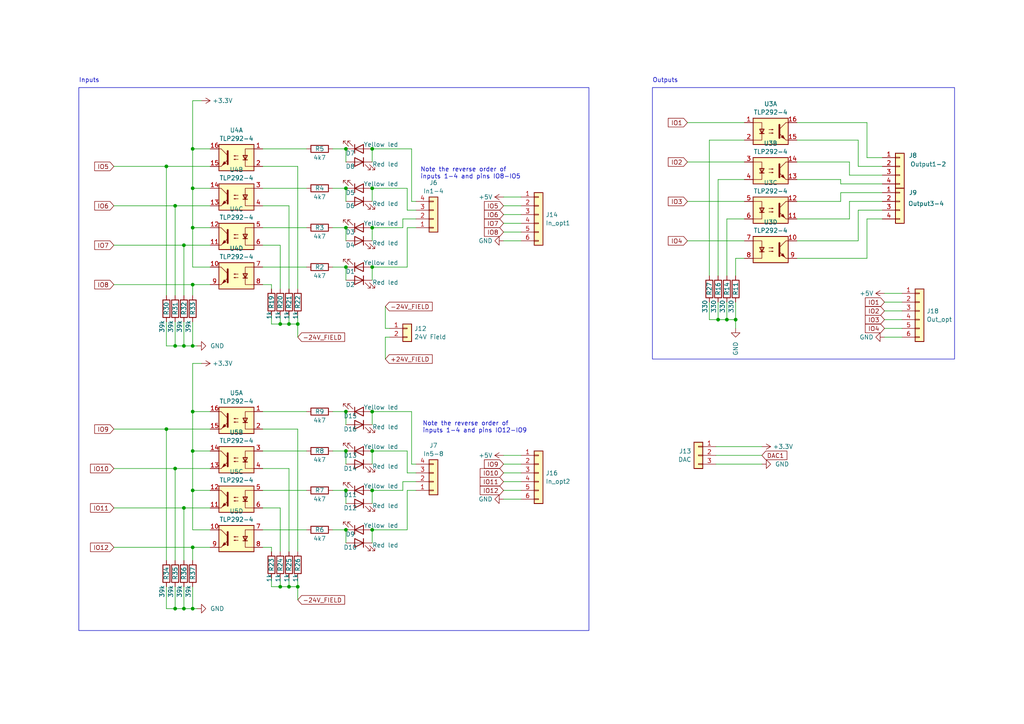
<source format=kicad_sch>
(kicad_sch
	(version 20231120)
	(generator "eeschema")
	(generator_version "8.0")
	(uuid "d19c7c83-0eea-4332-958a-4c973a41eedf")
	(paper "A4")
	(title_block
		(title "MetalMusings EaserCAT 3000")
	)
	(lib_symbols
		(symbol "Connector_Generic:Conn_01x02"
			(pin_names
				(offset 1.016) hide)
			(exclude_from_sim no)
			(in_bom yes)
			(on_board yes)
			(property "Reference" "J"
				(at 0 2.54 0)
				(effects
					(font
						(size 1.27 1.27)
					)
				)
			)
			(property "Value" "Conn_01x02"
				(at 0 -5.08 0)
				(effects
					(font
						(size 1.27 1.27)
					)
				)
			)
			(property "Footprint" ""
				(at 0 0 0)
				(effects
					(font
						(size 1.27 1.27)
					)
					(hide yes)
				)
			)
			(property "Datasheet" "~"
				(at 0 0 0)
				(effects
					(font
						(size 1.27 1.27)
					)
					(hide yes)
				)
			)
			(property "Description" "Generic connector, single row, 01x02, script generated (kicad-library-utils/schlib/autogen/connector/)"
				(at 0 0 0)
				(effects
					(font
						(size 1.27 1.27)
					)
					(hide yes)
				)
			)
			(property "ki_keywords" "connector"
				(at 0 0 0)
				(effects
					(font
						(size 1.27 1.27)
					)
					(hide yes)
				)
			)
			(property "ki_fp_filters" "Connector*:*_1x??_*"
				(at 0 0 0)
				(effects
					(font
						(size 1.27 1.27)
					)
					(hide yes)
				)
			)
			(symbol "Conn_01x02_1_1"
				(rectangle
					(start -1.27 -2.413)
					(end 0 -2.667)
					(stroke
						(width 0.1524)
						(type default)
					)
					(fill
						(type none)
					)
				)
				(rectangle
					(start -1.27 0.127)
					(end 0 -0.127)
					(stroke
						(width 0.1524)
						(type default)
					)
					(fill
						(type none)
					)
				)
				(rectangle
					(start -1.27 1.27)
					(end 1.27 -3.81)
					(stroke
						(width 0.254)
						(type default)
					)
					(fill
						(type background)
					)
				)
				(pin passive line
					(at -5.08 0 0)
					(length 3.81)
					(name "Pin_1"
						(effects
							(font
								(size 1.27 1.27)
							)
						)
					)
					(number "1"
						(effects
							(font
								(size 1.27 1.27)
							)
						)
					)
				)
				(pin passive line
					(at -5.08 -2.54 0)
					(length 3.81)
					(name "Pin_2"
						(effects
							(font
								(size 1.27 1.27)
							)
						)
					)
					(number "2"
						(effects
							(font
								(size 1.27 1.27)
							)
						)
					)
				)
			)
		)
		(symbol "Connector_Generic:Conn_01x03"
			(pin_names
				(offset 1.016) hide)
			(exclude_from_sim no)
			(in_bom yes)
			(on_board yes)
			(property "Reference" "J"
				(at 0 5.08 0)
				(effects
					(font
						(size 1.27 1.27)
					)
				)
			)
			(property "Value" "Conn_01x03"
				(at 0 -5.08 0)
				(effects
					(font
						(size 1.27 1.27)
					)
				)
			)
			(property "Footprint" ""
				(at 0 0 0)
				(effects
					(font
						(size 1.27 1.27)
					)
					(hide yes)
				)
			)
			(property "Datasheet" "~"
				(at 0 0 0)
				(effects
					(font
						(size 1.27 1.27)
					)
					(hide yes)
				)
			)
			(property "Description" "Generic connector, single row, 01x03, script generated (kicad-library-utils/schlib/autogen/connector/)"
				(at 0 0 0)
				(effects
					(font
						(size 1.27 1.27)
					)
					(hide yes)
				)
			)
			(property "ki_keywords" "connector"
				(at 0 0 0)
				(effects
					(font
						(size 1.27 1.27)
					)
					(hide yes)
				)
			)
			(property "ki_fp_filters" "Connector*:*_1x??_*"
				(at 0 0 0)
				(effects
					(font
						(size 1.27 1.27)
					)
					(hide yes)
				)
			)
			(symbol "Conn_01x03_1_1"
				(rectangle
					(start -1.27 -2.413)
					(end 0 -2.667)
					(stroke
						(width 0.1524)
						(type default)
					)
					(fill
						(type none)
					)
				)
				(rectangle
					(start -1.27 0.127)
					(end 0 -0.127)
					(stroke
						(width 0.1524)
						(type default)
					)
					(fill
						(type none)
					)
				)
				(rectangle
					(start -1.27 2.667)
					(end 0 2.413)
					(stroke
						(width 0.1524)
						(type default)
					)
					(fill
						(type none)
					)
				)
				(rectangle
					(start -1.27 3.81)
					(end 1.27 -3.81)
					(stroke
						(width 0.254)
						(type default)
					)
					(fill
						(type background)
					)
				)
				(pin passive line
					(at -5.08 2.54 0)
					(length 3.81)
					(name "Pin_1"
						(effects
							(font
								(size 1.27 1.27)
							)
						)
					)
					(number "1"
						(effects
							(font
								(size 1.27 1.27)
							)
						)
					)
				)
				(pin passive line
					(at -5.08 0 0)
					(length 3.81)
					(name "Pin_2"
						(effects
							(font
								(size 1.27 1.27)
							)
						)
					)
					(number "2"
						(effects
							(font
								(size 1.27 1.27)
							)
						)
					)
				)
				(pin passive line
					(at -5.08 -2.54 0)
					(length 3.81)
					(name "Pin_3"
						(effects
							(font
								(size 1.27 1.27)
							)
						)
					)
					(number "3"
						(effects
							(font
								(size 1.27 1.27)
							)
						)
					)
				)
			)
		)
		(symbol "Connector_Generic:Conn_01x04"
			(pin_names
				(offset 1.016) hide)
			(exclude_from_sim no)
			(in_bom yes)
			(on_board yes)
			(property "Reference" "J"
				(at 0 5.08 0)
				(effects
					(font
						(size 1.27 1.27)
					)
				)
			)
			(property "Value" "Conn_01x04"
				(at 0 -7.62 0)
				(effects
					(font
						(size 1.27 1.27)
					)
				)
			)
			(property "Footprint" ""
				(at 0 0 0)
				(effects
					(font
						(size 1.27 1.27)
					)
					(hide yes)
				)
			)
			(property "Datasheet" "~"
				(at 0 0 0)
				(effects
					(font
						(size 1.27 1.27)
					)
					(hide yes)
				)
			)
			(property "Description" "Generic connector, single row, 01x04, script generated (kicad-library-utils/schlib/autogen/connector/)"
				(at 0 0 0)
				(effects
					(font
						(size 1.27 1.27)
					)
					(hide yes)
				)
			)
			(property "ki_keywords" "connector"
				(at 0 0 0)
				(effects
					(font
						(size 1.27 1.27)
					)
					(hide yes)
				)
			)
			(property "ki_fp_filters" "Connector*:*_1x??_*"
				(at 0 0 0)
				(effects
					(font
						(size 1.27 1.27)
					)
					(hide yes)
				)
			)
			(symbol "Conn_01x04_1_1"
				(rectangle
					(start -1.27 -4.953)
					(end 0 -5.207)
					(stroke
						(width 0.1524)
						(type default)
					)
					(fill
						(type none)
					)
				)
				(rectangle
					(start -1.27 -2.413)
					(end 0 -2.667)
					(stroke
						(width 0.1524)
						(type default)
					)
					(fill
						(type none)
					)
				)
				(rectangle
					(start -1.27 0.127)
					(end 0 -0.127)
					(stroke
						(width 0.1524)
						(type default)
					)
					(fill
						(type none)
					)
				)
				(rectangle
					(start -1.27 2.667)
					(end 0 2.413)
					(stroke
						(width 0.1524)
						(type default)
					)
					(fill
						(type none)
					)
				)
				(rectangle
					(start -1.27 3.81)
					(end 1.27 -6.35)
					(stroke
						(width 0.254)
						(type default)
					)
					(fill
						(type background)
					)
				)
				(pin passive line
					(at -5.08 2.54 0)
					(length 3.81)
					(name "Pin_1"
						(effects
							(font
								(size 1.27 1.27)
							)
						)
					)
					(number "1"
						(effects
							(font
								(size 1.27 1.27)
							)
						)
					)
				)
				(pin passive line
					(at -5.08 0 0)
					(length 3.81)
					(name "Pin_2"
						(effects
							(font
								(size 1.27 1.27)
							)
						)
					)
					(number "2"
						(effects
							(font
								(size 1.27 1.27)
							)
						)
					)
				)
				(pin passive line
					(at -5.08 -2.54 0)
					(length 3.81)
					(name "Pin_3"
						(effects
							(font
								(size 1.27 1.27)
							)
						)
					)
					(number "3"
						(effects
							(font
								(size 1.27 1.27)
							)
						)
					)
				)
				(pin passive line
					(at -5.08 -5.08 0)
					(length 3.81)
					(name "Pin_4"
						(effects
							(font
								(size 1.27 1.27)
							)
						)
					)
					(number "4"
						(effects
							(font
								(size 1.27 1.27)
							)
						)
					)
				)
			)
		)
		(symbol "Connector_Generic:Conn_01x06"
			(pin_names
				(offset 1.016) hide)
			(exclude_from_sim no)
			(in_bom yes)
			(on_board yes)
			(property "Reference" "J"
				(at 0 7.62 0)
				(effects
					(font
						(size 1.27 1.27)
					)
				)
			)
			(property "Value" "Conn_01x06"
				(at 0 -10.16 0)
				(effects
					(font
						(size 1.27 1.27)
					)
				)
			)
			(property "Footprint" ""
				(at 0 0 0)
				(effects
					(font
						(size 1.27 1.27)
					)
					(hide yes)
				)
			)
			(property "Datasheet" "~"
				(at 0 0 0)
				(effects
					(font
						(size 1.27 1.27)
					)
					(hide yes)
				)
			)
			(property "Description" "Generic connector, single row, 01x06, script generated (kicad-library-utils/schlib/autogen/connector/)"
				(at 0 0 0)
				(effects
					(font
						(size 1.27 1.27)
					)
					(hide yes)
				)
			)
			(property "ki_keywords" "connector"
				(at 0 0 0)
				(effects
					(font
						(size 1.27 1.27)
					)
					(hide yes)
				)
			)
			(property "ki_fp_filters" "Connector*:*_1x??_*"
				(at 0 0 0)
				(effects
					(font
						(size 1.27 1.27)
					)
					(hide yes)
				)
			)
			(symbol "Conn_01x06_1_1"
				(rectangle
					(start -1.27 -7.493)
					(end 0 -7.747)
					(stroke
						(width 0.1524)
						(type default)
					)
					(fill
						(type none)
					)
				)
				(rectangle
					(start -1.27 -4.953)
					(end 0 -5.207)
					(stroke
						(width 0.1524)
						(type default)
					)
					(fill
						(type none)
					)
				)
				(rectangle
					(start -1.27 -2.413)
					(end 0 -2.667)
					(stroke
						(width 0.1524)
						(type default)
					)
					(fill
						(type none)
					)
				)
				(rectangle
					(start -1.27 0.127)
					(end 0 -0.127)
					(stroke
						(width 0.1524)
						(type default)
					)
					(fill
						(type none)
					)
				)
				(rectangle
					(start -1.27 2.667)
					(end 0 2.413)
					(stroke
						(width 0.1524)
						(type default)
					)
					(fill
						(type none)
					)
				)
				(rectangle
					(start -1.27 5.207)
					(end 0 4.953)
					(stroke
						(width 0.1524)
						(type default)
					)
					(fill
						(type none)
					)
				)
				(rectangle
					(start -1.27 6.35)
					(end 1.27 -8.89)
					(stroke
						(width 0.254)
						(type default)
					)
					(fill
						(type background)
					)
				)
				(pin passive line
					(at -5.08 5.08 0)
					(length 3.81)
					(name "Pin_1"
						(effects
							(font
								(size 1.27 1.27)
							)
						)
					)
					(number "1"
						(effects
							(font
								(size 1.27 1.27)
							)
						)
					)
				)
				(pin passive line
					(at -5.08 2.54 0)
					(length 3.81)
					(name "Pin_2"
						(effects
							(font
								(size 1.27 1.27)
							)
						)
					)
					(number "2"
						(effects
							(font
								(size 1.27 1.27)
							)
						)
					)
				)
				(pin passive line
					(at -5.08 0 0)
					(length 3.81)
					(name "Pin_3"
						(effects
							(font
								(size 1.27 1.27)
							)
						)
					)
					(number "3"
						(effects
							(font
								(size 1.27 1.27)
							)
						)
					)
				)
				(pin passive line
					(at -5.08 -2.54 0)
					(length 3.81)
					(name "Pin_4"
						(effects
							(font
								(size 1.27 1.27)
							)
						)
					)
					(number "4"
						(effects
							(font
								(size 1.27 1.27)
							)
						)
					)
				)
				(pin passive line
					(at -5.08 -5.08 0)
					(length 3.81)
					(name "Pin_5"
						(effects
							(font
								(size 1.27 1.27)
							)
						)
					)
					(number "5"
						(effects
							(font
								(size 1.27 1.27)
							)
						)
					)
				)
				(pin passive line
					(at -5.08 -7.62 0)
					(length 3.81)
					(name "Pin_6"
						(effects
							(font
								(size 1.27 1.27)
							)
						)
					)
					(number "6"
						(effects
							(font
								(size 1.27 1.27)
							)
						)
					)
				)
			)
		)
		(symbol "Device:LED"
			(pin_numbers hide)
			(pin_names
				(offset 1.016) hide)
			(exclude_from_sim no)
			(in_bom yes)
			(on_board yes)
			(property "Reference" "D"
				(at 0 2.54 0)
				(effects
					(font
						(size 1.27 1.27)
					)
				)
			)
			(property "Value" "LED"
				(at 0 -2.54 0)
				(effects
					(font
						(size 1.27 1.27)
					)
				)
			)
			(property "Footprint" ""
				(at 0 0 0)
				(effects
					(font
						(size 1.27 1.27)
					)
					(hide yes)
				)
			)
			(property "Datasheet" "~"
				(at 0 0 0)
				(effects
					(font
						(size 1.27 1.27)
					)
					(hide yes)
				)
			)
			(property "Description" "Light emitting diode"
				(at 0 0 0)
				(effects
					(font
						(size 1.27 1.27)
					)
					(hide yes)
				)
			)
			(property "ki_keywords" "LED diode"
				(at 0 0 0)
				(effects
					(font
						(size 1.27 1.27)
					)
					(hide yes)
				)
			)
			(property "ki_fp_filters" "LED* LED_SMD:* LED_THT:*"
				(at 0 0 0)
				(effects
					(font
						(size 1.27 1.27)
					)
					(hide yes)
				)
			)
			(symbol "LED_0_1"
				(polyline
					(pts
						(xy -1.27 -1.27) (xy -1.27 1.27)
					)
					(stroke
						(width 0.254)
						(type default)
					)
					(fill
						(type none)
					)
				)
				(polyline
					(pts
						(xy -1.27 0) (xy 1.27 0)
					)
					(stroke
						(width 0)
						(type default)
					)
					(fill
						(type none)
					)
				)
				(polyline
					(pts
						(xy 1.27 -1.27) (xy 1.27 1.27) (xy -1.27 0) (xy 1.27 -1.27)
					)
					(stroke
						(width 0.254)
						(type default)
					)
					(fill
						(type none)
					)
				)
				(polyline
					(pts
						(xy -3.048 -0.762) (xy -4.572 -2.286) (xy -3.81 -2.286) (xy -4.572 -2.286) (xy -4.572 -1.524)
					)
					(stroke
						(width 0)
						(type default)
					)
					(fill
						(type none)
					)
				)
				(polyline
					(pts
						(xy -1.778 -0.762) (xy -3.302 -2.286) (xy -2.54 -2.286) (xy -3.302 -2.286) (xy -3.302 -1.524)
					)
					(stroke
						(width 0)
						(type default)
					)
					(fill
						(type none)
					)
				)
			)
			(symbol "LED_1_1"
				(pin passive line
					(at -3.81 0 0)
					(length 2.54)
					(name "K"
						(effects
							(font
								(size 1.27 1.27)
							)
						)
					)
					(number "1"
						(effects
							(font
								(size 1.27 1.27)
							)
						)
					)
				)
				(pin passive line
					(at 3.81 0 180)
					(length 2.54)
					(name "A"
						(effects
							(font
								(size 1.27 1.27)
							)
						)
					)
					(number "2"
						(effects
							(font
								(size 1.27 1.27)
							)
						)
					)
				)
			)
		)
		(symbol "Device:R"
			(pin_numbers hide)
			(pin_names
				(offset 0)
			)
			(exclude_from_sim no)
			(in_bom yes)
			(on_board yes)
			(property "Reference" "R"
				(at 2.032 0 90)
				(effects
					(font
						(size 1.27 1.27)
					)
				)
			)
			(property "Value" "R"
				(at 0 0 90)
				(effects
					(font
						(size 1.27 1.27)
					)
				)
			)
			(property "Footprint" ""
				(at -1.778 0 90)
				(effects
					(font
						(size 1.27 1.27)
					)
					(hide yes)
				)
			)
			(property "Datasheet" "~"
				(at 0 0 0)
				(effects
					(font
						(size 1.27 1.27)
					)
					(hide yes)
				)
			)
			(property "Description" "Resistor"
				(at 0 0 0)
				(effects
					(font
						(size 1.27 1.27)
					)
					(hide yes)
				)
			)
			(property "ki_keywords" "R res resistor"
				(at 0 0 0)
				(effects
					(font
						(size 1.27 1.27)
					)
					(hide yes)
				)
			)
			(property "ki_fp_filters" "R_*"
				(at 0 0 0)
				(effects
					(font
						(size 1.27 1.27)
					)
					(hide yes)
				)
			)
			(symbol "R_0_1"
				(rectangle
					(start -1.016 -2.54)
					(end 1.016 2.54)
					(stroke
						(width 0.254)
						(type default)
					)
					(fill
						(type none)
					)
				)
			)
			(symbol "R_1_1"
				(pin passive line
					(at 0 3.81 270)
					(length 1.27)
					(name "~"
						(effects
							(font
								(size 1.27 1.27)
							)
						)
					)
					(number "1"
						(effects
							(font
								(size 1.27 1.27)
							)
						)
					)
				)
				(pin passive line
					(at 0 -3.81 90)
					(length 1.27)
					(name "~"
						(effects
							(font
								(size 1.27 1.27)
							)
						)
					)
					(number "2"
						(effects
							(font
								(size 1.27 1.27)
							)
						)
					)
				)
			)
		)
		(symbol "Isolator:TLP291-4"
			(exclude_from_sim no)
			(in_bom yes)
			(on_board yes)
			(property "Reference" "U"
				(at -5.08 5.08 0)
				(effects
					(font
						(size 1.27 1.27)
					)
					(justify left)
				)
			)
			(property "Value" "TLP291-4"
				(at 0 5.08 0)
				(effects
					(font
						(size 1.27 1.27)
					)
					(justify left)
				)
			)
			(property "Footprint" "Package_SO:SOIC-16_4.55x10.3mm_P1.27mm"
				(at -5.08 -5.08 0)
				(effects
					(font
						(size 1.27 1.27)
						(italic yes)
					)
					(justify left)
					(hide yes)
				)
			)
			(property "Datasheet" "https://toshiba.semicon-storage.com/info/docget.jsp?did=12858&prodName=TLP291-4"
				(at 0 0 0)
				(effects
					(font
						(size 1.27 1.27)
					)
					(justify left)
					(hide yes)
				)
			)
			(property "Description" "Quad DC Optocoupler, Vce 80V, CTR 50-100%, SOP16"
				(at 0 0 0)
				(effects
					(font
						(size 1.27 1.27)
					)
					(hide yes)
				)
			)
			(property "ki_keywords" "NPN DC Quad Optocoupler"
				(at 0 0 0)
				(effects
					(font
						(size 1.27 1.27)
					)
					(hide yes)
				)
			)
			(property "ki_fp_filters" "SOIC*4.55x10.3mm*P1.27mm*"
				(at 0 0 0)
				(effects
					(font
						(size 1.27 1.27)
					)
					(hide yes)
				)
			)
			(symbol "TLP291-4_0_1"
				(rectangle
					(start -5.08 3.81)
					(end 5.08 -3.81)
					(stroke
						(width 0.254)
						(type default)
					)
					(fill
						(type background)
					)
				)
				(polyline
					(pts
						(xy -3.175 -0.635) (xy -1.905 -0.635)
					)
					(stroke
						(width 0.254)
						(type default)
					)
					(fill
						(type none)
					)
				)
				(polyline
					(pts
						(xy 2.54 0.635) (xy 4.445 2.54)
					)
					(stroke
						(width 0)
						(type default)
					)
					(fill
						(type none)
					)
				)
				(polyline
					(pts
						(xy 4.445 -2.54) (xy 2.54 -0.635)
					)
					(stroke
						(width 0)
						(type default)
					)
					(fill
						(type outline)
					)
				)
				(polyline
					(pts
						(xy 4.445 -2.54) (xy 5.08 -2.54)
					)
					(stroke
						(width 0)
						(type default)
					)
					(fill
						(type none)
					)
				)
				(polyline
					(pts
						(xy 4.445 2.54) (xy 5.08 2.54)
					)
					(stroke
						(width 0)
						(type default)
					)
					(fill
						(type none)
					)
				)
				(polyline
					(pts
						(xy -5.08 2.54) (xy -2.54 2.54) (xy -2.54 0.635)
					)
					(stroke
						(width 0)
						(type default)
					)
					(fill
						(type none)
					)
				)
				(polyline
					(pts
						(xy -2.54 0.635) (xy -2.54 -2.54) (xy -5.08 -2.54)
					)
					(stroke
						(width 0)
						(type default)
					)
					(fill
						(type none)
					)
				)
				(polyline
					(pts
						(xy 2.54 1.905) (xy 2.54 -1.905) (xy 2.54 -1.905)
					)
					(stroke
						(width 0.508)
						(type default)
					)
					(fill
						(type none)
					)
				)
				(polyline
					(pts
						(xy -2.54 -0.635) (xy -3.175 0.635) (xy -1.905 0.635) (xy -2.54 -0.635)
					)
					(stroke
						(width 0.254)
						(type default)
					)
					(fill
						(type none)
					)
				)
				(polyline
					(pts
						(xy -0.508 -0.508) (xy 0.762 -0.508) (xy 0.381 -0.635) (xy 0.381 -0.381) (xy 0.762 -0.508)
					)
					(stroke
						(width 0)
						(type default)
					)
					(fill
						(type none)
					)
				)
				(polyline
					(pts
						(xy -0.508 0.508) (xy 0.762 0.508) (xy 0.381 0.381) (xy 0.381 0.635) (xy 0.762 0.508)
					)
					(stroke
						(width 0)
						(type default)
					)
					(fill
						(type none)
					)
				)
				(polyline
					(pts
						(xy 3.048 -1.651) (xy 3.556 -1.143) (xy 4.064 -2.159) (xy 3.048 -1.651) (xy 3.048 -1.651)
					)
					(stroke
						(width 0)
						(type default)
					)
					(fill
						(type outline)
					)
				)
			)
			(symbol "TLP291-4_1_1"
				(pin passive line
					(at -7.62 2.54 0)
					(length 2.54)
					(name "~"
						(effects
							(font
								(size 1.27 1.27)
							)
						)
					)
					(number "1"
						(effects
							(font
								(size 1.27 1.27)
							)
						)
					)
				)
				(pin passive line
					(at 7.62 -2.54 180)
					(length 2.54)
					(name "~"
						(effects
							(font
								(size 1.27 1.27)
							)
						)
					)
					(number "15"
						(effects
							(font
								(size 1.27 1.27)
							)
						)
					)
				)
				(pin passive line
					(at 7.62 2.54 180)
					(length 2.54)
					(name "~"
						(effects
							(font
								(size 1.27 1.27)
							)
						)
					)
					(number "16"
						(effects
							(font
								(size 1.27 1.27)
							)
						)
					)
				)
				(pin passive line
					(at -7.62 -2.54 0)
					(length 2.54)
					(name "~"
						(effects
							(font
								(size 1.27 1.27)
							)
						)
					)
					(number "2"
						(effects
							(font
								(size 1.27 1.27)
							)
						)
					)
				)
			)
			(symbol "TLP291-4_2_1"
				(pin passive line
					(at 7.62 -2.54 180)
					(length 2.54)
					(name "~"
						(effects
							(font
								(size 1.27 1.27)
							)
						)
					)
					(number "13"
						(effects
							(font
								(size 1.27 1.27)
							)
						)
					)
				)
				(pin passive line
					(at 7.62 2.54 180)
					(length 2.54)
					(name "~"
						(effects
							(font
								(size 1.27 1.27)
							)
						)
					)
					(number "14"
						(effects
							(font
								(size 1.27 1.27)
							)
						)
					)
				)
				(pin passive line
					(at -7.62 2.54 0)
					(length 2.54)
					(name "~"
						(effects
							(font
								(size 1.27 1.27)
							)
						)
					)
					(number "3"
						(effects
							(font
								(size 1.27 1.27)
							)
						)
					)
				)
				(pin passive line
					(at -7.62 -2.54 0)
					(length 2.54)
					(name "~"
						(effects
							(font
								(size 1.27 1.27)
							)
						)
					)
					(number "4"
						(effects
							(font
								(size 1.27 1.27)
							)
						)
					)
				)
			)
			(symbol "TLP291-4_3_1"
				(pin passive line
					(at 7.62 -2.54 180)
					(length 2.54)
					(name "~"
						(effects
							(font
								(size 1.27 1.27)
							)
						)
					)
					(number "11"
						(effects
							(font
								(size 1.27 1.27)
							)
						)
					)
				)
				(pin passive line
					(at 7.62 2.54 180)
					(length 2.54)
					(name "~"
						(effects
							(font
								(size 1.27 1.27)
							)
						)
					)
					(number "12"
						(effects
							(font
								(size 1.27 1.27)
							)
						)
					)
				)
				(pin passive line
					(at -7.62 2.54 0)
					(length 2.54)
					(name "~"
						(effects
							(font
								(size 1.27 1.27)
							)
						)
					)
					(number "5"
						(effects
							(font
								(size 1.27 1.27)
							)
						)
					)
				)
				(pin passive line
					(at -7.62 -2.54 0)
					(length 2.54)
					(name "~"
						(effects
							(font
								(size 1.27 1.27)
							)
						)
					)
					(number "6"
						(effects
							(font
								(size 1.27 1.27)
							)
						)
					)
				)
			)
			(symbol "TLP291-4_4_1"
				(pin passive line
					(at 7.62 2.54 180)
					(length 2.54)
					(name "~"
						(effects
							(font
								(size 1.27 1.27)
							)
						)
					)
					(number "10"
						(effects
							(font
								(size 1.27 1.27)
							)
						)
					)
				)
				(pin passive line
					(at -7.62 2.54 0)
					(length 2.54)
					(name "~"
						(effects
							(font
								(size 1.27 1.27)
							)
						)
					)
					(number "7"
						(effects
							(font
								(size 1.27 1.27)
							)
						)
					)
				)
				(pin passive line
					(at -7.62 -2.54 0)
					(length 2.54)
					(name "~"
						(effects
							(font
								(size 1.27 1.27)
							)
						)
					)
					(number "8"
						(effects
							(font
								(size 1.27 1.27)
							)
						)
					)
				)
				(pin passive line
					(at 7.62 -2.54 180)
					(length 2.54)
					(name "~"
						(effects
							(font
								(size 1.27 1.27)
							)
						)
					)
					(number "9"
						(effects
							(font
								(size 1.27 1.27)
							)
						)
					)
				)
			)
		)
		(symbol "power:+3.3V"
			(power)
			(pin_names
				(offset 0)
			)
			(exclude_from_sim no)
			(in_bom yes)
			(on_board yes)
			(property "Reference" "#PWR"
				(at 0 -3.81 0)
				(effects
					(font
						(size 1.27 1.27)
					)
					(hide yes)
				)
			)
			(property "Value" "+3.3V"
				(at 0 3.556 0)
				(effects
					(font
						(size 1.27 1.27)
					)
				)
			)
			(property "Footprint" ""
				(at 0 0 0)
				(effects
					(font
						(size 1.27 1.27)
					)
					(hide yes)
				)
			)
			(property "Datasheet" ""
				(at 0 0 0)
				(effects
					(font
						(size 1.27 1.27)
					)
					(hide yes)
				)
			)
			(property "Description" "Power symbol creates a global label with name \"+3.3V\""
				(at 0 0 0)
				(effects
					(font
						(size 1.27 1.27)
					)
					(hide yes)
				)
			)
			(property "ki_keywords" "global power"
				(at 0 0 0)
				(effects
					(font
						(size 1.27 1.27)
					)
					(hide yes)
				)
			)
			(symbol "+3.3V_0_1"
				(polyline
					(pts
						(xy -0.762 1.27) (xy 0 2.54)
					)
					(stroke
						(width 0)
						(type default)
					)
					(fill
						(type none)
					)
				)
				(polyline
					(pts
						(xy 0 0) (xy 0 2.54)
					)
					(stroke
						(width 0)
						(type default)
					)
					(fill
						(type none)
					)
				)
				(polyline
					(pts
						(xy 0 2.54) (xy 0.762 1.27)
					)
					(stroke
						(width 0)
						(type default)
					)
					(fill
						(type none)
					)
				)
			)
			(symbol "+3.3V_1_1"
				(pin power_in line
					(at 0 0 90)
					(length 0) hide
					(name "+3.3V"
						(effects
							(font
								(size 1.27 1.27)
							)
						)
					)
					(number "1"
						(effects
							(font
								(size 1.27 1.27)
							)
						)
					)
				)
			)
		)
		(symbol "power:+5V"
			(power)
			(pin_names
				(offset 0)
			)
			(exclude_from_sim no)
			(in_bom yes)
			(on_board yes)
			(property "Reference" "#PWR"
				(at 0 -3.81 0)
				(effects
					(font
						(size 1.27 1.27)
					)
					(hide yes)
				)
			)
			(property "Value" "+5V"
				(at 0 3.556 0)
				(effects
					(font
						(size 1.27 1.27)
					)
				)
			)
			(property "Footprint" ""
				(at 0 0 0)
				(effects
					(font
						(size 1.27 1.27)
					)
					(hide yes)
				)
			)
			(property "Datasheet" ""
				(at 0 0 0)
				(effects
					(font
						(size 1.27 1.27)
					)
					(hide yes)
				)
			)
			(property "Description" "Power symbol creates a global label with name \"+5V\""
				(at 0 0 0)
				(effects
					(font
						(size 1.27 1.27)
					)
					(hide yes)
				)
			)
			(property "ki_keywords" "global power"
				(at 0 0 0)
				(effects
					(font
						(size 1.27 1.27)
					)
					(hide yes)
				)
			)
			(symbol "+5V_0_1"
				(polyline
					(pts
						(xy -0.762 1.27) (xy 0 2.54)
					)
					(stroke
						(width 0)
						(type default)
					)
					(fill
						(type none)
					)
				)
				(polyline
					(pts
						(xy 0 0) (xy 0 2.54)
					)
					(stroke
						(width 0)
						(type default)
					)
					(fill
						(type none)
					)
				)
				(polyline
					(pts
						(xy 0 2.54) (xy 0.762 1.27)
					)
					(stroke
						(width 0)
						(type default)
					)
					(fill
						(type none)
					)
				)
			)
			(symbol "+5V_1_1"
				(pin power_in line
					(at 0 0 90)
					(length 0) hide
					(name "+5V"
						(effects
							(font
								(size 1.27 1.27)
							)
						)
					)
					(number "1"
						(effects
							(font
								(size 1.27 1.27)
							)
						)
					)
				)
			)
		)
		(symbol "power:GND"
			(power)
			(pin_names
				(offset 0)
			)
			(exclude_from_sim no)
			(in_bom yes)
			(on_board yes)
			(property "Reference" "#PWR"
				(at 0 -6.35 0)
				(effects
					(font
						(size 1.27 1.27)
					)
					(hide yes)
				)
			)
			(property "Value" "GND"
				(at 0 -3.81 0)
				(effects
					(font
						(size 1.27 1.27)
					)
				)
			)
			(property "Footprint" ""
				(at 0 0 0)
				(effects
					(font
						(size 1.27 1.27)
					)
					(hide yes)
				)
			)
			(property "Datasheet" ""
				(at 0 0 0)
				(effects
					(font
						(size 1.27 1.27)
					)
					(hide yes)
				)
			)
			(property "Description" "Power symbol creates a global label with name \"GND\" , ground"
				(at 0 0 0)
				(effects
					(font
						(size 1.27 1.27)
					)
					(hide yes)
				)
			)
			(property "ki_keywords" "global power"
				(at 0 0 0)
				(effects
					(font
						(size 1.27 1.27)
					)
					(hide yes)
				)
			)
			(symbol "GND_0_1"
				(polyline
					(pts
						(xy 0 0) (xy 0 -1.27) (xy 1.27 -1.27) (xy 0 -2.54) (xy -1.27 -1.27) (xy 0 -1.27)
					)
					(stroke
						(width 0)
						(type default)
					)
					(fill
						(type none)
					)
				)
			)
			(symbol "GND_1_1"
				(pin power_in line
					(at 0 0 270)
					(length 0) hide
					(name "GND"
						(effects
							(font
								(size 1.27 1.27)
							)
						)
					)
					(number "1"
						(effects
							(font
								(size 1.27 1.27)
							)
						)
					)
				)
			)
		)
	)
	(junction
		(at 100.33 77.47)
		(diameter 0)
		(color 0 0 0 0)
		(uuid "00be6be6-3df2-4b1b-a6fa-a8cfd5da6ad4")
	)
	(junction
		(at 100.33 54.61)
		(diameter 0)
		(color 0 0 0 0)
		(uuid "01028bdc-8bdc-49e8-90ce-7430de850ebe")
	)
	(junction
		(at 55.88 54.61)
		(diameter 0)
		(color 0 0 0 0)
		(uuid "07cbb7b7-3f83-4128-b766-89904e8b2b59")
	)
	(junction
		(at 48.26 124.46)
		(diameter 0)
		(color 0 0 0 0)
		(uuid "10df9d2d-77cc-449b-9c25-983999fb39a4")
	)
	(junction
		(at 107.95 153.67)
		(diameter 0)
		(color 0 0 0 0)
		(uuid "1772e9d8-df6e-48d2-8fb1-f1793a23447d")
	)
	(junction
		(at 55.88 176.53)
		(diameter 0)
		(color 0 0 0 0)
		(uuid "18a0c0d8-235f-41fb-b3c4-1513ad3b4482")
	)
	(junction
		(at 208.28 92.71)
		(diameter 0)
		(color 0 0 0 0)
		(uuid "1b560e34-41be-43fd-8529-e58dc6d37522")
	)
	(junction
		(at 55.88 119.38)
		(diameter 0)
		(color 0 0 0 0)
		(uuid "1dd69ea6-5360-49cc-8337-ba61698ad8d1")
	)
	(junction
		(at 100.33 130.81)
		(diameter 0)
		(color 0 0 0 0)
		(uuid "1df26744-bb4f-4b20-ac7d-53c6187d4892")
	)
	(junction
		(at 50.8 176.53)
		(diameter 0)
		(color 0 0 0 0)
		(uuid "2110fcb5-cc92-4f0d-80b3-df7f697353b1")
	)
	(junction
		(at 107.95 43.18)
		(diameter 0)
		(color 0 0 0 0)
		(uuid "23e010e4-0a90-493f-96dd-2ca7a741c3e5")
	)
	(junction
		(at 107.95 119.38)
		(diameter 0)
		(color 0 0 0 0)
		(uuid "28ac4952-b529-45b6-a0ab-ed7ef2a5ec15")
	)
	(junction
		(at 213.36 92.71)
		(diameter 0)
		(color 0 0 0 0)
		(uuid "2bbb1fa0-b8ca-48d0-88d0-feefc8a81565")
	)
	(junction
		(at 210.82 92.71)
		(diameter 0)
		(color 0 0 0 0)
		(uuid "2eb9d7c6-fc97-4f58-957f-64a01d6d5108")
	)
	(junction
		(at 100.33 66.04)
		(diameter 0)
		(color 0 0 0 0)
		(uuid "3a185e11-4c73-4386-8e94-62ddad7c4929")
	)
	(junction
		(at 107.95 142.24)
		(diameter 0)
		(color 0 0 0 0)
		(uuid "466320a3-de3e-4a12-80b5-e7e1992627b0")
	)
	(junction
		(at 55.88 43.18)
		(diameter 0)
		(color 0 0 0 0)
		(uuid "5354ec96-5fcd-4894-93ea-88bc52835846")
	)
	(junction
		(at 55.88 82.55)
		(diameter 0)
		(color 0 0 0 0)
		(uuid "5779957c-f6d2-40dc-ad82-9d7099d36594")
	)
	(junction
		(at 55.88 130.81)
		(diameter 0)
		(color 0 0 0 0)
		(uuid "5a15d30a-c4dc-4c13-9286-2334ea4bda86")
	)
	(junction
		(at 107.95 54.61)
		(diameter 0)
		(color 0 0 0 0)
		(uuid "5b64b4ea-78aa-4ad4-8807-df2c8db625b6")
	)
	(junction
		(at 48.26 48.26)
		(diameter 0)
		(color 0 0 0 0)
		(uuid "616af3f3-f203-4c74-8cc4-224fcc8f2a5a")
	)
	(junction
		(at 100.33 142.24)
		(diameter 0)
		(color 0 0 0 0)
		(uuid "630e7165-c463-4b76-b19e-e58b1175e068")
	)
	(junction
		(at 53.34 147.32)
		(diameter 0)
		(color 0 0 0 0)
		(uuid "64a7af42-9287-4537-ac9c-5404d589331d")
	)
	(junction
		(at 50.8 135.89)
		(diameter 0)
		(color 0 0 0 0)
		(uuid "671be165-0eab-4b07-b79b-bae89dcf4d84")
	)
	(junction
		(at 83.82 93.98)
		(diameter 0)
		(color 0 0 0 0)
		(uuid "7b2d94b1-231f-486d-b90b-b2d7fa699191")
	)
	(junction
		(at 107.95 77.47)
		(diameter 0)
		(color 0 0 0 0)
		(uuid "7c0f1626-4afb-43b6-8eca-ea467008f338")
	)
	(junction
		(at 55.88 66.04)
		(diameter 0)
		(color 0 0 0 0)
		(uuid "80b8b24f-c137-4b6c-b9c5-1deb55f47fcd")
	)
	(junction
		(at 55.88 100.33)
		(diameter 0)
		(color 0 0 0 0)
		(uuid "93dc0ec0-dd2e-4722-9eb9-3c6722c5defc")
	)
	(junction
		(at 53.34 176.53)
		(diameter 0)
		(color 0 0 0 0)
		(uuid "9f8b79b9-7744-4147-8b4b-fef8182a1954")
	)
	(junction
		(at 50.8 59.69)
		(diameter 0)
		(color 0 0 0 0)
		(uuid "a869d333-59dd-4d47-9a9a-5ba8cd70a38e")
	)
	(junction
		(at 100.33 43.18)
		(diameter 0)
		(color 0 0 0 0)
		(uuid "a9a66a71-d73b-4cf9-9ee8-a6564e083f66")
	)
	(junction
		(at 83.82 170.18)
		(diameter 0)
		(color 0 0 0 0)
		(uuid "a9d3181e-8a70-4cff-bac9-8811abd6d878")
	)
	(junction
		(at 100.33 153.67)
		(diameter 0)
		(color 0 0 0 0)
		(uuid "aa3523d6-607a-4ce9-9509-22e97387f640")
	)
	(junction
		(at 53.34 71.12)
		(diameter 0)
		(color 0 0 0 0)
		(uuid "aca97284-6bd7-4f8f-899b-36d89632830c")
	)
	(junction
		(at 86.36 170.18)
		(diameter 0)
		(color 0 0 0 0)
		(uuid "b26e174f-a7dc-42ff-b74d-2b61c19e508c")
	)
	(junction
		(at 81.28 93.98)
		(diameter 0)
		(color 0 0 0 0)
		(uuid "b91ead4c-9dff-4ff7-8ead-976fe585d0a2")
	)
	(junction
		(at 55.88 142.24)
		(diameter 0)
		(color 0 0 0 0)
		(uuid "bcd73f2a-3be9-4aca-8a55-4302737a928c")
	)
	(junction
		(at 86.36 93.98)
		(diameter 0)
		(color 0 0 0 0)
		(uuid "cd8634d5-5c7c-43d9-853a-8ff44053edf0")
	)
	(junction
		(at 100.33 119.38)
		(diameter 0)
		(color 0 0 0 0)
		(uuid "d25f9376-a911-4e7e-8ae4-975fea0c7e5a")
	)
	(junction
		(at 107.95 130.81)
		(diameter 0)
		(color 0 0 0 0)
		(uuid "d3561e96-3419-4d0e-bb03-f1a33b6e87af")
	)
	(junction
		(at 55.88 158.75)
		(diameter 0)
		(color 0 0 0 0)
		(uuid "dbdc9b51-e141-48d8-99d0-69d85a41db83")
	)
	(junction
		(at 107.95 66.04)
		(diameter 0)
		(color 0 0 0 0)
		(uuid "e20aabd4-bf8b-453f-884a-373332dca291")
	)
	(junction
		(at 81.28 170.18)
		(diameter 0)
		(color 0 0 0 0)
		(uuid "e5ff301e-0c0c-4024-bac7-33f42066052c")
	)
	(junction
		(at 50.8 100.33)
		(diameter 0)
		(color 0 0 0 0)
		(uuid "f48d5329-71ea-49b0-aaea-c1a534f7d532")
	)
	(junction
		(at 53.34 100.33)
		(diameter 0)
		(color 0 0 0 0)
		(uuid "f6e15fa5-1282-4963-b6dd-779b285179c9")
	)
	(wire
		(pts
			(xy 76.2 142.24) (xy 88.9 142.24)
		)
		(stroke
			(width 0)
			(type default)
		)
		(uuid "01c7129e-d54e-450b-ac88-ba1f62953586")
	)
	(wire
		(pts
			(xy 120.65 66.04) (xy 118.11 66.04)
		)
		(stroke
			(width 0)
			(type default)
		)
		(uuid "02439b9a-9557-479c-ac82-1fc5d86ccc0d")
	)
	(wire
		(pts
			(xy 55.88 54.61) (xy 55.88 43.18)
		)
		(stroke
			(width 0)
			(type default)
		)
		(uuid "0289e346-4623-4c75-a126-b936e7b2a041")
	)
	(wire
		(pts
			(xy 86.36 91.44) (xy 86.36 93.98)
		)
		(stroke
			(width 0)
			(type default)
		)
		(uuid "02f422e0-796e-4354-992d-e01f56f89556")
	)
	(wire
		(pts
			(xy 33.02 48.26) (xy 48.26 48.26)
		)
		(stroke
			(width 0)
			(type default)
		)
		(uuid "02ff09f6-ea15-4d71-91d9-926ac32de6ff")
	)
	(wire
		(pts
			(xy 83.82 91.44) (xy 83.82 93.98)
		)
		(stroke
			(width 0)
			(type default)
		)
		(uuid "04f542e6-8d04-436a-be5e-083dbd4961b2")
	)
	(wire
		(pts
			(xy 205.74 87.63) (xy 205.74 92.71)
		)
		(stroke
			(width 0)
			(type default)
		)
		(uuid "077bf300-3a55-4bfa-952c-f951865d04d8")
	)
	(wire
		(pts
			(xy 213.36 87.63) (xy 213.36 92.71)
		)
		(stroke
			(width 0)
			(type default)
		)
		(uuid "09c5c74c-bdcb-471e-a5bc-5a46e6b3b8b8")
	)
	(wire
		(pts
			(xy 55.88 66.04) (xy 60.96 66.04)
		)
		(stroke
			(width 0)
			(type default)
		)
		(uuid "0ab240a3-6720-4011-981f-6c5a837bd051")
	)
	(wire
		(pts
			(xy 86.36 167.64) (xy 86.36 170.18)
		)
		(stroke
			(width 0)
			(type default)
		)
		(uuid "0abd9d5a-fd76-4094-99b0-68fe768b320d")
	)
	(wire
		(pts
			(xy 83.82 170.18) (xy 86.36 170.18)
		)
		(stroke
			(width 0)
			(type default)
		)
		(uuid "0b0f1706-9ca7-4150-bc76-3ee3c1aca115")
	)
	(wire
		(pts
			(xy 50.8 135.89) (xy 60.96 135.89)
		)
		(stroke
			(width 0)
			(type default)
		)
		(uuid "0b4df079-5858-42cf-8dcc-63965d9dadf2")
	)
	(wire
		(pts
			(xy 81.28 71.12) (xy 81.28 83.82)
		)
		(stroke
			(width 0)
			(type default)
		)
		(uuid "0c1a8c4a-db6d-474a-8567-1c143b30289f")
	)
	(wire
		(pts
			(xy 76.2 153.67) (xy 88.9 153.67)
		)
		(stroke
			(width 0)
			(type default)
		)
		(uuid "0c733ce2-8989-416b-bb6d-59831f7b40ee")
	)
	(wire
		(pts
			(xy 55.88 100.33) (xy 53.34 100.33)
		)
		(stroke
			(width 0)
			(type default)
		)
		(uuid "0d54e2a0-fd23-44d8-83ad-dafb003a2fdc")
	)
	(wire
		(pts
			(xy 151.13 139.7) (xy 146.05 139.7)
		)
		(stroke
			(width 0)
			(type default)
		)
		(uuid "0fa196e4-35e7-4bd6-94c1-041121348d78")
	)
	(wire
		(pts
			(xy 119.38 134.62) (xy 120.65 134.62)
		)
		(stroke
			(width 0)
			(type default)
		)
		(uuid "0fa7ae37-9663-4c90-8f1d-80d4ab2d3414")
	)
	(wire
		(pts
			(xy 76.2 135.89) (xy 83.82 135.89)
		)
		(stroke
			(width 0)
			(type default)
		)
		(uuid "1052673e-1444-48ba-9be1-e7c073871e8a")
	)
	(wire
		(pts
			(xy 118.11 66.04) (xy 118.11 77.47)
		)
		(stroke
			(width 0)
			(type default)
		)
		(uuid "108bbc18-3dd6-4210-bd4c-971afdfc4915")
	)
	(wire
		(pts
			(xy 55.88 43.18) (xy 60.96 43.18)
		)
		(stroke
			(width 0)
			(type default)
		)
		(uuid "114d4d12-b233-45f0-a723-006566e7dbb9")
	)
	(wire
		(pts
			(xy 55.88 105.41) (xy 58.42 105.41)
		)
		(stroke
			(width 0)
			(type default)
		)
		(uuid "1400da5b-9e6f-43d6-abbb-9e91cad1d375")
	)
	(wire
		(pts
			(xy 255.905 58.42) (xy 246.38 58.42)
		)
		(stroke
			(width 0)
			(type default)
		)
		(uuid "15054ad7-02fd-44ac-82e7-a067dce46f3f")
	)
	(wire
		(pts
			(xy 83.82 167.64) (xy 83.82 170.18)
		)
		(stroke
			(width 0)
			(type default)
		)
		(uuid "15a46638-816b-4915-997b-fb70ca1f8950")
	)
	(wire
		(pts
			(xy 86.36 48.26) (xy 86.36 83.82)
		)
		(stroke
			(width 0)
			(type default)
		)
		(uuid "1600e191-53bc-4fb1-a168-e9d4cf5145bb")
	)
	(wire
		(pts
			(xy 113.03 95.25) (xy 111.76 95.25)
		)
		(stroke
			(width 0)
			(type default)
		)
		(uuid "18f152f7-ccc2-47bd-9f77-5a99f840fce4")
	)
	(wire
		(pts
			(xy 208.28 52.07) (xy 208.28 80.01)
		)
		(stroke
			(width 0)
			(type default)
		)
		(uuid "19f3d7d3-dc1a-4360-882f-ca68bdddf549")
	)
	(wire
		(pts
			(xy 33.02 71.12) (xy 53.34 71.12)
		)
		(stroke
			(width 0)
			(type default)
		)
		(uuid "1a5788a9-9f4f-49a7-b2f9-9fa0f9518593")
	)
	(wire
		(pts
			(xy 261.62 97.79) (xy 256.54 97.79)
		)
		(stroke
			(width 0)
			(type default)
		)
		(uuid "1a8ccfee-f64a-40f3-bf43-85ad91faec51")
	)
	(wire
		(pts
			(xy 107.95 43.18) (xy 107.95 46.99)
		)
		(stroke
			(width 0)
			(type default)
		)
		(uuid "1aa453fb-afac-4807-9a71-94614d7fdda0")
	)
	(wire
		(pts
			(xy 96.52 130.81) (xy 100.33 130.81)
		)
		(stroke
			(width 0)
			(type default)
		)
		(uuid "1b2d7f1b-c326-49c2-9060-21c4fe1474cf")
	)
	(wire
		(pts
			(xy 120.65 139.7) (xy 116.84 139.7)
		)
		(stroke
			(width 0)
			(type default)
		)
		(uuid "1cc68282-b6c1-43f0-ad81-9d3e7e6b2043")
	)
	(wire
		(pts
			(xy 33.02 82.55) (xy 55.88 82.55)
		)
		(stroke
			(width 0)
			(type default)
		)
		(uuid "1d6727f4-2f0a-4670-b5ac-b31feac5badd")
	)
	(wire
		(pts
			(xy 107.95 153.67) (xy 107.95 157.48)
		)
		(stroke
			(width 0)
			(type default)
		)
		(uuid "1fdd7450-d7c0-45b9-b450-53f8d1c153f7")
	)
	(wire
		(pts
			(xy 81.28 91.44) (xy 81.28 93.98)
		)
		(stroke
			(width 0)
			(type default)
		)
		(uuid "200aad28-911e-459a-86f0-f46529e4cba4")
	)
	(wire
		(pts
			(xy 76.2 71.12) (xy 81.28 71.12)
		)
		(stroke
			(width 0)
			(type default)
		)
		(uuid "218faa41-ff38-40bb-8362-85d88d8d1f4f")
	)
	(wire
		(pts
			(xy 151.13 132.08) (xy 146.05 132.08)
		)
		(stroke
			(width 0)
			(type default)
		)
		(uuid "21bf2b86-7e4a-404d-ae60-287f28f575d8")
	)
	(wire
		(pts
			(xy 246.38 46.99) (xy 231.14 46.99)
		)
		(stroke
			(width 0)
			(type default)
		)
		(uuid "22973758-3fb4-4d6e-8c38-44771ed5c1c7")
	)
	(wire
		(pts
			(xy 86.36 93.98) (xy 86.36 97.79)
		)
		(stroke
			(width 0)
			(type default)
		)
		(uuid "229bf19a-349f-4e38-b301-68c902ec1789")
	)
	(wire
		(pts
			(xy 261.62 95.25) (xy 256.54 95.25)
		)
		(stroke
			(width 0)
			(type default)
		)
		(uuid "2428fdd2-3403-4493-8e24-c3c27a60f151")
	)
	(wire
		(pts
			(xy 53.34 71.12) (xy 60.96 71.12)
		)
		(stroke
			(width 0)
			(type default)
		)
		(uuid "250a860d-457d-4667-afd1-c0fdd94d76d1")
	)
	(wire
		(pts
			(xy 55.88 77.47) (xy 55.88 66.04)
		)
		(stroke
			(width 0)
			(type default)
		)
		(uuid "25874bd8-0d2a-4e8b-92cb-6d85640545d0")
	)
	(wire
		(pts
			(xy 50.8 176.53) (xy 50.8 170.18)
		)
		(stroke
			(width 0)
			(type default)
		)
		(uuid "26549126-7053-4f91-bb5c-8eecb3ef4207")
	)
	(wire
		(pts
			(xy 78.74 170.18) (xy 81.28 170.18)
		)
		(stroke
			(width 0)
			(type default)
		)
		(uuid "266a6bff-8da0-415d-9a05-52be57753627")
	)
	(wire
		(pts
			(xy 251.46 45.72) (xy 255.905 45.72)
		)
		(stroke
			(width 0)
			(type default)
		)
		(uuid "286a84a1-87bd-4d0a-a25a-147f11fce04f")
	)
	(wire
		(pts
			(xy 210.82 92.71) (xy 213.36 92.71)
		)
		(stroke
			(width 0)
			(type default)
		)
		(uuid "286bca9b-1bb9-4f6d-960d-3df62edc2554")
	)
	(wire
		(pts
			(xy 76.2 147.32) (xy 81.28 147.32)
		)
		(stroke
			(width 0)
			(type default)
		)
		(uuid "29053923-60af-41a3-bd9e-97ab6bcce108")
	)
	(wire
		(pts
			(xy 55.88 176.53) (xy 53.34 176.53)
		)
		(stroke
			(width 0)
			(type default)
		)
		(uuid "2911d755-da1c-4c62-bc44-1da9a2c551b2")
	)
	(wire
		(pts
			(xy 96.52 43.18) (xy 100.33 43.18)
		)
		(stroke
			(width 0)
			(type default)
		)
		(uuid "293628e2-2df4-45d8-944e-e0d936901ff8")
	)
	(wire
		(pts
			(xy 119.38 134.62) (xy 119.38 119.38)
		)
		(stroke
			(width 0)
			(type default)
		)
		(uuid "2d9f543a-9da4-43d5-b374-d8fb8f1f7984")
	)
	(wire
		(pts
			(xy 243.84 53.34) (xy 255.905 53.34)
		)
		(stroke
			(width 0)
			(type default)
		)
		(uuid "2da6c4be-b0a8-4b8e-b5f0-6c603f4ace23")
	)
	(wire
		(pts
			(xy 107.95 66.04) (xy 107.95 69.85)
		)
		(stroke
			(width 0)
			(type default)
		)
		(uuid "320a9ccd-27c4-490a-ba7b-c93307916ef9")
	)
	(wire
		(pts
			(xy 118.11 54.61) (xy 107.95 54.61)
		)
		(stroke
			(width 0)
			(type default)
		)
		(uuid "320b079f-41b5-412b-9671-8b5c864b07d2")
	)
	(wire
		(pts
			(xy 55.88 82.55) (xy 60.96 82.55)
		)
		(stroke
			(width 0)
			(type default)
		)
		(uuid "32337502-ea28-45fa-b04c-751aaac8e66c")
	)
	(wire
		(pts
			(xy 81.28 167.64) (xy 81.28 170.18)
		)
		(stroke
			(width 0)
			(type default)
		)
		(uuid "3239956b-f5fb-47b2-97d8-e8c06750b3be")
	)
	(wire
		(pts
			(xy 243.84 55.88) (xy 255.905 55.88)
		)
		(stroke
			(width 0)
			(type default)
		)
		(uuid "32ade1bc-9379-46f8-b527-0d4c06559905")
	)
	(wire
		(pts
			(xy 231.14 58.42) (xy 243.84 58.42)
		)
		(stroke
			(width 0)
			(type default)
		)
		(uuid "339b73d1-ab38-4b18-b3f2-3821684f2dea")
	)
	(wire
		(pts
			(xy 50.8 85.725) (xy 50.8 59.69)
		)
		(stroke
			(width 0)
			(type default)
		)
		(uuid "35326756-2ede-4494-ab8b-c0812fac8c9d")
	)
	(wire
		(pts
			(xy 107.95 142.24) (xy 107.95 146.05)
		)
		(stroke
			(width 0)
			(type default)
		)
		(uuid "36871d32-c9ea-46df-ae6a-26c0d033a154")
	)
	(wire
		(pts
			(xy 55.88 100.33) (xy 55.88 93.345)
		)
		(stroke
			(width 0)
			(type default)
		)
		(uuid "38b4c120-20c0-4a67-b58b-cd9436ee5312")
	)
	(wire
		(pts
			(xy 118.11 130.81) (xy 107.95 130.81)
		)
		(stroke
			(width 0)
			(type default)
		)
		(uuid "3972b15a-71c8-41da-871e-91cb89f080c3")
	)
	(wire
		(pts
			(xy 248.92 40.64) (xy 248.92 48.26)
		)
		(stroke
			(width 0)
			(type default)
		)
		(uuid "398b89bd-f573-4af0-9799-1cd8fa9083ea")
	)
	(wire
		(pts
			(xy 76.2 158.75) (xy 78.74 158.75)
		)
		(stroke
			(width 0)
			(type default)
		)
		(uuid "39ab5452-c0f8-48d8-9e17-6ae0d5c6c509")
	)
	(wire
		(pts
			(xy 251.46 63.5) (xy 255.905 63.5)
		)
		(stroke
			(width 0)
			(type default)
		)
		(uuid "3a08d8fd-d078-404a-a63c-1cfa2bea067e")
	)
	(wire
		(pts
			(xy 151.13 144.78) (xy 146.05 144.78)
		)
		(stroke
			(width 0)
			(type default)
		)
		(uuid "3a7c4956-2b09-4ef7-8e9d-ae7303c18745")
	)
	(wire
		(pts
			(xy 55.88 158.75) (xy 60.96 158.75)
		)
		(stroke
			(width 0)
			(type default)
		)
		(uuid "3aa4347c-48e5-41b5-98e9-29d916c3335f")
	)
	(wire
		(pts
			(xy 207.645 132.08) (xy 220.98 132.08)
		)
		(stroke
			(width 0)
			(type default)
		)
		(uuid "3c4f8af2-60d1-4a08-8c88-b2777c71a33b")
	)
	(wire
		(pts
			(xy 231.14 69.85) (xy 248.92 69.85)
		)
		(stroke
			(width 0)
			(type default)
		)
		(uuid "3dad7724-6a64-4cb5-a2fa-997e1577006e")
	)
	(wire
		(pts
			(xy 120.65 137.16) (xy 118.11 137.16)
		)
		(stroke
			(width 0)
			(type default)
		)
		(uuid "4013b057-7e3f-418e-baeb-f81b52c380f6")
	)
	(wire
		(pts
			(xy 118.11 137.16) (xy 118.11 130.81)
		)
		(stroke
			(width 0)
			(type default)
		)
		(uuid "403aa0ea-7e2b-44d1-82a1-63f25024185d")
	)
	(wire
		(pts
			(xy 96.52 153.67) (xy 100.33 153.67)
		)
		(stroke
			(width 0)
			(type default)
		)
		(uuid "406c8c1a-fd77-4500-b5a2-08835a6d44f1")
	)
	(wire
		(pts
			(xy 78.74 93.98) (xy 81.28 93.98)
		)
		(stroke
			(width 0)
			(type default)
		)
		(uuid "4200542a-be0f-4b2a-8d47-7b9ce15b8886")
	)
	(wire
		(pts
			(xy 261.62 85.09) (xy 256.54 85.09)
		)
		(stroke
			(width 0)
			(type default)
		)
		(uuid "424a13f3-619b-41e7-a0c3-b04e78e02e10")
	)
	(wire
		(pts
			(xy 251.46 45.72) (xy 251.46 35.56)
		)
		(stroke
			(width 0)
			(type default)
		)
		(uuid "435333dc-5ea5-422c-a9f6-00192a4e95c6")
	)
	(wire
		(pts
			(xy 116.84 139.7) (xy 116.84 142.24)
		)
		(stroke
			(width 0)
			(type default)
		)
		(uuid "44a3fc0f-2853-43c9-8784-868579e2cf6a")
	)
	(wire
		(pts
			(xy 111.76 104.14) (xy 111.76 97.79)
		)
		(stroke
			(width 0)
			(type default)
		)
		(uuid "461634d1-6253-443c-8427-2f364d48eb2a")
	)
	(wire
		(pts
			(xy 213.36 74.93) (xy 213.36 80.01)
		)
		(stroke
			(width 0)
			(type default)
		)
		(uuid "46949eaf-ae0d-4356-bd2d-40f3b349d5c8")
	)
	(wire
		(pts
			(xy 76.2 43.18) (xy 88.9 43.18)
		)
		(stroke
			(width 0)
			(type default)
		)
		(uuid "4861b5fd-8773-4858-a021-f25c3d35c18f")
	)
	(wire
		(pts
			(xy 53.34 176.53) (xy 50.8 176.53)
		)
		(stroke
			(width 0)
			(type default)
		)
		(uuid "48ce181b-e198-4739-ac1c-ec6d03855a40")
	)
	(wire
		(pts
			(xy 50.8 100.33) (xy 50.8 93.345)
		)
		(stroke
			(width 0)
			(type default)
		)
		(uuid "4b2cb331-887f-4c9c-aa03-8c7a1545098b")
	)
	(wire
		(pts
			(xy 100.33 153.67) (xy 100.33 157.48)
		)
		(stroke
			(width 0)
			(type default)
		)
		(uuid "4cad1653-4a04-46ac-97d6-9c6748cc0522")
	)
	(wire
		(pts
			(xy 48.26 176.53) (xy 48.26 170.18)
		)
		(stroke
			(width 0)
			(type default)
		)
		(uuid "4d8984a5-94c7-4708-a060-84494b20fa68")
	)
	(wire
		(pts
			(xy 151.13 137.16) (xy 146.05 137.16)
		)
		(stroke
			(width 0)
			(type default)
		)
		(uuid "4e6961a9-e9e1-4dba-b2a1-138c4d321b92")
	)
	(wire
		(pts
			(xy 107.95 130.81) (xy 107.95 134.62)
		)
		(stroke
			(width 0)
			(type default)
		)
		(uuid "4f60bb24-127b-49db-b605-84e777f01969")
	)
	(wire
		(pts
			(xy 53.34 147.32) (xy 60.96 147.32)
		)
		(stroke
			(width 0)
			(type default)
		)
		(uuid "52dc9229-168a-4f99-a506-756848d28230")
	)
	(wire
		(pts
			(xy 215.9 74.93) (xy 213.36 74.93)
		)
		(stroke
			(width 0)
			(type default)
		)
		(uuid "534a0e45-b903-4f85-bc1c-30baaf1876c8")
	)
	(wire
		(pts
			(xy 96.52 77.47) (xy 100.33 77.47)
		)
		(stroke
			(width 0)
			(type default)
		)
		(uuid "53818568-b02d-4343-99b6-35e65e20e421")
	)
	(wire
		(pts
			(xy 248.92 69.85) (xy 248.92 60.96)
		)
		(stroke
			(width 0)
			(type default)
		)
		(uuid "53a23c7a-f1c4-4fc5-8345-9741e041973d")
	)
	(wire
		(pts
			(xy 243.84 52.07) (xy 243.84 53.34)
		)
		(stroke
			(width 0)
			(type default)
		)
		(uuid "544a68da-64e0-42a8-8430-52b7516d34f2")
	)
	(wire
		(pts
			(xy 208.28 92.71) (xy 210.82 92.71)
		)
		(stroke
			(width 0)
			(type default)
		)
		(uuid "5612dd2a-fac2-43ac-a8a0-89c78afa6664")
	)
	(wire
		(pts
			(xy 120.65 60.96) (xy 118.11 60.96)
		)
		(stroke
			(width 0)
			(type default)
		)
		(uuid "568eceae-6536-4983-97d1-d40ec3e8a0c4")
	)
	(wire
		(pts
			(xy 50.8 162.56) (xy 50.8 135.89)
		)
		(stroke
			(width 0)
			(type default)
		)
		(uuid "570be87b-9c31-458b-9006-74a3986fdef2")
	)
	(wire
		(pts
			(xy 50.8 59.69) (xy 60.96 59.69)
		)
		(stroke
			(width 0)
			(type default)
		)
		(uuid "57925cc4-4bcc-4997-89d3-bd6f5f4012d6")
	)
	(wire
		(pts
			(xy 53.34 100.33) (xy 50.8 100.33)
		)
		(stroke
			(width 0)
			(type default)
		)
		(uuid "582c0710-3b84-46f4-adee-2e69e3b08137")
	)
	(wire
		(pts
			(xy 215.9 63.5) (xy 210.82 63.5)
		)
		(stroke
			(width 0)
			(type default)
		)
		(uuid "5867f722-b951-482d-bee9-43a0eebf6e0c")
	)
	(wire
		(pts
			(xy 48.26 85.725) (xy 48.26 48.26)
		)
		(stroke
			(width 0)
			(type default)
		)
		(uuid "59d2aa6b-188d-4cea-8ce8-a1be8cafea13")
	)
	(wire
		(pts
			(xy 116.84 63.5) (xy 116.84 66.04)
		)
		(stroke
			(width 0)
			(type default)
		)
		(uuid "5bd0ecfe-8707-4bd4-97da-f4185e185d6c")
	)
	(wire
		(pts
			(xy 86.36 170.18) (xy 86.36 173.99)
		)
		(stroke
			(width 0)
			(type default)
		)
		(uuid "5c3898c7-a7fa-4d79-9afb-895224f33fa7")
	)
	(wire
		(pts
			(xy 199.39 35.56) (xy 215.9 35.56)
		)
		(stroke
			(width 0)
			(type default)
		)
		(uuid "6180c00f-b7ea-437b-9c4f-ae12ff0a8251")
	)
	(wire
		(pts
			(xy 81.28 147.32) (xy 81.28 160.02)
		)
		(stroke
			(width 0)
			(type default)
		)
		(uuid "6843215b-1f8a-45ae-b690-2e2fa7ca1edf")
	)
	(wire
		(pts
			(xy 96.52 142.24) (xy 100.33 142.24)
		)
		(stroke
			(width 0)
			(type default)
		)
		(uuid "6d0450db-1f12-4644-9949-1a1ac634ac2f")
	)
	(wire
		(pts
			(xy 120.65 63.5) (xy 116.84 63.5)
		)
		(stroke
			(width 0)
			(type default)
		)
		(uuid "6d3e4db4-91e4-4e92-b6cb-b51c668c1aa2")
	)
	(wire
		(pts
			(xy 50.8 100.33) (xy 48.26 100.33)
		)
		(stroke
			(width 0)
			(type default)
		)
		(uuid "6f15e240-0733-4de4-9d47-db6050adc133")
	)
	(wire
		(pts
			(xy 215.9 40.64) (xy 205.74 40.64)
		)
		(stroke
			(width 0)
			(type default)
		)
		(uuid "6f243086-7690-4453-bcbe-8d791bbbfb30")
	)
	(wire
		(pts
			(xy 55.88 43.18) (xy 55.88 29.21)
		)
		(stroke
			(width 0)
			(type default)
		)
		(uuid "7099b49b-2bbf-4fce-a939-74fc992fd421")
	)
	(wire
		(pts
			(xy 207.645 129.54) (xy 220.98 129.54)
		)
		(stroke
			(width 0)
			(type default)
		)
		(uuid "71755e2a-a540-4be7-b6b7-24ca4edb2bf1")
	)
	(wire
		(pts
			(xy 86.36 124.46) (xy 86.36 160.02)
		)
		(stroke
			(width 0)
			(type default)
		)
		(uuid "73cc1c1d-a15c-40ff-b853-6649545d0800")
	)
	(wire
		(pts
			(xy 100.33 43.18) (xy 100.33 46.99)
		)
		(stroke
			(width 0)
			(type default)
		)
		(uuid "74d30983-f4ff-4bfd-80cd-8bcacb767be7")
	)
	(wire
		(pts
			(xy 100.33 142.24) (xy 100.33 146.05)
		)
		(stroke
			(width 0)
			(type default)
		)
		(uuid "75d6aa1c-fa07-424a-be9c-10d8f9db39ab")
	)
	(wire
		(pts
			(xy 119.38 58.42) (xy 120.65 58.42)
		)
		(stroke
			(width 0)
			(type default)
		)
		(uuid "78537781-294c-4055-9504-aabf655d5d05")
	)
	(wire
		(pts
			(xy 248.92 48.26) (xy 255.905 48.26)
		)
		(stroke
			(width 0)
			(type default)
		)
		(uuid "7882170f-012c-41cc-8c5b-4a517c97b079")
	)
	(wire
		(pts
			(xy 76.2 124.46) (xy 86.36 124.46)
		)
		(stroke
			(width 0)
			(type default)
		)
		(uuid "78b95368-e5b5-49d0-875f-13496e3aae98")
	)
	(wire
		(pts
			(xy 48.26 162.56) (xy 48.26 124.46)
		)
		(stroke
			(width 0)
			(type default)
		)
		(uuid "7926be83-03c3-41f7-9898-7b07922cc187")
	)
	(wire
		(pts
			(xy 96.52 66.04) (xy 100.33 66.04)
		)
		(stroke
			(width 0)
			(type default)
		)
		(uuid "7ae63729-89fe-48fb-8416-2bb1ba24915f")
	)
	(wire
		(pts
			(xy 33.02 124.46) (xy 48.26 124.46)
		)
		(stroke
			(width 0)
			(type default)
		)
		(uuid "7b214e16-8396-4723-9621-66e43701d60f")
	)
	(wire
		(pts
			(xy 60.96 77.47) (xy 55.88 77.47)
		)
		(stroke
			(width 0)
			(type default)
		)
		(uuid "80b08255-3c3d-4b98-9789-7f32ec47b8ce")
	)
	(wire
		(pts
			(xy 151.13 62.23) (xy 146.05 62.23)
		)
		(stroke
			(width 0)
			(type default)
		)
		(uuid "8122b5e2-7079-4f48-8919-5f7519fb3e36")
	)
	(wire
		(pts
			(xy 55.88 54.61) (xy 60.96 54.61)
		)
		(stroke
			(width 0)
			(type default)
		)
		(uuid "81f816d8-4c6a-4fdc-820a-7d9cc5786a8f")
	)
	(wire
		(pts
			(xy 118.11 153.67) (xy 107.95 153.67)
		)
		(stroke
			(width 0)
			(type default)
		)
		(uuid "8230db7c-8662-4d0b-8476-d6e07fcf9cc8")
	)
	(wire
		(pts
			(xy 33.02 158.75) (xy 55.88 158.75)
		)
		(stroke
			(width 0)
			(type default)
		)
		(uuid "8230dc92-3c5e-4510-806c-72d5a700f39c")
	)
	(wire
		(pts
			(xy 53.34 85.725) (xy 53.34 71.12)
		)
		(stroke
			(width 0)
			(type default)
		)
		(uuid "8279ff69-3faa-443d-9427-5c65bce5a910")
	)
	(wire
		(pts
			(xy 48.26 48.26) (xy 60.96 48.26)
		)
		(stroke
			(width 0)
			(type default)
		)
		(uuid "836ba9cb-fc30-4296-b6d5-1426f0353464")
	)
	(wire
		(pts
			(xy 118.11 60.96) (xy 118.11 54.61)
		)
		(stroke
			(width 0)
			(type default)
		)
		(uuid "8412c215-4554-47ab-862e-82e74257aadd")
	)
	(wire
		(pts
			(xy 50.8 176.53) (xy 48.26 176.53)
		)
		(stroke
			(width 0)
			(type default)
		)
		(uuid "8685a6bd-6f38-420a-a7fd-6943aef9d87a")
	)
	(wire
		(pts
			(xy 231.14 40.64) (xy 248.92 40.64)
		)
		(stroke
			(width 0)
			(type default)
		)
		(uuid "87508c45-6ea6-4c64-88fb-39b148f1c4f8")
	)
	(wire
		(pts
			(xy 78.74 158.75) (xy 78.74 160.02)
		)
		(stroke
			(width 0)
			(type default)
		)
		(uuid "87f88a5c-bebf-4722-9203-76c63eb97254")
	)
	(wire
		(pts
			(xy 107.95 54.61) (xy 107.95 58.42)
		)
		(stroke
			(width 0)
			(type default)
		)
		(uuid "8809aea2-b51f-46f0-ad7f-82d1e4403bf1")
	)
	(wire
		(pts
			(xy 231.14 52.07) (xy 243.84 52.07)
		)
		(stroke
			(width 0)
			(type default)
		)
		(uuid "8b79750a-0700-4d8b-a3f7-906d3ebc5f1e")
	)
	(wire
		(pts
			(xy 55.88 142.24) (xy 60.96 142.24)
		)
		(stroke
			(width 0)
			(type default)
		)
		(uuid "8d7a163c-4ffb-4e3a-9693-29c9efab75a8")
	)
	(wire
		(pts
			(xy 261.62 90.17) (xy 256.54 90.17)
		)
		(stroke
			(width 0)
			(type default)
		)
		(uuid "8fb93077-3dfb-4408-8244-be7ccb630057")
	)
	(wire
		(pts
			(xy 111.76 95.25) (xy 111.76 88.9)
		)
		(stroke
			(width 0)
			(type default)
		)
		(uuid "91015122-31b2-4de4-a865-4fcfc9f885e1")
	)
	(wire
		(pts
			(xy 55.88 119.38) (xy 60.96 119.38)
		)
		(stroke
			(width 0)
			(type default)
		)
		(uuid "952e3dc1-4055-41a9-a778-42a03ecaaad6")
	)
	(wire
		(pts
			(xy 151.13 64.77) (xy 146.05 64.77)
		)
		(stroke
			(width 0)
			(type default)
		)
		(uuid "96e920f2-ccb9-4e6d-a337-03243f90a229")
	)
	(wire
		(pts
			(xy 48.26 124.46) (xy 60.96 124.46)
		)
		(stroke
			(width 0)
			(type default)
		)
		(uuid "96f7f56c-5580-463a-8f31-16e5677871e0")
	)
	(wire
		(pts
			(xy 33.02 135.89) (xy 50.8 135.89)
		)
		(stroke
			(width 0)
			(type default)
		)
		(uuid "9863ed1b-40fc-4ba2-9896-79a41c183e05")
	)
	(wire
		(pts
			(xy 210.82 63.5) (xy 210.82 80.01)
		)
		(stroke
			(width 0)
			(type default)
		)
		(uuid "990a104e-ba27-4aef-8c9c-28c4444dcd79")
	)
	(wire
		(pts
			(xy 100.33 77.47) (xy 100.33 81.28)
		)
		(stroke
			(width 0)
			(type default)
		)
		(uuid "99284998-1a02-48fe-a2de-de78ddb212d4")
	)
	(wire
		(pts
			(xy 53.34 176.53) (xy 53.34 170.18)
		)
		(stroke
			(width 0)
			(type default)
		)
		(uuid "9a72ac80-3b3d-40ae-949d-58a34ddc729a")
	)
	(wire
		(pts
			(xy 151.13 142.24) (xy 146.05 142.24)
		)
		(stroke
			(width 0)
			(type default)
		)
		(uuid "9bedc996-aa3d-45f6-a4d1-b416b672b5ae")
	)
	(wire
		(pts
			(xy 255.905 50.8) (xy 246.38 50.8)
		)
		(stroke
			(width 0)
			(type default)
		)
		(uuid "9d9fe205-a12b-49ea-b79d-1cc17deb7cda")
	)
	(wire
		(pts
			(xy 205.74 92.71) (xy 208.28 92.71)
		)
		(stroke
			(width 0)
			(type default)
		)
		(uuid "9dd0a526-8958-4f59-acc7-b41c6b2942c5")
	)
	(wire
		(pts
			(xy 151.13 59.69) (xy 146.05 59.69)
		)
		(stroke
			(width 0)
			(type default)
		)
		(uuid "9ee5546f-1c49-4a49-bc5e-b43356e38309")
	)
	(wire
		(pts
			(xy 251.46 74.93) (xy 231.14 74.93)
		)
		(stroke
			(width 0)
			(type default)
		)
		(uuid "9f29b612-2dd5-473e-9ff9-c960ab6f59a9")
	)
	(wire
		(pts
			(xy 78.74 167.64) (xy 78.74 170.18)
		)
		(stroke
			(width 0)
			(type default)
		)
		(uuid "9f8fa638-6917-4ea3-842d-a2888da42c7a")
	)
	(wire
		(pts
			(xy 151.13 134.62) (xy 146.05 134.62)
		)
		(stroke
			(width 0)
			(type default)
		)
		(uuid "a03dd6bf-ca23-4d92-a432-1140f15d95a8")
	)
	(wire
		(pts
			(xy 119.38 58.42) (xy 119.38 43.18)
		)
		(stroke
			(width 0)
			(type default)
		)
		(uuid "a3bd8b7c-28f7-4cef-b70b-9c257a21bcff")
	)
	(wire
		(pts
			(xy 96.52 119.38) (xy 100.33 119.38)
		)
		(stroke
			(width 0)
			(type default)
		)
		(uuid "a4d0aabd-a812-4dfe-a1cd-a32649bcf6b5")
	)
	(wire
		(pts
			(xy 83.82 93.98) (xy 86.36 93.98)
		)
		(stroke
			(width 0)
			(type default)
		)
		(uuid "a73be6a9-70b7-4b4b-b400-327f31ac076b")
	)
	(wire
		(pts
			(xy 53.34 100.33) (xy 53.34 93.345)
		)
		(stroke
			(width 0)
			(type default)
		)
		(uuid "a82c202f-f87a-4b28-a15b-80a3825477d9")
	)
	(wire
		(pts
			(xy 76.2 119.38) (xy 88.9 119.38)
		)
		(stroke
			(width 0)
			(type default)
		)
		(uuid "a906f526-ca19-45c7-bc8a-dea2e0a1dc12")
	)
	(wire
		(pts
			(xy 76.2 66.04) (xy 88.9 66.04)
		)
		(stroke
			(width 0)
			(type default)
		)
		(uuid "a9ea5322-49da-4b67-ba0c-251e8ff3c5d6")
	)
	(wire
		(pts
			(xy 246.38 58.42) (xy 246.38 63.5)
		)
		(stroke
			(width 0)
			(type default)
		)
		(uuid "ab891b2b-5008-4d26-bbea-ddc0f0cf0bf1")
	)
	(wire
		(pts
			(xy 55.88 176.53) (xy 55.88 170.18)
		)
		(stroke
			(width 0)
			(type default)
		)
		(uuid "ac19b0b0-70af-4939-b2b3-a9015c308227")
	)
	(wire
		(pts
			(xy 55.88 119.38) (xy 55.88 105.41)
		)
		(stroke
			(width 0)
			(type default)
		)
		(uuid "ad6d285b-c806-42b5-b735-78cd6b433dbc")
	)
	(wire
		(pts
			(xy 246.38 63.5) (xy 231.14 63.5)
		)
		(stroke
			(width 0)
			(type default)
		)
		(uuid "ae35ab4f-9f9e-442c-82ce-fa240dd7e4cc")
	)
	(wire
		(pts
			(xy 100.33 66.04) (xy 100.33 69.85)
		)
		(stroke
			(width 0)
			(type default)
		)
		(uuid "af137f0b-e87d-48a1-9008-515621e4e08e")
	)
	(wire
		(pts
			(xy 118.11 142.24) (xy 118.11 153.67)
		)
		(stroke
			(width 0)
			(type default)
		)
		(uuid "b1a8d1f5-0884-490f-9f4d-698579a39c1e")
	)
	(wire
		(pts
			(xy 199.39 46.99) (xy 215.9 46.99)
		)
		(stroke
			(width 0)
			(type default)
		)
		(uuid "b1e464f3-00d4-49ff-923f-2ba0c16aace1")
	)
	(wire
		(pts
			(xy 251.46 63.5) (xy 251.46 74.93)
		)
		(stroke
			(width 0)
			(type default)
		)
		(uuid "b3fdbb0f-681c-4125-980b-af2c17ae9634")
	)
	(wire
		(pts
			(xy 119.38 119.38) (xy 107.95 119.38)
		)
		(stroke
			(width 0)
			(type default)
		)
		(uuid "b5a44966-214a-418d-bf01-cac129d89689")
	)
	(wire
		(pts
			(xy 55.88 153.67) (xy 55.88 142.24)
		)
		(stroke
			(width 0)
			(type default)
		)
		(uuid "b5ee065f-f7a3-466d-9e6e-63fb6ab97bb2")
	)
	(wire
		(pts
			(xy 207.645 134.62) (xy 220.98 134.62)
		)
		(stroke
			(width 0)
			(type default)
		)
		(uuid "b83382ed-efd6-4002-9e44-39a7ca13b81d")
	)
	(wire
		(pts
			(xy 215.9 52.07) (xy 208.28 52.07)
		)
		(stroke
			(width 0)
			(type default)
		)
		(uuid "bc885c12-c837-4936-848d-386c5f4b05bc")
	)
	(wire
		(pts
			(xy 116.84 142.24) (xy 107.95 142.24)
		)
		(stroke
			(width 0)
			(type default)
		)
		(uuid "bd78625d-4ad0-4e4a-803e-64592fa29f03")
	)
	(wire
		(pts
			(xy 76.2 54.61) (xy 88.9 54.61)
		)
		(stroke
			(width 0)
			(type default)
		)
		(uuid "bdc681ea-d0a0-47d2-8882-08ac74e9ffa5")
	)
	(wire
		(pts
			(xy 100.33 130.81) (xy 100.33 134.62)
		)
		(stroke
			(width 0)
			(type default)
		)
		(uuid "bed7fb44-8623-4317-860d-d5f33a47431d")
	)
	(wire
		(pts
			(xy 251.46 35.56) (xy 231.14 35.56)
		)
		(stroke
			(width 0)
			(type default)
		)
		(uuid "befb17df-fc4e-4f90-bde6-296c9b9261a6")
	)
	(wire
		(pts
			(xy 81.28 93.98) (xy 83.82 93.98)
		)
		(stroke
			(width 0)
			(type default)
		)
		(uuid "bfba34d7-9f0b-4aea-996d-737224aaa594")
	)
	(wire
		(pts
			(xy 55.88 142.24) (xy 55.88 130.81)
		)
		(stroke
			(width 0)
			(type default)
		)
		(uuid "c0f8e30f-c8b5-4a23-85d1-e96b623b0ca3")
	)
	(wire
		(pts
			(xy 210.82 87.63) (xy 210.82 92.71)
		)
		(stroke
			(width 0)
			(type default)
		)
		(uuid "c3a85eb0-14cd-41ea-a5df-10b49e0ae9e4")
	)
	(wire
		(pts
			(xy 48.26 100.33) (xy 48.26 93.345)
		)
		(stroke
			(width 0)
			(type default)
		)
		(uuid "c57f15bc-f9ee-4fae-b0e3-219a5b457c3f")
	)
	(wire
		(pts
			(xy 76.2 59.69) (xy 83.82 59.69)
		)
		(stroke
			(width 0)
			(type default)
		)
		(uuid "c6dfef0d-b1c6-4e47-8445-c219751c1bb8")
	)
	(wire
		(pts
			(xy 199.39 69.85) (xy 215.9 69.85)
		)
		(stroke
			(width 0)
			(type default)
		)
		(uuid "c8e5f1a9-bc5a-4fef-a166-ba709a683f72")
	)
	(wire
		(pts
			(xy 55.88 66.04) (xy 55.88 54.61)
		)
		(stroke
			(width 0)
			(type default)
		)
		(uuid "c9283d3f-e1fd-40b0-9ac5-06111c0fbf45")
	)
	(wire
		(pts
			(xy 55.88 85.725) (xy 55.88 82.55)
		)
		(stroke
			(width 0)
			(type default)
		)
		(uuid "ca0bbe39-b17d-47a6-9007-18ace2a5612b")
	)
	(wire
		(pts
			(xy 120.65 142.24) (xy 118.11 142.24)
		)
		(stroke
			(width 0)
			(type default)
		)
		(uuid "cb2095d2-de8e-4ec8-ab78-3fe20d7c349f")
	)
	(wire
		(pts
			(xy 60.96 153.67) (xy 55.88 153.67)
		)
		(stroke
			(width 0)
			(type default)
		)
		(uuid "cb3b49ba-11f4-4041-9fe0-7c6d52a57b3e")
	)
	(wire
		(pts
			(xy 57.15 176.53) (xy 55.88 176.53)
		)
		(stroke
			(width 0)
			(type default)
		)
		(uuid "ccc90fb1-39ad-4207-a160-1f99563b89ca")
	)
	(wire
		(pts
			(xy 205.74 40.64) (xy 205.74 80.01)
		)
		(stroke
			(width 0)
			(type default)
		)
		(uuid "ceee3bd8-41b3-423d-a9de-10585d1413ac")
	)
	(wire
		(pts
			(xy 261.62 92.71) (xy 256.54 92.71)
		)
		(stroke
			(width 0)
			(type default)
		)
		(uuid "cf4df34f-c398-409f-a6ae-8243d87cb6f5")
	)
	(wire
		(pts
			(xy 55.88 162.56) (xy 55.88 158.75)
		)
		(stroke
			(width 0)
			(type default)
		)
		(uuid "cf8bc913-c9e5-43b5-a446-cdc07bb58a65")
	)
	(wire
		(pts
			(xy 111.76 97.79) (xy 113.03 97.79)
		)
		(stroke
			(width 0)
			(type default)
		)
		(uuid "d0790e64-3cb8-4005-aae8-754a7d3e1e5f")
	)
	(wire
		(pts
			(xy 118.11 77.47) (xy 107.95 77.47)
		)
		(stroke
			(width 0)
			(type default)
		)
		(uuid "d13f5db9-455f-41c2-8ccf-364eb59b34fa")
	)
	(wire
		(pts
			(xy 55.88 130.81) (xy 55.88 119.38)
		)
		(stroke
			(width 0)
			(type default)
		)
		(uuid "d29a6fef-77d1-4141-8a18-4bbd67fce207")
	)
	(wire
		(pts
			(xy 208.28 87.63) (xy 208.28 92.71)
		)
		(stroke
			(width 0)
			(type default)
		)
		(uuid "d2c32e48-1169-4465-8e04-b463e4ff5ccb")
	)
	(wire
		(pts
			(xy 83.82 135.89) (xy 83.82 160.02)
		)
		(stroke
			(width 0)
			(type default)
		)
		(uuid "d3f61617-3b6d-4215-99c4-27d87df037bf")
	)
	(wire
		(pts
			(xy 55.88 29.21) (xy 58.42 29.21)
		)
		(stroke
			(width 0)
			(type default)
		)
		(uuid "d4128ac4-61e1-412c-9004-c11b7d0ad2e6")
	)
	(wire
		(pts
			(xy 100.33 119.38) (xy 100.33 123.19)
		)
		(stroke
			(width 0)
			(type default)
		)
		(uuid "d43a54d8-bcf7-442f-b886-a8e70556c93c")
	)
	(wire
		(pts
			(xy 53.34 162.56) (xy 53.34 147.32)
		)
		(stroke
			(width 0)
			(type default)
		)
		(uuid "d48e56f9-9818-4c0e-8199-b4bedb2c58e2")
	)
	(wire
		(pts
			(xy 83.82 59.69) (xy 83.82 83.82)
		)
		(stroke
			(width 0)
			(type default)
		)
		(uuid "d68489bc-9182-46ff-9d3d-4b72d2836fd4")
	)
	(wire
		(pts
			(xy 116.84 66.04) (xy 107.95 66.04)
		)
		(stroke
			(width 0)
			(type default)
		)
		(uuid "d96a6b15-04a9-4236-8bb9-bf4cea20ec15")
	)
	(wire
		(pts
			(xy 96.52 54.61) (xy 100.33 54.61)
		)
		(stroke
			(width 0)
			(type default)
		)
		(uuid "dac33b42-825f-4cfe-9cd2-241b004e0ba2")
	)
	(wire
		(pts
			(xy 76.2 82.55) (xy 78.74 82.55)
		)
		(stroke
			(width 0)
			(type default)
		)
		(uuid "ddeaed47-062a-46d5-8d90-cf7900ab9e8e")
	)
	(wire
		(pts
			(xy 199.39 58.42) (xy 215.9 58.42)
		)
		(stroke
			(width 0)
			(type default)
		)
		(uuid "e21a3aa4-193a-48b1-bc3d-0ff1fb8d316a")
	)
	(wire
		(pts
			(xy 100.33 54.61) (xy 100.33 58.42)
		)
		(stroke
			(width 0)
			(type default)
		)
		(uuid "e21d77fb-dd8f-48ce-b244-d10856ae60c2")
	)
	(wire
		(pts
			(xy 81.28 170.18) (xy 83.82 170.18)
		)
		(stroke
			(width 0)
			(type default)
		)
		(uuid "e50bbec2-ef1f-4a7b-95a0-c3ca70c8f13b")
	)
	(wire
		(pts
			(xy 248.92 60.96) (xy 255.905 60.96)
		)
		(stroke
			(width 0)
			(type default)
		)
		(uuid "e7a011c8-118d-4ef9-a569-d2c9569deda6")
	)
	(wire
		(pts
			(xy 213.36 92.71) (xy 213.36 95.25)
		)
		(stroke
			(width 0)
			(type default)
		)
		(uuid "e8077915-0417-4134-8374-2d1a4c8d266c")
	)
	(wire
		(pts
			(xy 151.13 69.85) (xy 146.05 69.85)
		)
		(stroke
			(width 0)
			(type default)
		)
		(uuid "e8f87f87-fe38-4913-a4ab-748d47539837")
	)
	(wire
		(pts
			(xy 55.88 130.81) (xy 60.96 130.81)
		)
		(stroke
			(width 0)
			(type default)
		)
		(uuid "e949a201-5e95-475e-bd44-b1afbcb8e755")
	)
	(wire
		(pts
			(xy 76.2 130.81) (xy 88.9 130.81)
		)
		(stroke
			(width 0)
			(type default)
		)
		(uuid "e9688365-6d5f-435d-a953-f916e984f07c")
	)
	(wire
		(pts
			(xy 107.95 119.38) (xy 107.95 123.19)
		)
		(stroke
			(width 0)
			(type default)
		)
		(uuid "ea8caf10-1118-4cb7-b17f-69f61dbede45")
	)
	(wire
		(pts
			(xy 119.38 43.18) (xy 107.95 43.18)
		)
		(stroke
			(width 0)
			(type default)
		)
		(uuid "ea930971-a3a8-4825-a7d9-37bb4d668448")
	)
	(wire
		(pts
			(xy 33.02 59.69) (xy 50.8 59.69)
		)
		(stroke
			(width 0)
			(type default)
		)
		(uuid "ed18f56c-6e38-4086-98b4-46fb7568e365")
	)
	(wire
		(pts
			(xy 33.02 147.32) (xy 53.34 147.32)
		)
		(stroke
			(width 0)
			(type default)
		)
		(uuid "ed638edc-1798-43e7-a055-d0d6f5882387")
	)
	(wire
		(pts
			(xy 151.13 57.15) (xy 146.05 57.15)
		)
		(stroke
			(width 0)
			(type default)
		)
		(uuid "f0a8ef25-44f1-43a3-87de-9e9e9c704513")
	)
	(wire
		(pts
			(xy 76.2 48.26) (xy 86.36 48.26)
		)
		(stroke
			(width 0)
			(type default)
		)
		(uuid "f7ac61a0-ff45-4219-9659-5ab155aabf84")
	)
	(wire
		(pts
			(xy 261.62 87.63) (xy 256.54 87.63)
		)
		(stroke
			(width 0)
			(type default)
		)
		(uuid "f7d85103-4b9a-444c-86e4-1987e17b16d8")
	)
	(wire
		(pts
			(xy 107.95 77.47) (xy 107.95 81.28)
		)
		(stroke
			(width 0)
			(type default)
		)
		(uuid "f8303a30-1512-4cb7-ad5a-d5d15d214bac")
	)
	(wire
		(pts
			(xy 78.74 91.44) (xy 78.74 93.98)
		)
		(stroke
			(width 0)
			(type default)
		)
		(uuid "fa9b6e44-a31d-41aa-b140-0c72b3e6a447")
	)
	(wire
		(pts
			(xy 78.74 82.55) (xy 78.74 83.82)
		)
		(stroke
			(width 0)
			(type default)
		)
		(uuid "fb23d1b3-4ddf-47cc-ba6b-77ea6936e453")
	)
	(wire
		(pts
			(xy 151.13 67.31) (xy 146.05 67.31)
		)
		(stroke
			(width 0)
			(type default)
		)
		(uuid "fc12544b-6901-41a3-8cd1-ecfd92f633a7")
	)
	(wire
		(pts
			(xy 57.15 100.33) (xy 55.88 100.33)
		)
		(stroke
			(width 0)
			(type default)
		)
		(uuid "fdfab8c9-c936-4f98-a2e2-c9933619f65d")
	)
	(wire
		(pts
			(xy 76.2 77.47) (xy 88.9 77.47)
		)
		(stroke
			(width 0)
			(type default)
		)
		(uuid "fe41bef8-7aeb-490b-ab14-f48b2c08e37a")
	)
	(wire
		(pts
			(xy 246.38 50.8) (xy 246.38 46.99)
		)
		(stroke
			(width 0)
			(type default)
		)
		(uuid "fee3507b-5302-4e70-a953-dd4e448e7f87")
	)
	(wire
		(pts
			(xy 243.84 58.42) (xy 243.84 55.88)
		)
		(stroke
			(width 0)
			(type default)
		)
		(uuid "fff65685-17d9-42ec-928f-f574e9d70e70")
	)
	(rectangle
		(start 189.23 25.4)
		(end 276.86 104.14)
		(stroke
			(width 0)
			(type default)
		)
		(fill
			(type none)
		)
		(uuid 0d66d035-f9ef-4ac4-9976-8fb06cdbe478)
	)
	(rectangle
		(start 22.86 25.4)
		(end 170.815 182.88)
		(stroke
			(width 0)
			(type default)
		)
		(fill
			(type none)
		)
		(uuid 7885f8cc-1317-4d62-b931-d0216c7b1abe)
	)
	(text "Inputs"
		(exclude_from_sim no)
		(at 22.86 24.13 0)
		(effects
			(font
				(size 1.27 1.27)
			)
			(justify left bottom)
		)
		(uuid "1fcb9f17-0f1f-433a-af4a-e4b336ad20d6")
	)
	(text "Note the reverse order of \ninputs 1-4 and pins IO12-IO9"
		(exclude_from_sim no)
		(at 122.555 125.73 0)
		(effects
			(font
				(size 1.27 1.27)
			)
			(justify left bottom)
		)
		(uuid "99ccedf4-3cfe-42a4-8c69-e585eea1defd")
	)
	(text "Note the reverse order of \ninputs 1-4 and pins IO8-IO5"
		(exclude_from_sim no)
		(at 121.92 52.07 0)
		(effects
			(font
				(size 1.27 1.27)
			)
			(justify left bottom)
		)
		(uuid "c62700da-9a3f-4229-b785-f488da107d5f")
	)
	(text "Outputs"
		(exclude_from_sim no)
		(at 189.23 24.13 0)
		(effects
			(font
				(size 1.27 1.27)
			)
			(justify left bottom)
		)
		(uuid "dcb1f5b3-7140-43f3-b7d7-b0f5e51d0213")
	)
	(global_label "-24V_FIELD"
		(shape input)
		(at 111.76 88.9 0)
		(fields_autoplaced yes)
		(effects
			(font
				(size 1.27 1.27)
			)
			(justify left)
		)
		(uuid "007f4348-dff5-43e4-8fe3-784ec609be44")
		(property "Intersheetrefs" "${INTERSHEET_REFS}"
			(at 125.9333 88.9 0)
			(effects
				(font
					(size 1.27 1.27)
				)
				(justify left)
				(hide yes)
			)
		)
	)
	(global_label "IO12"
		(shape input)
		(at 33.02 158.75 180)
		(fields_autoplaced yes)
		(effects
			(font
				(size 1.27 1.27)
			)
			(justify right)
		)
		(uuid "0be878c9-32c1-49c0-b86d-41808bc31a42")
		(property "Intersheetrefs" "${INTERSHEET_REFS}"
			(at 25.6805 158.75 0)
			(effects
				(font
					(size 1.27 1.27)
				)
				(justify right)
				(hide yes)
			)
		)
	)
	(global_label "IO2"
		(shape input)
		(at 199.39 46.99 180)
		(fields_autoplaced yes)
		(effects
			(font
				(size 1.27 1.27)
			)
			(justify right)
		)
		(uuid "290b1ee0-4f13-42ef-a5bf-d9d6299a8468")
		(property "Intersheetrefs" "${INTERSHEET_REFS}"
			(at 193.26 46.99 0)
			(effects
				(font
					(size 1.27 1.27)
				)
				(justify right)
				(hide yes)
			)
		)
	)
	(global_label "IO3"
		(shape input)
		(at 256.54 92.71 180)
		(fields_autoplaced yes)
		(effects
			(font
				(size 1.27 1.27)
			)
			(justify right)
		)
		(uuid "2c6f02d3-ed3e-4882-9319-0fb01ff1f7f6")
		(property "Intersheetrefs" "${INTERSHEET_REFS}"
			(at 250.41 92.71 0)
			(effects
				(font
					(size 1.27 1.27)
				)
				(justify right)
				(hide yes)
			)
		)
	)
	(global_label "IO11"
		(shape input)
		(at 146.05 139.7 180)
		(fields_autoplaced yes)
		(effects
			(font
				(size 1.27 1.27)
			)
			(justify right)
		)
		(uuid "376ef3d8-1b4a-4816-84d0-ddc3b55b82e4")
		(property "Intersheetrefs" "${INTERSHEET_REFS}"
			(at 138.7105 139.7 0)
			(effects
				(font
					(size 1.27 1.27)
				)
				(justify right)
				(hide yes)
			)
		)
	)
	(global_label "DAC1"
		(shape input)
		(at 220.98 132.08 0)
		(fields_autoplaced yes)
		(effects
			(font
				(size 1.27 1.27)
			)
			(justify left)
		)
		(uuid "4a46237e-5fc7-4197-abd5-eac1f560654c")
		(property "Intersheetrefs" "${INTERSHEET_REFS}"
			(at 228.8033 132.08 0)
			(effects
				(font
					(size 1.27 1.27)
				)
				(justify left)
				(hide yes)
			)
		)
	)
	(global_label "IO10"
		(shape input)
		(at 33.02 135.89 180)
		(fields_autoplaced yes)
		(effects
			(font
				(size 1.27 1.27)
			)
			(justify right)
		)
		(uuid "4eae8c2a-49ad-4cf1-a5a3-24a0c4c4a07a")
		(property "Intersheetrefs" "${INTERSHEET_REFS}"
			(at 25.6805 135.89 0)
			(effects
				(font
					(size 1.27 1.27)
				)
				(justify right)
				(hide yes)
			)
		)
	)
	(global_label "IO1"
		(shape input)
		(at 256.54 87.63 180)
		(fields_autoplaced yes)
		(effects
			(font
				(size 1.27 1.27)
			)
			(justify right)
		)
		(uuid "5922fd91-5201-41d9-a754-d2b90c64ce09")
		(property "Intersheetrefs" "${INTERSHEET_REFS}"
			(at 250.41 87.63 0)
			(effects
				(font
					(size 1.27 1.27)
				)
				(justify right)
				(hide yes)
			)
		)
	)
	(global_label "IO11"
		(shape input)
		(at 33.02 147.32 180)
		(fields_autoplaced yes)
		(effects
			(font
				(size 1.27 1.27)
			)
			(justify right)
		)
		(uuid "5bc73faa-cd90-4a57-9bc8-765c06bf9217")
		(property "Intersheetrefs" "${INTERSHEET_REFS}"
			(at 25.6805 147.32 0)
			(effects
				(font
					(size 1.27 1.27)
				)
				(justify right)
				(hide yes)
			)
		)
	)
	(global_label "IO6"
		(shape input)
		(at 146.05 62.23 180)
		(fields_autoplaced yes)
		(effects
			(font
				(size 1.27 1.27)
			)
			(justify right)
		)
		(uuid "67b7c7a9-3bd2-41a5-8aea-5fa1114c5dd0")
		(property "Intersheetrefs" "${INTERSHEET_REFS}"
			(at 139.92 62.23 0)
			(effects
				(font
					(size 1.27 1.27)
				)
				(justify right)
				(hide yes)
			)
		)
	)
	(global_label "IO9"
		(shape input)
		(at 146.05 134.62 180)
		(fields_autoplaced yes)
		(effects
			(font
				(size 1.27 1.27)
			)
			(justify right)
		)
		(uuid "686399da-b617-4d3d-a5c3-544afee1dde8")
		(property "Intersheetrefs" "${INTERSHEET_REFS}"
			(at 139.92 134.62 0)
			(effects
				(font
					(size 1.27 1.27)
				)
				(justify right)
				(hide yes)
			)
		)
	)
	(global_label "+24V_FIELD"
		(shape input)
		(at 111.76 104.14 0)
		(fields_autoplaced yes)
		(effects
			(font
				(size 1.27 1.27)
			)
			(justify left)
		)
		(uuid "73d7ad29-a6bb-47e9-ba8a-0e69d3fda920")
		(property "Intersheetrefs" "${INTERSHEET_REFS}"
			(at 125.9333 104.14 0)
			(effects
				(font
					(size 1.27 1.27)
				)
				(justify left)
				(hide yes)
			)
		)
	)
	(global_label "IO1"
		(shape input)
		(at 199.39 35.56 180)
		(fields_autoplaced yes)
		(effects
			(font
				(size 1.27 1.27)
			)
			(justify right)
		)
		(uuid "7bfa9bcb-3b8a-4a6a-a37d-8197ff70129c")
		(property "Intersheetrefs" "${INTERSHEET_REFS}"
			(at 193.26 35.56 0)
			(effects
				(font
					(size 1.27 1.27)
				)
				(justify right)
				(hide yes)
			)
		)
	)
	(global_label "IO7"
		(shape input)
		(at 146.05 64.77 180)
		(fields_autoplaced yes)
		(effects
			(font
				(size 1.27 1.27)
			)
			(justify right)
		)
		(uuid "7ce0afe0-381e-41d9-907c-c864f4f8d896")
		(property "Intersheetrefs" "${INTERSHEET_REFS}"
			(at 139.92 64.77 0)
			(effects
				(font
					(size 1.27 1.27)
				)
				(justify right)
				(hide yes)
			)
		)
	)
	(global_label "-24V_FIELD"
		(shape input)
		(at 86.36 97.79 0)
		(fields_autoplaced yes)
		(effects
			(font
				(size 1.27 1.27)
			)
			(justify left)
		)
		(uuid "7cfb9eb4-41b1-4aca-9c6a-544b9989b203")
		(property "Intersheetrefs" "${INTERSHEET_REFS}"
			(at 100.5333 97.79 0)
			(effects
				(font
					(size 1.27 1.27)
				)
				(justify left)
				(hide yes)
			)
		)
	)
	(global_label "-24V_FIELD"
		(shape input)
		(at 86.36 173.99 0)
		(fields_autoplaced yes)
		(effects
			(font
				(size 1.27 1.27)
			)
			(justify left)
		)
		(uuid "7e51b274-0ad9-485b-9e5b-127c8000f292")
		(property "Intersheetrefs" "${INTERSHEET_REFS}"
			(at 100.5333 173.99 0)
			(effects
				(font
					(size 1.27 1.27)
				)
				(justify left)
				(hide yes)
			)
		)
	)
	(global_label "IO8"
		(shape input)
		(at 33.02 82.55 180)
		(fields_autoplaced yes)
		(effects
			(font
				(size 1.27 1.27)
			)
			(justify right)
		)
		(uuid "85c82a7b-47bb-483a-9536-3f09a58cec1b")
		(property "Intersheetrefs" "${INTERSHEET_REFS}"
			(at 26.89 82.55 0)
			(effects
				(font
					(size 1.27 1.27)
				)
				(justify right)
				(hide yes)
			)
		)
	)
	(global_label "IO9"
		(shape input)
		(at 33.02 124.46 180)
		(fields_autoplaced yes)
		(effects
			(font
				(size 1.27 1.27)
			)
			(justify right)
		)
		(uuid "8b779a0c-c761-4a94-81ac-361210edc8a2")
		(property "Intersheetrefs" "${INTERSHEET_REFS}"
			(at 26.89 124.46 0)
			(effects
				(font
					(size 1.27 1.27)
				)
				(justify right)
				(hide yes)
			)
		)
	)
	(global_label "IO5"
		(shape input)
		(at 33.02 48.26 180)
		(fields_autoplaced yes)
		(effects
			(font
				(size 1.27 1.27)
			)
			(justify right)
		)
		(uuid "ab48db84-9d36-4dce-82c8-70eb5e99ebbd")
		(property "Intersheetrefs" "${INTERSHEET_REFS}"
			(at 26.89 48.26 0)
			(effects
				(font
					(size 1.27 1.27)
				)
				(justify right)
				(hide yes)
			)
		)
	)
	(global_label "IO5"
		(shape input)
		(at 146.05 59.69 180)
		(fields_autoplaced yes)
		(effects
			(font
				(size 1.27 1.27)
			)
			(justify right)
		)
		(uuid "b50001bd-5b8c-4689-9f1b-c42530b58930")
		(property "Intersheetrefs" "${INTERSHEET_REFS}"
			(at 139.92 59.69 0)
			(effects
				(font
					(size 1.27 1.27)
				)
				(justify right)
				(hide yes)
			)
		)
	)
	(global_label "IO2"
		(shape input)
		(at 256.54 90.17 180)
		(fields_autoplaced yes)
		(effects
			(font
				(size 1.27 1.27)
			)
			(justify right)
		)
		(uuid "b989516f-c266-4979-9b1a-fe42b541ecfc")
		(property "Intersheetrefs" "${INTERSHEET_REFS}"
			(at 250.41 90.17 0)
			(effects
				(font
					(size 1.27 1.27)
				)
				(justify right)
				(hide yes)
			)
		)
	)
	(global_label "IO4"
		(shape input)
		(at 256.54 95.25 180)
		(fields_autoplaced yes)
		(effects
			(font
				(size 1.27 1.27)
			)
			(justify right)
		)
		(uuid "c3b0af9a-1caa-4e13-9e7c-4bc8914598c1")
		(property "Intersheetrefs" "${INTERSHEET_REFS}"
			(at 250.41 95.25 0)
			(effects
				(font
					(size 1.27 1.27)
				)
				(justify right)
				(hide yes)
			)
		)
	)
	(global_label "IO6"
		(shape input)
		(at 33.02 59.69 180)
		(fields_autoplaced yes)
		(effects
			(font
				(size 1.27 1.27)
			)
			(justify right)
		)
		(uuid "c7e92e12-f177-4642-87ca-e3599de0c661")
		(property "Intersheetrefs" "${INTERSHEET_REFS}"
			(at 26.89 59.69 0)
			(effects
				(font
					(size 1.27 1.27)
				)
				(justify right)
				(hide yes)
			)
		)
	)
	(global_label "IO10"
		(shape input)
		(at 146.05 137.16 180)
		(fields_autoplaced yes)
		(effects
			(font
				(size 1.27 1.27)
			)
			(justify right)
		)
		(uuid "c8f2a45b-b84f-416a-bc8b-309900ad205e")
		(property "Intersheetrefs" "${INTERSHEET_REFS}"
			(at 138.7105 137.16 0)
			(effects
				(font
					(size 1.27 1.27)
				)
				(justify right)
				(hide yes)
			)
		)
	)
	(global_label "IO4"
		(shape input)
		(at 199.39 69.85 180)
		(fields_autoplaced yes)
		(effects
			(font
				(size 1.27 1.27)
			)
			(justify right)
		)
		(uuid "cce0294d-8ba4-4f0e-8e71-b0ef74336d9d")
		(property "Intersheetrefs" "${INTERSHEET_REFS}"
			(at 193.26 69.85 0)
			(effects
				(font
					(size 1.27 1.27)
				)
				(justify right)
				(hide yes)
			)
		)
	)
	(global_label "IO12"
		(shape input)
		(at 146.05 142.24 180)
		(fields_autoplaced yes)
		(effects
			(font
				(size 1.27 1.27)
			)
			(justify right)
		)
		(uuid "e3dd0e38-4ff7-48b8-85ef-d637fe37f72c")
		(property "Intersheetrefs" "${INTERSHEET_REFS}"
			(at 138.7105 142.24 0)
			(effects
				(font
					(size 1.27 1.27)
				)
				(justify right)
				(hide yes)
			)
		)
	)
	(global_label "IO3"
		(shape input)
		(at 199.39 58.42 180)
		(fields_autoplaced yes)
		(effects
			(font
				(size 1.27 1.27)
			)
			(justify right)
		)
		(uuid "e7a60cda-9719-4173-b6c2-4f4cc3fde37f")
		(property "Intersheetrefs" "${INTERSHEET_REFS}"
			(at 193.26 58.42 0)
			(effects
				(font
					(size 1.27 1.27)
				)
				(justify right)
				(hide yes)
			)
		)
	)
	(global_label "IO8"
		(shape input)
		(at 146.05 67.31 180)
		(fields_autoplaced yes)
		(effects
			(font
				(size 1.27 1.27)
			)
			(justify right)
		)
		(uuid "f132a412-452e-460c-bc2f-8784a5ad33fc")
		(property "Intersheetrefs" "${INTERSHEET_REFS}"
			(at 139.92 67.31 0)
			(effects
				(font
					(size 1.27 1.27)
				)
				(justify right)
				(hide yes)
			)
		)
	)
	(global_label "IO7"
		(shape input)
		(at 33.02 71.12 180)
		(fields_autoplaced yes)
		(effects
			(font
				(size 1.27 1.27)
			)
			(justify right)
		)
		(uuid "f7be5652-b86e-44c4-b677-6d4635efcfff")
		(property "Intersheetrefs" "${INTERSHEET_REFS}"
			(at 26.89 71.12 0)
			(effects
				(font
					(size 1.27 1.27)
				)
				(justify right)
				(hide yes)
			)
		)
	)
	(symbol
		(lib_id "Isolator:TLP291-4")
		(at 68.58 57.15 0)
		(mirror y)
		(unit 2)
		(exclude_from_sim no)
		(in_bom yes)
		(on_board yes)
		(dnp no)
		(fields_autoplaced yes)
		(uuid "0063676f-9fbb-4e58-b416-c0bbde50e1a9")
		(property "Reference" "U4"
			(at 68.58 49.1957 0)
			(effects
				(font
					(size 1.27 1.27)
				)
			)
		)
		(property "Value" "TLP292-4"
			(at 68.58 51.6199 0)
			(effects
				(font
					(size 1.27 1.27)
				)
			)
		)
		(property "Footprint" "Package_SO:SOIC-16_4.55x10.3mm_P1.27mm"
			(at 73.66 62.23 0)
			(effects
				(font
					(size 1.27 1.27)
					(italic yes)
				)
				(justify left)
				(hide yes)
			)
		)
		(property "Datasheet" "https://toshiba.semicon-storage.com/info/docget.jsp?did=12858&prodName=TLP291-4"
			(at 68.58 57.15 0)
			(effects
				(font
					(size 1.27 1.27)
				)
				(justify left)
				(hide yes)
			)
		)
		(property "Description" ""
			(at 68.58 57.15 0)
			(effects
				(font
					(size 1.27 1.27)
				)
				(hide yes)
			)
		)
		(pin "10"
			(uuid "6c4c30ff-5178-4107-a287-95a6b9e60e85")
		)
		(pin "11"
			(uuid "a19fb357-9eac-4b0f-9ed0-d5629c713fe1")
		)
		(pin "6"
			(uuid "0ba2739c-d9a1-4263-9562-5c4c38d9557d")
		)
		(pin "12"
			(uuid "79ad1f5a-5973-4531-87fa-de7716c9bd24")
		)
		(pin "7"
			(uuid "5119a297-c90e-43c6-a6bb-aaaa1e8a5874")
		)
		(pin "15"
			(uuid "1c2125d8-27db-41f5-a00e-49ed6ef2d0c5")
		)
		(pin "2"
			(uuid "befd0a1e-30d4-4a0e-bf90-3e768912a768")
		)
		(pin "8"
			(uuid "6527b396-a6ea-405b-8d39-1836b401ae73")
		)
		(pin "4"
			(uuid "64225e08-7691-4f99-a0a7-dfdc57ec2ff8")
		)
		(pin "9"
			(uuid "b20aff88-5854-4053-8d2d-c18c408553cd")
		)
		(pin "14"
			(uuid "000d11a2-2ccf-4325-b1bf-435aeeecdc2b")
		)
		(pin "16"
			(uuid "7d3b3b4f-b830-4a63-869a-b2b5ab461d19")
		)
		(pin "3"
			(uuid "bb970c94-300e-43db-8369-d826736a14f2")
		)
		(pin "13"
			(uuid "44994e7c-ea9a-4dd5-8c34-237824fb9e33")
		)
		(pin "5"
			(uuid "97436f36-f7f7-4874-9a78-bca2f17a9b3d")
		)
		(pin "1"
			(uuid "b96b518a-7d3f-44b4-b5f2-8b44a264c103")
		)
		(instances
			(project "Ax58100-stm32-ethercat"
				(path "/5597aedc-b607-407f-bbfd-31b3b298ecb1/0a376a6c-0f15-42f8-81f6-3a55619be267"
					(reference "U4")
					(unit 2)
				)
			)
		)
	)
	(symbol
		(lib_id "Device:LED")
		(at 104.14 142.24 0)
		(mirror x)
		(unit 1)
		(exclude_from_sim no)
		(in_bom yes)
		(on_board yes)
		(dnp no)
		(uuid "008e40d1-12d0-4be8-8e67-60662a169782")
		(property "Reference" "D11"
			(at 101.6 143.51 0)
			(effects
				(font
					(size 1.27 1.27)
				)
			)
		)
		(property "Value" "Yellow led"
			(at 110.49 140.97 0)
			(effects
				(font
					(size 1.27 1.27)
				)
			)
		)
		(property "Footprint" "LED_SMD:LED_0603_1608Metric"
			(at 104.14 142.24 0)
			(effects
				(font
					(size 1.27 1.27)
				)
				(hide yes)
			)
		)
		(property "Datasheet" "~"
			(at 104.14 142.24 0)
			(effects
				(font
					(size 1.27 1.27)
				)
				(hide yes)
			)
		)
		(property "Description" ""
			(at 104.14 142.24 0)
			(effects
				(font
					(size 1.27 1.27)
				)
				(hide yes)
			)
		)
		(pin "1"
			(uuid "b6e78ab6-7888-4a7f-8de3-75ecafe26b5e")
		)
		(pin "2"
			(uuid "4a412764-85fb-490e-be3c-783d197e7fd7")
		)
		(instances
			(project "Ax58100-stm32-ethercat"
				(path "/5597aedc-b607-407f-bbfd-31b3b298ecb1/0a376a6c-0f15-42f8-81f6-3a55619be267"
					(reference "D11")
					(unit 1)
				)
			)
		)
	)
	(symbol
		(lib_id "power:GND")
		(at 213.36 95.25 0)
		(mirror y)
		(unit 1)
		(exclude_from_sim no)
		(in_bom yes)
		(on_board yes)
		(dnp no)
		(uuid "01964423-dc54-481e-a883-49fad9de00f8")
		(property "Reference" "#PWR0105"
			(at 213.36 101.6 0)
			(effects
				(font
					(size 1.27 1.27)
				)
				(hide yes)
			)
		)
		(property "Value" "GND"
			(at 213.36 99.06 90)
			(effects
				(font
					(size 1.27 1.27)
				)
				(justify right)
			)
		)
		(property "Footprint" ""
			(at 213.36 95.25 0)
			(effects
				(font
					(size 1.27 1.27)
				)
				(hide yes)
			)
		)
		(property "Datasheet" ""
			(at 213.36 95.25 0)
			(effects
				(font
					(size 1.27 1.27)
				)
				(hide yes)
			)
		)
		(property "Description" ""
			(at 213.36 95.25 0)
			(effects
				(font
					(size 1.27 1.27)
				)
				(hide yes)
			)
		)
		(pin "1"
			(uuid "c4199e21-1626-4997-a58a-4a4992b7f787")
		)
		(instances
			(project "Ax58100-stm32-ethercat"
				(path "/5597aedc-b607-407f-bbfd-31b3b298ecb1/0a376a6c-0f15-42f8-81f6-3a55619be267"
					(reference "#PWR0105")
					(unit 1)
				)
			)
		)
	)
	(symbol
		(lib_id "Device:R")
		(at 48.26 89.535 0)
		(unit 1)
		(exclude_from_sim no)
		(in_bom yes)
		(on_board yes)
		(dnp no)
		(uuid "03509207-13d5-4649-8e27-4ac1d4770c69")
		(property "Reference" "R30"
			(at 48.26 91.44 90)
			(effects
				(font
					(size 1.27 1.27)
				)
				(justify left)
			)
		)
		(property "Value" "39k"
			(at 46.99 96.52 90)
			(effects
				(font
					(size 1.27 1.27)
				)
				(justify left)
			)
		)
		(property "Footprint" "Resistor_SMD:R_0603_1608Metric"
			(at 46.482 89.535 90)
			(effects
				(font
					(size 1.27 1.27)
				)
				(hide yes)
			)
		)
		(property "Datasheet" "~"
			(at 48.26 89.535 0)
			(effects
				(font
					(size 1.27 1.27)
				)
				(hide yes)
			)
		)
		(property "Description" ""
			(at 48.26 89.535 0)
			(effects
				(font
					(size 1.27 1.27)
				)
				(hide yes)
			)
		)
		(pin "1"
			(uuid "549ff8c1-faf7-4d2e-aca3-e783656a17a1")
		)
		(pin "2"
			(uuid "30f7e645-9807-4e61-8c0d-94471896c04b")
		)
		(instances
			(project "Ax58100-stm32-ethercat"
				(path "/5597aedc-b607-407f-bbfd-31b3b298ecb1/0a376a6c-0f15-42f8-81f6-3a55619be267"
					(reference "R30")
					(unit 1)
				)
			)
		)
	)
	(symbol
		(lib_id "Device:R")
		(at 83.82 87.63 0)
		(mirror y)
		(unit 1)
		(exclude_from_sim no)
		(in_bom yes)
		(on_board yes)
		(dnp no)
		(uuid "0550ede7-ab7f-46df-b6c4-549c3d3c308e")
		(property "Reference" "R21"
			(at 83.82 87.63 90)
			(effects
				(font
					(size 1.27 1.27)
				)
			)
		)
		(property "Value" "1k"
			(at 83.185 91.44 90)
			(effects
				(font
					(size 1.27 1.27)
				)
			)
		)
		(property "Footprint" "Resistor_SMD:R_0603_1608Metric"
			(at 85.598 87.63 90)
			(effects
				(font
					(size 1.27 1.27)
				)
				(hide yes)
			)
		)
		(property "Datasheet" "~"
			(at 83.82 87.63 0)
			(effects
				(font
					(size 1.27 1.27)
				)
				(hide yes)
			)
		)
		(property "Description" ""
			(at 83.82 87.63 0)
			(effects
				(font
					(size 1.27 1.27)
				)
				(hide yes)
			)
		)
		(pin "1"
			(uuid "405709e0-37d8-4e65-94ed-d4b2e4ade420")
		)
		(pin "2"
			(uuid "5f4c96ac-6583-4701-9dbb-eef63c137309")
		)
		(instances
			(project "Ax58100-stm32-ethercat"
				(path "/5597aedc-b607-407f-bbfd-31b3b298ecb1/0a376a6c-0f15-42f8-81f6-3a55619be267"
					(reference "R21")
					(unit 1)
				)
			)
		)
	)
	(symbol
		(lib_id "Connector_Generic:Conn_01x04")
		(at 125.73 63.5 0)
		(mirror x)
		(unit 1)
		(exclude_from_sim no)
		(in_bom yes)
		(on_board yes)
		(dnp no)
		(uuid "080a9476-cf42-49e9-b5ab-f6c1201c4a36")
		(property "Reference" "J6"
			(at 125.73 53.0057 0)
			(effects
				(font
					(size 1.27 1.27)
				)
			)
		)
		(property "Value" "In1-4"
			(at 125.73 55.4299 0)
			(effects
				(font
					(size 1.27 1.27)
				)
			)
		)
		(property "Footprint" "Connector_Phoenix_MC:PhoenixContact_MCV_1,5_4-G-3.5_1x04_P3.50mm_Vertical"
			(at 125.73 63.5 0)
			(effects
				(font
					(size 1.27 1.27)
				)
				(hide yes)
			)
		)
		(property "Datasheet" "~"
			(at 125.73 63.5 0)
			(effects
				(font
					(size 1.27 1.27)
				)
				(hide yes)
			)
		)
		(property "Description" ""
			(at 125.73 63.5 0)
			(effects
				(font
					(size 1.27 1.27)
				)
				(hide yes)
			)
		)
		(pin "1"
			(uuid "4deb3926-4878-4cf7-b6f2-4312d247f64c")
		)
		(pin "2"
			(uuid "bd7c10f2-0785-4ddc-a330-77fa833202a1")
		)
		(pin "3"
			(uuid "b99a7507-ce94-41db-8287-e408582b5f58")
		)
		(pin "4"
			(uuid "3377285f-f525-49c5-925c-ee6e3838da78")
		)
		(instances
			(project "Ax58100-stm32-ethercat"
				(path "/5597aedc-b607-407f-bbfd-31b3b298ecb1/0a376a6c-0f15-42f8-81f6-3a55619be267"
					(reference "J6")
					(unit 1)
				)
			)
		)
	)
	(symbol
		(lib_id "power:GND")
		(at 57.15 100.33 90)
		(mirror x)
		(unit 1)
		(exclude_from_sim no)
		(in_bom yes)
		(on_board yes)
		(dnp no)
		(uuid "122c141a-9232-4a03-96e0-97e32c4d42ab")
		(property "Reference" "#PWR0103"
			(at 63.5 100.33 0)
			(effects
				(font
					(size 1.27 1.27)
				)
				(hide yes)
			)
		)
		(property "Value" "GND"
			(at 60.96 100.33 90)
			(effects
				(font
					(size 1.27 1.27)
				)
				(justify right)
			)
		)
		(property "Footprint" ""
			(at 57.15 100.33 0)
			(effects
				(font
					(size 1.27 1.27)
				)
				(hide yes)
			)
		)
		(property "Datasheet" ""
			(at 57.15 100.33 0)
			(effects
				(font
					(size 1.27 1.27)
				)
				(hide yes)
			)
		)
		(property "Description" ""
			(at 57.15 100.33 0)
			(effects
				(font
					(size 1.27 1.27)
				)
				(hide yes)
			)
		)
		(pin "1"
			(uuid "0be389ae-c6d3-43e0-bebd-57ec28dbc09b")
		)
		(instances
			(project "Ax58100-stm32-ethercat"
				(path "/5597aedc-b607-407f-bbfd-31b3b298ecb1/0a376a6c-0f15-42f8-81f6-3a55619be267"
					(reference "#PWR0103")
					(unit 1)
				)
			)
		)
	)
	(symbol
		(lib_id "Device:LED")
		(at 104.14 130.81 0)
		(mirror x)
		(unit 1)
		(exclude_from_sim no)
		(in_bom yes)
		(on_board yes)
		(dnp no)
		(uuid "1c2bcf68-0468-49ae-ae90-0e595cace49e")
		(property "Reference" "D13"
			(at 101.6 132.08 0)
			(effects
				(font
					(size 1.27 1.27)
				)
			)
		)
		(property "Value" "Yellow led"
			(at 110.49 129.54 0)
			(effects
				(font
					(size 1.27 1.27)
				)
			)
		)
		(property "Footprint" "LED_SMD:LED_0603_1608Metric"
			(at 104.14 130.81 0)
			(effects
				(font
					(size 1.27 1.27)
				)
				(hide yes)
			)
		)
		(property "Datasheet" "~"
			(at 104.14 130.81 0)
			(effects
				(font
					(size 1.27 1.27)
				)
				(hide yes)
			)
		)
		(property "Description" ""
			(at 104.14 130.81 0)
			(effects
				(font
					(size 1.27 1.27)
				)
				(hide yes)
			)
		)
		(pin "1"
			(uuid "974e81d5-0ba3-45b1-a524-d5f44f085fce")
		)
		(pin "2"
			(uuid "66bac9d5-b467-40b5-918b-cfe3b549a13c")
		)
		(instances
			(project "Ax58100-stm32-ethercat"
				(path "/5597aedc-b607-407f-bbfd-31b3b298ecb1/0a376a6c-0f15-42f8-81f6-3a55619be267"
					(reference "D13")
					(unit 1)
				)
			)
		)
	)
	(symbol
		(lib_id "Device:R")
		(at 50.8 89.535 0)
		(unit 1)
		(exclude_from_sim no)
		(in_bom yes)
		(on_board yes)
		(dnp no)
		(uuid "1de9d667-2586-4ac6-b800-6be65c5a7266")
		(property "Reference" "R31"
			(at 50.8 91.44 90)
			(effects
				(font
					(size 1.27 1.27)
				)
				(justify left)
			)
		)
		(property "Value" "39k"
			(at 49.53 96.52 90)
			(effects
				(font
					(size 1.27 1.27)
				)
				(justify left)
			)
		)
		(property "Footprint" "Resistor_SMD:R_0603_1608Metric"
			(at 49.022 89.535 90)
			(effects
				(font
					(size 1.27 1.27)
				)
				(hide yes)
			)
		)
		(property "Datasheet" "~"
			(at 50.8 89.535 0)
			(effects
				(font
					(size 1.27 1.27)
				)
				(hide yes)
			)
		)
		(property "Description" ""
			(at 50.8 89.535 0)
			(effects
				(font
					(size 1.27 1.27)
				)
				(hide yes)
			)
		)
		(pin "1"
			(uuid "1d56e09c-604d-4073-a900-bf09e4264d4d")
		)
		(pin "2"
			(uuid "6eb28987-46d5-46c3-b3b7-6da49a4587bb")
		)
		(instances
			(project "Ax58100-stm32-ethercat"
				(path "/5597aedc-b607-407f-bbfd-31b3b298ecb1/0a376a6c-0f15-42f8-81f6-3a55619be267"
					(reference "R31")
					(unit 1)
				)
			)
		)
	)
	(symbol
		(lib_id "Device:R")
		(at 92.71 153.67 270)
		(mirror x)
		(unit 1)
		(exclude_from_sim no)
		(in_bom yes)
		(on_board yes)
		(dnp no)
		(uuid "1ef699ab-b86f-413d-8700-3d63083dc56c")
		(property "Reference" "R6"
			(at 92.71 153.67 90)
			(effects
				(font
					(size 1.27 1.27)
				)
			)
		)
		(property "Value" "4k7"
			(at 92.71 156.21 90)
			(effects
				(font
					(size 1.27 1.27)
				)
			)
		)
		(property "Footprint" "Resistor_SMD:R_0603_1608Metric"
			(at 92.71 155.448 90)
			(effects
				(font
					(size 1.27 1.27)
				)
				(hide yes)
			)
		)
		(property "Datasheet" "~"
			(at 92.71 153.67 0)
			(effects
				(font
					(size 1.27 1.27)
				)
				(hide yes)
			)
		)
		(property "Description" ""
			(at 92.71 153.67 0)
			(effects
				(font
					(size 1.27 1.27)
				)
				(hide yes)
			)
		)
		(pin "1"
			(uuid "f14972db-2eb5-424b-83c2-8253f1d7d48f")
		)
		(pin "2"
			(uuid "4bfffe36-ec79-4ba9-bd1e-82c389856d54")
		)
		(instances
			(project "Ax58100-stm32-ethercat"
				(path "/5597aedc-b607-407f-bbfd-31b3b298ecb1/0a376a6c-0f15-42f8-81f6-3a55619be267"
					(reference "R6")
					(unit 1)
				)
			)
		)
	)
	(symbol
		(lib_id "Device:R")
		(at 86.36 163.83 0)
		(mirror y)
		(unit 1)
		(exclude_from_sim no)
		(in_bom yes)
		(on_board yes)
		(dnp no)
		(uuid "2385f989-c87c-4728-aebc-69bcc096a48e")
		(property "Reference" "R26"
			(at 86.36 163.83 90)
			(effects
				(font
					(size 1.27 1.27)
				)
			)
		)
		(property "Value" "1k"
			(at 85.725 167.64 90)
			(effects
				(font
					(size 1.27 1.27)
				)
			)
		)
		(property "Footprint" "Resistor_SMD:R_0603_1608Metric"
			(at 88.138 163.83 90)
			(effects
				(font
					(size 1.27 1.27)
				)
				(hide yes)
			)
		)
		(property "Datasheet" "~"
			(at 86.36 163.83 0)
			(effects
				(font
					(size 1.27 1.27)
				)
				(hide yes)
			)
		)
		(property "Description" ""
			(at 86.36 163.83 0)
			(effects
				(font
					(size 1.27 1.27)
				)
				(hide yes)
			)
		)
		(pin "1"
			(uuid "b35f8f80-64f5-4837-9e61-834cc6268b3d")
		)
		(pin "2"
			(uuid "2f07c5d7-8b7b-4b07-80eb-b58729c0fd82")
		)
		(instances
			(project "Ax58100-stm32-ethercat"
				(path "/5597aedc-b607-407f-bbfd-31b3b298ecb1/0a376a6c-0f15-42f8-81f6-3a55619be267"
					(reference "R26")
					(unit 1)
				)
			)
		)
	)
	(symbol
		(lib_id "Connector_Generic:Conn_01x03")
		(at 202.565 132.08 0)
		(mirror y)
		(unit 1)
		(exclude_from_sim no)
		(in_bom yes)
		(on_board yes)
		(dnp no)
		(uuid "285285bf-6368-4358-9336-b46872972ebe")
		(property "Reference" "J13"
			(at 200.533 130.8679 0)
			(effects
				(font
					(size 1.27 1.27)
				)
				(justify left)
			)
		)
		(property "Value" "DAC"
			(at 200.533 133.2921 0)
			(effects
				(font
					(size 1.27 1.27)
				)
				(justify left)
			)
		)
		(property "Footprint" "Connector_Phoenix_MC:PhoenixContact_MCV_1,5_3-G-3.5_1x03_P3.50mm_Vertical"
			(at 202.565 132.08 0)
			(effects
				(font
					(size 1.27 1.27)
				)
				(hide yes)
			)
		)
		(property "Datasheet" "~"
			(at 202.565 132.08 0)
			(effects
				(font
					(size 1.27 1.27)
				)
				(hide yes)
			)
		)
		(property "Description" ""
			(at 202.565 132.08 0)
			(effects
				(font
					(size 1.27 1.27)
				)
				(hide yes)
			)
		)
		(pin "2"
			(uuid "f4678baf-e887-445e-b462-f5edfefaa135")
		)
		(pin "3"
			(uuid "0931444c-1e91-4604-9d7a-bc3d3bbe68a3")
		)
		(pin "1"
			(uuid "88e00538-3065-46da-8907-4af944d5d681")
		)
		(instances
			(project "Ax58100-stm32-ethercat"
				(path "/5597aedc-b607-407f-bbfd-31b3b298ecb1/0a376a6c-0f15-42f8-81f6-3a55619be267"
					(reference "J13")
					(unit 1)
				)
			)
		)
	)
	(symbol
		(lib_id "Device:R")
		(at 48.26 166.37 0)
		(unit 1)
		(exclude_from_sim no)
		(in_bom yes)
		(on_board yes)
		(dnp no)
		(uuid "2b327b95-dc75-47ca-9926-1314b27e80ac")
		(property "Reference" "R34"
			(at 48.26 168.275 90)
			(effects
				(font
					(size 1.27 1.27)
				)
				(justify left)
			)
		)
		(property "Value" "39k"
			(at 46.99 173.355 90)
			(effects
				(font
					(size 1.27 1.27)
				)
				(justify left)
			)
		)
		(property "Footprint" "Resistor_SMD:R_0603_1608Metric"
			(at 46.482 166.37 90)
			(effects
				(font
					(size 1.27 1.27)
				)
				(hide yes)
			)
		)
		(property "Datasheet" "~"
			(at 48.26 166.37 0)
			(effects
				(font
					(size 1.27 1.27)
				)
				(hide yes)
			)
		)
		(property "Description" ""
			(at 48.26 166.37 0)
			(effects
				(font
					(size 1.27 1.27)
				)
				(hide yes)
			)
		)
		(pin "1"
			(uuid "0f5dcad7-6f3f-4efc-9a2f-bb754a3c537d")
		)
		(pin "2"
			(uuid "85e773cc-a068-4765-81be-b814d2fcee81")
		)
		(instances
			(project "Ax58100-stm32-ethercat"
				(path "/5597aedc-b607-407f-bbfd-31b3b298ecb1/0a376a6c-0f15-42f8-81f6-3a55619be267"
					(reference "R34")
					(unit 1)
				)
			)
		)
	)
	(symbol
		(lib_id "Device:LED")
		(at 104.14 157.48 0)
		(mirror y)
		(unit 1)
		(exclude_from_sim no)
		(in_bom yes)
		(on_board yes)
		(dnp no)
		(uuid "2b3c359a-9df9-46c1-baf3-9c368f158cfd")
		(property "Reference" "D10"
			(at 101.6 158.75 0)
			(effects
				(font
					(size 1.27 1.27)
				)
			)
		)
		(property "Value" "Red led"
			(at 111.76 158.115 0)
			(effects
				(font
					(size 1.27 1.27)
				)
			)
		)
		(property "Footprint" "LED_SMD:LED_0603_1608Metric"
			(at 104.14 157.48 0)
			(effects
				(font
					(size 1.27 1.27)
				)
				(hide yes)
			)
		)
		(property "Datasheet" "~"
			(at 104.14 157.48 0)
			(effects
				(font
					(size 1.27 1.27)
				)
				(hide yes)
			)
		)
		(property "Description" ""
			(at 104.14 157.48 0)
			(effects
				(font
					(size 1.27 1.27)
				)
				(hide yes)
			)
		)
		(pin "1"
			(uuid "6f31b69a-b86f-4446-a3e3-fc76c8e52478")
		)
		(pin "2"
			(uuid "8f342d36-a88d-4db5-8768-444aecf94c09")
		)
		(instances
			(project "Ax58100-stm32-ethercat"
				(path "/5597aedc-b607-407f-bbfd-31b3b298ecb1/0a376a6c-0f15-42f8-81f6-3a55619be267"
					(reference "D10")
					(unit 1)
				)
			)
		)
	)
	(symbol
		(lib_id "Device:R")
		(at 92.71 43.18 270)
		(mirror x)
		(unit 1)
		(exclude_from_sim no)
		(in_bom yes)
		(on_board yes)
		(dnp no)
		(uuid "2d2b6ada-a6ad-4ba7-932a-e4d7db1df57f")
		(property "Reference" "R5"
			(at 92.71 43.18 90)
			(effects
				(font
					(size 1.27 1.27)
				)
			)
		)
		(property "Value" "4k7"
			(at 92.71 45.72 90)
			(effects
				(font
					(size 1.27 1.27)
				)
			)
		)
		(property "Footprint" "Resistor_SMD:R_0603_1608Metric"
			(at 92.71 44.958 90)
			(effects
				(font
					(size 1.27 1.27)
				)
				(hide yes)
			)
		)
		(property "Datasheet" "~"
			(at 92.71 43.18 0)
			(effects
				(font
					(size 1.27 1.27)
				)
				(hide yes)
			)
		)
		(property "Description" ""
			(at 92.71 43.18 0)
			(effects
				(font
					(size 1.27 1.27)
				)
				(hide yes)
			)
		)
		(pin "1"
			(uuid "26d84d92-6ed0-4b37-8d4c-b8a40acfde7a")
		)
		(pin "2"
			(uuid "40420f2f-4c00-4c3a-a979-e362b03c3780")
		)
		(instances
			(project "Ax58100-stm32-ethercat"
				(path "/5597aedc-b607-407f-bbfd-31b3b298ecb1/0a376a6c-0f15-42f8-81f6-3a55619be267"
					(reference "R5")
					(unit 1)
				)
			)
		)
	)
	(symbol
		(lib_id "Isolator:TLP291-4")
		(at 68.58 121.92 0)
		(mirror y)
		(unit 1)
		(exclude_from_sim no)
		(in_bom yes)
		(on_board yes)
		(dnp no)
		(fields_autoplaced yes)
		(uuid "3195adda-bbb2-4c55-a4bd-9272d1e0e39e")
		(property "Reference" "U5"
			(at 68.58 113.9657 0)
			(effects
				(font
					(size 1.27 1.27)
				)
			)
		)
		(property "Value" "TLP292-4"
			(at 68.58 116.3899 0)
			(effects
				(font
					(size 1.27 1.27)
				)
			)
		)
		(property "Footprint" "Package_SO:SOIC-16_4.55x10.3mm_P1.27mm"
			(at 73.66 127 0)
			(effects
				(font
					(size 1.27 1.27)
					(italic yes)
				)
				(justify left)
				(hide yes)
			)
		)
		(property "Datasheet" "https://toshiba.semicon-storage.com/info/docget.jsp?did=12858&prodName=TLP291-4"
			(at 68.58 121.92 0)
			(effects
				(font
					(size 1.27 1.27)
				)
				(justify left)
				(hide yes)
			)
		)
		(property "Description" ""
			(at 68.58 121.92 0)
			(effects
				(font
					(size 1.27 1.27)
				)
				(hide yes)
			)
		)
		(pin "10"
			(uuid "6c4c30ff-5178-4107-a287-95a6b9e60e86")
		)
		(pin "11"
			(uuid "a19fb357-9eac-4b0f-9ed0-d5629c713fe2")
		)
		(pin "6"
			(uuid "0ba2739c-d9a1-4263-9562-5c4c38d9557e")
		)
		(pin "12"
			(uuid "79ad1f5a-5973-4531-87fa-de7716c9bd25")
		)
		(pin "7"
			(uuid "5119a297-c90e-43c6-a6bb-aaaa1e8a5875")
		)
		(pin "15"
			(uuid "2d6c68a6-cf18-4688-882a-be881aa537a6")
		)
		(pin "2"
			(uuid "0ebfc563-5269-4901-a7e7-beb2856916f5")
		)
		(pin "8"
			(uuid "6527b396-a6ea-405b-8d39-1836b401ae74")
		)
		(pin "4"
			(uuid "0030b690-0e96-497a-b544-a4745fe78c1c")
		)
		(pin "9"
			(uuid "b20aff88-5854-4053-8d2d-c18c408553ce")
		)
		(pin "14"
			(uuid "e8ed82fa-0f8d-489b-9717-5f319981040c")
		)
		(pin "16"
			(uuid "60276a32-3bc3-416d-a693-4059f6cf9ce1")
		)
		(pin "3"
			(uuid "0562c575-5329-4b60-bd3c-802ee14a5dee")
		)
		(pin "13"
			(uuid "f900e549-71b8-459e-b11d-3c870ab9c4fe")
		)
		(pin "5"
			(uuid "97436f36-f7f7-4874-9a78-bca2f17a9b3e")
		)
		(pin "1"
			(uuid "39438a27-2d87-43aa-8931-b31088d9bc62")
		)
		(instances
			(project "Ax58100-stm32-ethercat"
				(path "/5597aedc-b607-407f-bbfd-31b3b298ecb1/0a376a6c-0f15-42f8-81f6-3a55619be267"
					(reference "U5")
					(unit 1)
				)
			)
		)
	)
	(symbol
		(lib_id "Connector_Generic:Conn_01x04")
		(at 125.73 139.7 0)
		(mirror x)
		(unit 1)
		(exclude_from_sim no)
		(in_bom yes)
		(on_board yes)
		(dnp no)
		(uuid "3557e8a0-3197-4e1c-9385-a7d983f7c846")
		(property "Reference" "J7"
			(at 125.73 129.2057 0)
			(effects
				(font
					(size 1.27 1.27)
				)
			)
		)
		(property "Value" "In5-8"
			(at 125.73 131.6299 0)
			(effects
				(font
					(size 1.27 1.27)
				)
			)
		)
		(property "Footprint" "Connector_Phoenix_MC:PhoenixContact_MCV_1,5_4-G-3.5_1x04_P3.50mm_Vertical"
			(at 125.73 139.7 0)
			(effects
				(font
					(size 1.27 1.27)
				)
				(hide yes)
			)
		)
		(property "Datasheet" "~"
			(at 125.73 139.7 0)
			(effects
				(font
					(size 1.27 1.27)
				)
				(hide yes)
			)
		)
		(property "Description" ""
			(at 125.73 139.7 0)
			(effects
				(font
					(size 1.27 1.27)
				)
				(hide yes)
			)
		)
		(pin "1"
			(uuid "5aba79be-11de-47c0-8bea-a45db4ccc9a6")
		)
		(pin "2"
			(uuid "c602e6cd-d3d5-4357-b57a-17da41d5f7f0")
		)
		(pin "3"
			(uuid "7b05915c-e358-457d-967b-943eea1eaea7")
		)
		(pin "4"
			(uuid "6be4b8ec-4f42-4869-bc2f-70aff793ad38")
		)
		(instances
			(project "Ax58100-stm32-ethercat"
				(path "/5597aedc-b607-407f-bbfd-31b3b298ecb1/0a376a6c-0f15-42f8-81f6-3a55619be267"
					(reference "J7")
					(unit 1)
				)
			)
		)
	)
	(symbol
		(lib_id "Device:R")
		(at 92.71 77.47 270)
		(mirror x)
		(unit 1)
		(exclude_from_sim no)
		(in_bom yes)
		(on_board yes)
		(dnp no)
		(uuid "3951ea8a-e0eb-432d-9c85-d1491d1ffd92")
		(property "Reference" "R2"
			(at 92.71 77.47 90)
			(effects
				(font
					(size 1.27 1.27)
				)
			)
		)
		(property "Value" "4k7"
			(at 92.71 80.01 90)
			(effects
				(font
					(size 1.27 1.27)
				)
			)
		)
		(property "Footprint" "Resistor_SMD:R_0603_1608Metric"
			(at 92.71 79.248 90)
			(effects
				(font
					(size 1.27 1.27)
				)
				(hide yes)
			)
		)
		(property "Datasheet" "~"
			(at 92.71 77.47 0)
			(effects
				(font
					(size 1.27 1.27)
				)
				(hide yes)
			)
		)
		(property "Description" ""
			(at 92.71 77.47 0)
			(effects
				(font
					(size 1.27 1.27)
				)
				(hide yes)
			)
		)
		(pin "1"
			(uuid "76e4ecf2-3599-46da-bfb6-567ecf0620a2")
		)
		(pin "2"
			(uuid "efbed89e-7980-43f5-8f10-469a68262ddc")
		)
		(instances
			(project "Ax58100-stm32-ethercat"
				(path "/5597aedc-b607-407f-bbfd-31b3b298ecb1/0a376a6c-0f15-42f8-81f6-3a55619be267"
					(reference "R2")
					(unit 1)
				)
			)
		)
	)
	(symbol
		(lib_id "Device:LED")
		(at 104.14 123.19 0)
		(mirror y)
		(unit 1)
		(exclude_from_sim no)
		(in_bom yes)
		(on_board yes)
		(dnp no)
		(uuid "3a63e859-4332-4086-82b5-93cc273a426e")
		(property "Reference" "D16"
			(at 101.6 124.46 0)
			(effects
				(font
					(size 1.27 1.27)
				)
			)
		)
		(property "Value" "Red led"
			(at 111.76 123.825 0)
			(effects
				(font
					(size 1.27 1.27)
				)
			)
		)
		(property "Footprint" "LED_SMD:LED_0603_1608Metric"
			(at 104.14 123.19 0)
			(effects
				(font
					(size 1.27 1.27)
				)
				(hide yes)
			)
		)
		(property "Datasheet" "~"
			(at 104.14 123.19 0)
			(effects
				(font
					(size 1.27 1.27)
				)
				(hide yes)
			)
		)
		(property "Description" ""
			(at 104.14 123.19 0)
			(effects
				(font
					(size 1.27 1.27)
				)
				(hide yes)
			)
		)
		(pin "1"
			(uuid "bfc40163-24ef-47fe-9ce3-0ec57335f195")
		)
		(pin "2"
			(uuid "64e0e24e-65ca-4183-ba89-fde35d0ff23f")
		)
		(instances
			(project "Ax58100-stm32-ethercat"
				(path "/5597aedc-b607-407f-bbfd-31b3b298ecb1/0a376a6c-0f15-42f8-81f6-3a55619be267"
					(reference "D16")
					(unit 1)
				)
			)
		)
	)
	(symbol
		(lib_id "Isolator:TLP291-4")
		(at 223.52 72.39 0)
		(unit 4)
		(exclude_from_sim no)
		(in_bom yes)
		(on_board yes)
		(dnp no)
		(fields_autoplaced yes)
		(uuid "3b14df21-15dc-444a-bce0-73acd24921e7")
		(property "Reference" "U3"
			(at 223.52 64.4357 0)
			(effects
				(font
					(size 1.27 1.27)
				)
			)
		)
		(property "Value" "TLP292-4"
			(at 223.52 66.8599 0)
			(effects
				(font
					(size 1.27 1.27)
				)
			)
		)
		(property "Footprint" "Package_SO:SOIC-16_4.55x10.3mm_P1.27mm"
			(at 218.44 77.47 0)
			(effects
				(font
					(size 1.27 1.27)
					(italic yes)
				)
				(justify left)
				(hide yes)
			)
		)
		(property "Datasheet" "https://toshiba.semicon-storage.com/info/docget.jsp?did=12858&prodName=TLP291-4"
			(at 223.52 72.39 0)
			(effects
				(font
					(size 1.27 1.27)
				)
				(justify left)
				(hide yes)
			)
		)
		(property "Description" ""
			(at 223.52 72.39 0)
			(effects
				(font
					(size 1.27 1.27)
				)
				(hide yes)
			)
		)
		(pin "10"
			(uuid "9da24f5a-0bde-4027-b676-d0d87adbcb8a")
		)
		(pin "11"
			(uuid "a19fb357-9eac-4b0f-9ed0-d5629c713fe0")
		)
		(pin "6"
			(uuid "0ba2739c-d9a1-4263-9562-5c4c38d9557c")
		)
		(pin "12"
			(uuid "79ad1f5a-5973-4531-87fa-de7716c9bd23")
		)
		(pin "7"
			(uuid "37eeee48-c3b2-4f8f-942e-963df8d615eb")
		)
		(pin "15"
			(uuid "1c2125d8-27db-41f5-a00e-49ed6ef2d0c4")
		)
		(pin "2"
			(uuid "befd0a1e-30d4-4a0e-bf90-3e768912a767")
		)
		(pin "8"
			(uuid "461e378e-d4cb-479b-ae9a-8d4cfe5ec5d6")
		)
		(pin "4"
			(uuid "0030b690-0e96-497a-b544-a4745fe78c1a")
		)
		(pin "9"
			(uuid "216a465d-f0e3-4774-be0a-0ce5c3d8a381")
		)
		(pin "14"
			(uuid "e8ed82fa-0f8d-489b-9717-5f319981040a")
		)
		(pin "16"
			(uuid "7d3b3b4f-b830-4a63-869a-b2b5ab461d18")
		)
		(pin "3"
			(uuid "0562c575-5329-4b60-bd3c-802ee14a5dec")
		)
		(pin "13"
			(uuid "f900e549-71b8-459e-b11d-3c870ab9c4fc")
		)
		(pin "5"
			(uuid "97436f36-f7f7-4874-9a78-bca2f17a9b3c")
		)
		(pin "1"
			(uuid "b96b518a-7d3f-44b4-b5f2-8b44a264c102")
		)
		(instances
			(project "Ax58100-stm32-ethercat"
				(path "/5597aedc-b607-407f-bbfd-31b3b298ecb1/0a376a6c-0f15-42f8-81f6-3a55619be267"
					(reference "U3")
					(unit 4)
				)
			)
		)
	)
	(symbol
		(lib_id "Isolator:TLP291-4")
		(at 68.58 80.01 0)
		(mirror y)
		(unit 4)
		(exclude_from_sim no)
		(in_bom yes)
		(on_board yes)
		(dnp no)
		(fields_autoplaced yes)
		(uuid "4263fc2c-6eac-4686-87d5-c8dc9829a1e5")
		(property "Reference" "U4"
			(at 68.58 72.0557 0)
			(effects
				(font
					(size 1.27 1.27)
				)
			)
		)
		(property "Value" "TLP292-4"
			(at 68.58 74.4799 0)
			(effects
				(font
					(size 1.27 1.27)
				)
			)
		)
		(property "Footprint" "Package_SO:SOIC-16_4.55x10.3mm_P1.27mm"
			(at 73.66 85.09 0)
			(effects
				(font
					(size 1.27 1.27)
					(italic yes)
				)
				(justify left)
				(hide yes)
			)
		)
		(property "Datasheet" "https://toshiba.semicon-storage.com/info/docget.jsp?did=12858&prodName=TLP291-4"
			(at 68.58 80.01 0)
			(effects
				(font
					(size 1.27 1.27)
				)
				(justify left)
				(hide yes)
			)
		)
		(property "Description" ""
			(at 68.58 80.01 0)
			(effects
				(font
					(size 1.27 1.27)
				)
				(hide yes)
			)
		)
		(pin "10"
			(uuid "dff760b3-4e2a-4ad3-8e2b-3ec5a6c7d5a3")
		)
		(pin "11"
			(uuid "a19fb357-9eac-4b0f-9ed0-d5629c713fe3")
		)
		(pin "6"
			(uuid "0ba2739c-d9a1-4263-9562-5c4c38d9557f")
		)
		(pin "12"
			(uuid "79ad1f5a-5973-4531-87fa-de7716c9bd26")
		)
		(pin "7"
			(uuid "75d4c234-9341-4ce8-9f59-a2f62602185a")
		)
		(pin "15"
			(uuid "1c2125d8-27db-41f5-a00e-49ed6ef2d0c6")
		)
		(pin "2"
			(uuid "befd0a1e-30d4-4a0e-bf90-3e768912a769")
		)
		(pin "8"
			(uuid "d9643ffb-6257-4a69-8710-3cab749818dc")
		)
		(pin "4"
			(uuid "0030b690-0e96-497a-b544-a4745fe78c1b")
		)
		(pin "9"
			(uuid "591de5d5-2abc-4408-bb73-68d406e06be5")
		)
		(pin "14"
			(uuid "e8ed82fa-0f8d-489b-9717-5f319981040b")
		)
		(pin "16"
			(uuid "7d3b3b4f-b830-4a63-869a-b2b5ab461d1a")
		)
		(pin "3"
			(uuid "0562c575-5329-4b60-bd3c-802ee14a5ded")
		)
		(pin "13"
			(uuid "f900e549-71b8-459e-b11d-3c870ab9c4fd")
		)
		(pin "5"
			(uuid "97436f36-f7f7-4874-9a78-bca2f17a9b3f")
		)
		(pin "1"
			(uuid "b96b518a-7d3f-44b4-b5f2-8b44a264c104")
		)
		(instances
			(project "Ax58100-stm32-ethercat"
				(path "/5597aedc-b607-407f-bbfd-31b3b298ecb1/0a376a6c-0f15-42f8-81f6-3a55619be267"
					(reference "U4")
					(unit 4)
				)
			)
		)
	)
	(symbol
		(lib_id "Device:R")
		(at 210.82 83.82 0)
		(unit 1)
		(exclude_from_sim no)
		(in_bom yes)
		(on_board yes)
		(dnp no)
		(uuid "454eac27-0507-4e89-9a7a-a33bafe05b16")
		(property "Reference" "R14"
			(at 210.82 85.725 90)
			(effects
				(font
					(size 1.27 1.27)
				)
				(justify left)
			)
		)
		(property "Value" "330"
			(at 209.55 90.805 90)
			(effects
				(font
					(size 1.27 1.27)
				)
				(justify left)
			)
		)
		(property "Footprint" "Resistor_SMD:R_0603_1608Metric"
			(at 209.042 83.82 90)
			(effects
				(font
					(size 1.27 1.27)
				)
				(hide yes)
			)
		)
		(property "Datasheet" "~"
			(at 210.82 83.82 0)
			(effects
				(font
					(size 1.27 1.27)
				)
				(hide yes)
			)
		)
		(property "Description" ""
			(at 210.82 83.82 0)
			(effects
				(font
					(size 1.27 1.27)
				)
				(hide yes)
			)
		)
		(pin "1"
			(uuid "accea90e-da12-41d2-9601-278098bc09e8")
		)
		(pin "2"
			(uuid "fd9c7698-a886-4a96-a426-f87e3e9bd00a")
		)
		(instances
			(project "Ax58100-stm32-ethercat"
				(path "/5597aedc-b607-407f-bbfd-31b3b298ecb1/0a376a6c-0f15-42f8-81f6-3a55619be267"
					(reference "R14")
					(unit 1)
				)
			)
		)
	)
	(symbol
		(lib_id "Isolator:TLP291-4")
		(at 223.52 38.1 0)
		(unit 1)
		(exclude_from_sim no)
		(in_bom yes)
		(on_board yes)
		(dnp no)
		(fields_autoplaced yes)
		(uuid "465d4948-c2f6-4eea-a40e-75836c809e78")
		(property "Reference" "U3"
			(at 223.52 30.1457 0)
			(effects
				(font
					(size 1.27 1.27)
				)
			)
		)
		(property "Value" "TLP292-4"
			(at 223.52 32.5699 0)
			(effects
				(font
					(size 1.27 1.27)
				)
			)
		)
		(property "Footprint" "Package_SO:SOIC-16_4.55x10.3mm_P1.27mm"
			(at 218.44 43.18 0)
			(effects
				(font
					(size 1.27 1.27)
					(italic yes)
				)
				(justify left)
				(hide yes)
			)
		)
		(property "Datasheet" "https://toshiba.semicon-storage.com/info/docget.jsp?did=12858&prodName=TLP291-4"
			(at 223.52 38.1 0)
			(effects
				(font
					(size 1.27 1.27)
				)
				(justify left)
				(hide yes)
			)
		)
		(property "Description" ""
			(at 223.52 38.1 0)
			(effects
				(font
					(size 1.27 1.27)
				)
				(hide yes)
			)
		)
		(pin "10"
			(uuid "6c4c30ff-5178-4107-a287-95a6b9e60e87")
		)
		(pin "11"
			(uuid "a19fb357-9eac-4b0f-9ed0-d5629c713fe4")
		)
		(pin "6"
			(uuid "0ba2739c-d9a1-4263-9562-5c4c38d95580")
		)
		(pin "12"
			(uuid "79ad1f5a-5973-4531-87fa-de7716c9bd27")
		)
		(pin "7"
			(uuid "5119a297-c90e-43c6-a6bb-aaaa1e8a5876")
		)
		(pin "15"
			(uuid "cabbc4c8-bc54-486a-8838-9612b8cc0a54")
		)
		(pin "2"
			(uuid "2fa8082a-9d5e-4d7f-94cb-7a5ff5d14c39")
		)
		(pin "8"
			(uuid "6527b396-a6ea-405b-8d39-1836b401ae75")
		)
		(pin "4"
			(uuid "0030b690-0e96-497a-b544-a4745fe78c1d")
		)
		(pin "9"
			(uuid "b20aff88-5854-4053-8d2d-c18c408553cf")
		)
		(pin "14"
			(uuid "e8ed82fa-0f8d-489b-9717-5f319981040d")
		)
		(pin "16"
			(uuid "9714b1aa-7720-427e-aaf5-288621e39d95")
		)
		(pin "3"
			(uuid "0562c575-5329-4b60-bd3c-802ee14a5def")
		)
		(pin "13"
			(uuid "f900e549-71b8-459e-b11d-3c870ab9c4ff")
		)
		(pin "5"
			(uuid "97436f36-f7f7-4874-9a78-bca2f17a9b40")
		)
		(pin "1"
			(uuid "c9e08c41-6d9d-42a1-bb78-c38f34d8c685")
		)
		(instances
			(project "Ax58100-stm32-ethercat"
				(path "/5597aedc-b607-407f-bbfd-31b3b298ecb1/0a376a6c-0f15-42f8-81f6-3a55619be267"
					(reference "U3")
					(unit 1)
				)
			)
		)
	)
	(symbol
		(lib_id "Device:R")
		(at 83.82 163.83 0)
		(mirror y)
		(unit 1)
		(exclude_from_sim no)
		(in_bom yes)
		(on_board yes)
		(dnp no)
		(uuid "4bb3450f-78a0-4dcb-8430-f1bbb9184419")
		(property "Reference" "R25"
			(at 83.82 163.83 90)
			(effects
				(font
					(size 1.27 1.27)
				)
			)
		)
		(property "Value" "1k"
			(at 83.185 167.64 90)
			(effects
				(font
					(size 1.27 1.27)
				)
			)
		)
		(property "Footprint" "Resistor_SMD:R_0603_1608Metric"
			(at 85.598 163.83 90)
			(effects
				(font
					(size 1.27 1.27)
				)
				(hide yes)
			)
		)
		(property "Datasheet" "~"
			(at 83.82 163.83 0)
			(effects
				(font
					(size 1.27 1.27)
				)
				(hide yes)
			)
		)
		(property "Description" ""
			(at 83.82 163.83 0)
			(effects
				(font
					(size 1.27 1.27)
				)
				(hide yes)
			)
		)
		(pin "1"
			(uuid "8fe46f2f-8606-4d73-a842-c1e9f3514ae7")
		)
		(pin "2"
			(uuid "8e39f72d-4638-4ad3-b852-0fe12a1aa81c")
		)
		(instances
			(project "Ax58100-stm32-ethercat"
				(path "/5597aedc-b607-407f-bbfd-31b3b298ecb1/0a376a6c-0f15-42f8-81f6-3a55619be267"
					(reference "R25")
					(unit 1)
				)
			)
		)
	)
	(symbol
		(lib_id "Connector_Generic:Conn_01x06")
		(at 266.7 90.17 0)
		(unit 1)
		(exclude_from_sim no)
		(in_bom yes)
		(on_board yes)
		(dnp no)
		(fields_autoplaced yes)
		(uuid "4cbe9d88-2fb1-4035-b1d5-62a20d927999")
		(property "Reference" "J18"
			(at 268.732 90.2279 0)
			(effects
				(font
					(size 1.27 1.27)
				)
				(justify left)
			)
		)
		(property "Value" "Out_opt"
			(at 268.732 92.6521 0)
			(effects
				(font
					(size 1.27 1.27)
				)
				(justify left)
			)
		)
		(property "Footprint" "Connector_JST:JST_XH_B6B-XH-A_1x06_P2.50mm_Vertical"
			(at 266.7 90.17 0)
			(effects
				(font
					(size 1.27 1.27)
				)
				(hide yes)
			)
		)
		(property "Datasheet" "~"
			(at 266.7 90.17 0)
			(effects
				(font
					(size 1.27 1.27)
				)
				(hide yes)
			)
		)
		(property "Description" ""
			(at 266.7 90.17 0)
			(effects
				(font
					(size 1.27 1.27)
				)
				(hide yes)
			)
		)
		(pin "1"
			(uuid "ff187074-04a5-47b0-b51b-4f34d19fc4ea")
		)
		(pin "5"
			(uuid "946d5540-26b0-4e58-8f09-0e28f2611242")
		)
		(pin "2"
			(uuid "7a25296d-0313-43b5-b70b-5894414f8ae7")
		)
		(pin "6"
			(uuid "0dded566-3721-42a7-a647-afd18210d0d4")
		)
		(pin "4"
			(uuid "bea729b9-c247-4b93-8114-4c885bb495ad")
		)
		(pin "3"
			(uuid "9b9a69ec-7278-4696-b6a7-c308363cc26c")
		)
		(instances
			(project "Ax58100-stm32-ethercat"
				(path "/5597aedc-b607-407f-bbfd-31b3b298ecb1/0a376a6c-0f15-42f8-81f6-3a55619be267"
					(reference "J18")
					(unit 1)
				)
			)
		)
	)
	(symbol
		(lib_id "Device:LED")
		(at 104.14 146.05 0)
		(mirror y)
		(unit 1)
		(exclude_from_sim no)
		(in_bom yes)
		(on_board yes)
		(dnp no)
		(uuid "501ea4b5-0cd5-41b2-91c1-1e7e92df4afd")
		(property "Reference" "D12"
			(at 101.6 147.32 0)
			(effects
				(font
					(size 1.27 1.27)
				)
			)
		)
		(property "Value" "Red led"
			(at 111.76 146.685 0)
			(effects
				(font
					(size 1.27 1.27)
				)
			)
		)
		(property "Footprint" "LED_SMD:LED_0603_1608Metric"
			(at 104.14 146.05 0)
			(effects
				(font
					(size 1.27 1.27)
				)
				(hide yes)
			)
		)
		(property "Datasheet" "~"
			(at 104.14 146.05 0)
			(effects
				(font
					(size 1.27 1.27)
				)
				(hide yes)
			)
		)
		(property "Description" ""
			(at 104.14 146.05 0)
			(effects
				(font
					(size 1.27 1.27)
				)
				(hide yes)
			)
		)
		(pin "1"
			(uuid "3aad96f6-bd98-40bf-ba44-7a3d7c50a6c8")
		)
		(pin "2"
			(uuid "116cde39-f69d-4bb3-bb35-d6b57de847f9")
		)
		(instances
			(project "Ax58100-stm32-ethercat"
				(path "/5597aedc-b607-407f-bbfd-31b3b298ecb1/0a376a6c-0f15-42f8-81f6-3a55619be267"
					(reference "D12")
					(unit 1)
				)
			)
		)
	)
	(symbol
		(lib_id "Connector_Generic:Conn_01x02")
		(at 118.11 95.25 0)
		(unit 1)
		(exclude_from_sim no)
		(in_bom yes)
		(on_board yes)
		(dnp no)
		(fields_autoplaced yes)
		(uuid "52cf381e-ce00-44e3-82a7-93a7f7416edc")
		(property "Reference" "J12"
			(at 120.142 95.3079 0)
			(effects
				(font
					(size 1.27 1.27)
				)
				(justify left)
			)
		)
		(property "Value" "24V Field"
			(at 120.142 97.7321 0)
			(effects
				(font
					(size 1.27 1.27)
				)
				(justify left)
			)
		)
		(property "Footprint" "Connector_Phoenix_MC:PhoenixContact_MCV_1,5_2-G-3.5_1x02_P3.50mm_Vertical"
			(at 118.11 95.25 0)
			(effects
				(font
					(size 1.27 1.27)
				)
				(hide yes)
			)
		)
		(property "Datasheet" "~"
			(at 118.11 95.25 0)
			(effects
				(font
					(size 1.27 1.27)
				)
				(hide yes)
			)
		)
		(property "Description" ""
			(at 118.11 95.25 0)
			(effects
				(font
					(size 1.27 1.27)
				)
				(hide yes)
			)
		)
		(pin "2"
			(uuid "a73bf6ca-3e29-4ef9-96d3-fc94c8a10e17")
		)
		(pin "1"
			(uuid "83621fe0-8c46-4b3b-8076-0f1924a6bd6d")
		)
		(instances
			(project "Ax58100-stm32-ethercat"
				(path "/5597aedc-b607-407f-bbfd-31b3b298ecb1/0a376a6c-0f15-42f8-81f6-3a55619be267"
					(reference "J12")
					(unit 1)
				)
			)
		)
	)
	(symbol
		(lib_id "Device:LED")
		(at 104.14 69.85 0)
		(mirror y)
		(unit 1)
		(exclude_from_sim no)
		(in_bom yes)
		(on_board yes)
		(dnp no)
		(uuid "5587127d-aa3b-4e37-b18d-c446a66a45ba")
		(property "Reference" "D4"
			(at 101.6 71.12 0)
			(effects
				(font
					(size 1.27 1.27)
				)
			)
		)
		(property "Value" "Red led"
			(at 111.76 70.485 0)
			(effects
				(font
					(size 1.27 1.27)
				)
			)
		)
		(property "Footprint" "LED_SMD:LED_0603_1608Metric"
			(at 104.14 69.85 0)
			(effects
				(font
					(size 1.27 1.27)
				)
				(hide yes)
			)
		)
		(property "Datasheet" "~"
			(at 104.14 69.85 0)
			(effects
				(font
					(size 1.27 1.27)
				)
				(hide yes)
			)
		)
		(property "Description" ""
			(at 104.14 69.85 0)
			(effects
				(font
					(size 1.27 1.27)
				)
				(hide yes)
			)
		)
		(pin "1"
			(uuid "dec859b6-56a3-41ee-9143-62d709464e8b")
		)
		(pin "2"
			(uuid "ec347ffe-a618-4141-8d39-619d41e070da")
		)
		(instances
			(project "Ax58100-stm32-ethercat"
				(path "/5597aedc-b607-407f-bbfd-31b3b298ecb1/0a376a6c-0f15-42f8-81f6-3a55619be267"
					(reference "D4")
					(unit 1)
				)
			)
		)
	)
	(symbol
		(lib_id "Device:R")
		(at 78.74 87.63 0)
		(mirror y)
		(unit 1)
		(exclude_from_sim no)
		(in_bom yes)
		(on_board yes)
		(dnp no)
		(uuid "55bb9115-6647-4f72-8fb9-f52913fa1dad")
		(property "Reference" "R19"
			(at 78.74 87.63 90)
			(effects
				(font
					(size 1.27 1.27)
				)
			)
		)
		(property "Value" "1k"
			(at 78.105 91.44 90)
			(effects
				(font
					(size 1.27 1.27)
				)
			)
		)
		(property "Footprint" "Resistor_SMD:R_0603_1608Metric"
			(at 80.518 87.63 90)
			(effects
				(font
					(size 1.27 1.27)
				)
				(hide yes)
			)
		)
		(property "Datasheet" "~"
			(at 78.74 87.63 0)
			(effects
				(font
					(size 1.27 1.27)
				)
				(hide yes)
			)
		)
		(property "Description" ""
			(at 78.74 87.63 0)
			(effects
				(font
					(size 1.27 1.27)
				)
				(hide yes)
			)
		)
		(pin "1"
			(uuid "3d6c13de-7604-45d0-846a-8ded57ee702d")
		)
		(pin "2"
			(uuid "272677ff-e078-4199-b632-995de2c22161")
		)
		(instances
			(project "Ax58100-stm32-ethercat"
				(path "/5597aedc-b607-407f-bbfd-31b3b298ecb1/0a376a6c-0f15-42f8-81f6-3a55619be267"
					(reference "R19")
					(unit 1)
				)
			)
		)
	)
	(symbol
		(lib_id "Connector_Generic:Conn_01x06")
		(at 156.21 62.23 0)
		(unit 1)
		(exclude_from_sim no)
		(in_bom yes)
		(on_board yes)
		(dnp no)
		(fields_autoplaced yes)
		(uuid "5b80ef1d-5348-4e86-923f-941ecf6d43a0")
		(property "Reference" "J14"
			(at 158.242 62.2879 0)
			(effects
				(font
					(size 1.27 1.27)
				)
				(justify left)
			)
		)
		(property "Value" "In_opt1"
			(at 158.242 64.7121 0)
			(effects
				(font
					(size 1.27 1.27)
				)
				(justify left)
			)
		)
		(property "Footprint" "Connector_JST:JST_XH_B6B-XH-A_1x06_P2.50mm_Vertical"
			(at 156.21 62.23 0)
			(effects
				(font
					(size 1.27 1.27)
				)
				(hide yes)
			)
		)
		(property "Datasheet" "~"
			(at 156.21 62.23 0)
			(effects
				(font
					(size 1.27 1.27)
				)
				(hide yes)
			)
		)
		(property "Description" ""
			(at 156.21 62.23 0)
			(effects
				(font
					(size 1.27 1.27)
				)
				(hide yes)
			)
		)
		(pin "1"
			(uuid "d688fd38-7720-4566-a211-733265cb2077")
		)
		(pin "5"
			(uuid "1aa39c20-5ca1-4bf0-9803-e3f5a1234297")
		)
		(pin "2"
			(uuid "e4feb900-6fa3-4b4f-b137-7aa931134a73")
		)
		(pin "6"
			(uuid "94bb530e-97a9-4590-a689-0e405a992592")
		)
		(pin "4"
			(uuid "ee1f8e53-0286-4cd1-aa38-862bdd5ca58d")
		)
		(pin "3"
			(uuid "603d409e-766f-4d05-b3b2-ce84615c640f")
		)
		(instances
			(project "Ax58100-stm32-ethercat"
				(path "/5597aedc-b607-407f-bbfd-31b3b298ecb1/0a376a6c-0f15-42f8-81f6-3a55619be267"
					(reference "J14")
					(unit 1)
				)
			)
		)
	)
	(symbol
		(lib_id "Isolator:TLP291-4")
		(at 68.58 156.21 0)
		(mirror y)
		(unit 4)
		(exclude_from_sim no)
		(in_bom yes)
		(on_board yes)
		(dnp no)
		(fields_autoplaced yes)
		(uuid "5dfd5e29-0625-45bf-809c-a5ea758f0520")
		(property "Reference" "U5"
			(at 68.58 148.2557 0)
			(effects
				(font
					(size 1.27 1.27)
				)
			)
		)
		(property "Value" "TLP292-4"
			(at 68.58 150.6799 0)
			(effects
				(font
					(size 1.27 1.27)
				)
			)
		)
		(property "Footprint" "Package_SO:SOIC-16_4.55x10.3mm_P1.27mm"
			(at 73.66 161.29 0)
			(effects
				(font
					(size 1.27 1.27)
					(italic yes)
				)
				(justify left)
				(hide yes)
			)
		)
		(property "Datasheet" "https://toshiba.semicon-storage.com/info/docget.jsp?did=12858&prodName=TLP291-4"
			(at 68.58 156.21 0)
			(effects
				(font
					(size 1.27 1.27)
				)
				(justify left)
				(hide yes)
			)
		)
		(property "Description" ""
			(at 68.58 156.21 0)
			(effects
				(font
					(size 1.27 1.27)
				)
				(hide yes)
			)
		)
		(pin "10"
			(uuid "0913b354-b7e6-4d7d-ab36-33f8e206c07b")
		)
		(pin "11"
			(uuid "a19fb357-9eac-4b0f-9ed0-d5629c713fe5")
		)
		(pin "6"
			(uuid "0ba2739c-d9a1-4263-9562-5c4c38d95581")
		)
		(pin "12"
			(uuid "79ad1f5a-5973-4531-87fa-de7716c9bd28")
		)
		(pin "7"
			(uuid "d36ea9ad-7274-4ebb-b6cc-2130e072e2b8")
		)
		(pin "15"
			(uuid "1c2125d8-27db-41f5-a00e-49ed6ef2d0c7")
		)
		(pin "2"
			(uuid "befd0a1e-30d4-4a0e-bf90-3e768912a76a")
		)
		(pin "8"
			(uuid "ee2874a2-1b51-44aa-af14-8e773089a80d")
		)
		(pin "4"
			(uuid "0030b690-0e96-497a-b544-a4745fe78c1e")
		)
		(pin "9"
			(uuid "9346fe10-40b3-4868-8729-73c072f79e65")
		)
		(pin "14"
			(uuid "e8ed82fa-0f8d-489b-9717-5f319981040e")
		)
		(pin "16"
			(uuid "7d3b3b4f-b830-4a63-869a-b2b5ab461d1b")
		)
		(pin "3"
			(uuid "0562c575-5329-4b60-bd3c-802ee14a5df0")
		)
		(pin "13"
			(uuid "f900e549-71b8-459e-b11d-3c870ab9c500")
		)
		(pin "5"
			(uuid "97436f36-f7f7-4874-9a78-bca2f17a9b41")
		)
		(pin "1"
			(uuid "b96b518a-7d3f-44b4-b5f2-8b44a264c105")
		)
		(instances
			(project "Ax58100-stm32-ethercat"
				(path "/5597aedc-b607-407f-bbfd-31b3b298ecb1/0a376a6c-0f15-42f8-81f6-3a55619be267"
					(reference "U5")
					(unit 4)
				)
			)
		)
	)
	(symbol
		(lib_id "Device:LED")
		(at 104.14 58.42 0)
		(mirror y)
		(unit 1)
		(exclude_from_sim no)
		(in_bom yes)
		(on_board yes)
		(dnp no)
		(uuid "5e9e500b-4633-4c51-8571-cc962ed5d242")
		(property "Reference" "D6"
			(at 101.6 59.69 0)
			(effects
				(font
					(size 1.27 1.27)
				)
			)
		)
		(property "Value" "Red led"
			(at 111.76 59.055 0)
			(effects
				(font
					(size 1.27 1.27)
				)
			)
		)
		(property "Footprint" "LED_SMD:LED_0603_1608Metric"
			(at 104.14 58.42 0)
			(effects
				(font
					(size 1.27 1.27)
				)
				(hide yes)
			)
		)
		(property "Datasheet" "~"
			(at 104.14 58.42 0)
			(effects
				(font
					(size 1.27 1.27)
				)
				(hide yes)
			)
		)
		(property "Description" ""
			(at 104.14 58.42 0)
			(effects
				(font
					(size 1.27 1.27)
				)
				(hide yes)
			)
		)
		(pin "1"
			(uuid "5c1735f1-e227-4207-8a90-6d0d1f760350")
		)
		(pin "2"
			(uuid "1df899a1-f29c-4614-8957-f144934bd85a")
		)
		(instances
			(project "Ax58100-stm32-ethercat"
				(path "/5597aedc-b607-407f-bbfd-31b3b298ecb1/0a376a6c-0f15-42f8-81f6-3a55619be267"
					(reference "D6")
					(unit 1)
				)
			)
		)
	)
	(symbol
		(lib_id "Isolator:TLP291-4")
		(at 68.58 45.72 0)
		(mirror y)
		(unit 1)
		(exclude_from_sim no)
		(in_bom yes)
		(on_board yes)
		(dnp no)
		(fields_autoplaced yes)
		(uuid "5ef589bf-87a7-43f6-99bd-8429b3c56e1d")
		(property "Reference" "U4"
			(at 68.58 37.7657 0)
			(effects
				(font
					(size 1.27 1.27)
				)
			)
		)
		(property "Value" "TLP292-4"
			(at 68.58 40.1899 0)
			(effects
				(font
					(size 1.27 1.27)
				)
			)
		)
		(property "Footprint" "Package_SO:SOIC-16_4.55x10.3mm_P1.27mm"
			(at 73.66 50.8 0)
			(effects
				(font
					(size 1.27 1.27)
					(italic yes)
				)
				(justify left)
				(hide yes)
			)
		)
		(property "Datasheet" "https://toshiba.semicon-storage.com/info/docget.jsp?did=12858&prodName=TLP291-4"
			(at 68.58 45.72 0)
			(effects
				(font
					(size 1.27 1.27)
				)
				(justify left)
				(hide yes)
			)
		)
		(property "Description" ""
			(at 68.58 45.72 0)
			(effects
				(font
					(size 1.27 1.27)
				)
				(hide yes)
			)
		)
		(pin "10"
			(uuid "6c4c30ff-5178-4107-a287-95a6b9e60e88")
		)
		(pin "11"
			(uuid "a19fb357-9eac-4b0f-9ed0-d5629c713fe6")
		)
		(pin "6"
			(uuid "0ba2739c-d9a1-4263-9562-5c4c38d95582")
		)
		(pin "12"
			(uuid "79ad1f5a-5973-4531-87fa-de7716c9bd29")
		)
		(pin "7"
			(uuid "5119a297-c90e-43c6-a6bb-aaaa1e8a5877")
		)
		(pin "15"
			(uuid "3bc5ce92-9a67-4b5d-8303-5efb4d53222d")
		)
		(pin "2"
			(uuid "86f13dea-779e-4315-9693-c827bf579bcb")
		)
		(pin "8"
			(uuid "6527b396-a6ea-405b-8d39-1836b401ae76")
		)
		(pin "4"
			(uuid "0030b690-0e96-497a-b544-a4745fe78c1f")
		)
		(pin "9"
			(uuid "b20aff88-5854-4053-8d2d-c18c408553d0")
		)
		(pin "14"
			(uuid "e8ed82fa-0f8d-489b-9717-5f319981040f")
		)
		(pin "16"
			(uuid "a093dcee-059d-4f60-8cfc-90d1b7b0860f")
		)
		(pin "3"
			(uuid "0562c575-5329-4b60-bd3c-802ee14a5df1")
		)
		(pin "13"
			(uuid "f900e549-71b8-459e-b11d-3c870ab9c501")
		)
		(pin "5"
			(uuid "97436f36-f7f7-4874-9a78-bca2f17a9b42")
		)
		(pin "1"
			(uuid "e5e18667-a346-45f8-b856-6901aef77953")
		)
		(instances
			(project "Ax58100-stm32-ethercat"
				(path "/5597aedc-b607-407f-bbfd-31b3b298ecb1/0a376a6c-0f15-42f8-81f6-3a55619be267"
					(reference "U4")
					(unit 1)
				)
			)
		)
	)
	(symbol
		(lib_id "Device:R")
		(at 92.71 54.61 270)
		(mirror x)
		(unit 1)
		(exclude_from_sim no)
		(in_bom yes)
		(on_board yes)
		(dnp no)
		(uuid "665a3594-2057-478b-bae7-34232b641746")
		(property "Reference" "R4"
			(at 92.71 54.61 90)
			(effects
				(font
					(size 1.27 1.27)
				)
			)
		)
		(property "Value" "4k7"
			(at 92.71 57.15 90)
			(effects
				(font
					(size 1.27 1.27)
				)
			)
		)
		(property "Footprint" "Resistor_SMD:R_0603_1608Metric"
			(at 92.71 56.388 90)
			(effects
				(font
					(size 1.27 1.27)
				)
				(hide yes)
			)
		)
		(property "Datasheet" "~"
			(at 92.71 54.61 0)
			(effects
				(font
					(size 1.27 1.27)
				)
				(hide yes)
			)
		)
		(property "Description" ""
			(at 92.71 54.61 0)
			(effects
				(font
					(size 1.27 1.27)
				)
				(hide yes)
			)
		)
		(pin "1"
			(uuid "d8a30f31-4edc-42de-88d7-4af9eff0b164")
		)
		(pin "2"
			(uuid "22538f65-fc88-434b-97ed-714b88f2efc5")
		)
		(instances
			(project "Ax58100-stm32-ethercat"
				(path "/5597aedc-b607-407f-bbfd-31b3b298ecb1/0a376a6c-0f15-42f8-81f6-3a55619be267"
					(reference "R4")
					(unit 1)
				)
			)
		)
	)
	(symbol
		(lib_id "Device:R")
		(at 208.28 83.82 0)
		(unit 1)
		(exclude_from_sim no)
		(in_bom yes)
		(on_board yes)
		(dnp no)
		(uuid "687e99cb-9f05-4818-a635-808c87bfa619")
		(property "Reference" "R16"
			(at 208.28 85.725 90)
			(effects
				(font
					(size 1.27 1.27)
				)
				(justify left)
			)
		)
		(property "Value" "330"
			(at 207.01 90.805 90)
			(effects
				(font
					(size 1.27 1.27)
				)
				(justify left)
			)
		)
		(property "Footprint" "Resistor_SMD:R_0603_1608Metric"
			(at 206.502 83.82 90)
			(effects
				(font
					(size 1.27 1.27)
				)
				(hide yes)
			)
		)
		(property "Datasheet" "~"
			(at 208.28 83.82 0)
			(effects
				(font
					(size 1.27 1.27)
				)
				(hide yes)
			)
		)
		(property "Description" ""
			(at 208.28 83.82 0)
			(effects
				(font
					(size 1.27 1.27)
				)
				(hide yes)
			)
		)
		(pin "1"
			(uuid "51337f29-2385-4a29-8578-3d9ec5f132e6")
		)
		(pin "2"
			(uuid "3900d6bf-c08d-4de7-88dd-b0163dc7a8d7")
		)
		(instances
			(project "Ax58100-stm32-ethercat"
				(path "/5597aedc-b607-407f-bbfd-31b3b298ecb1/0a376a6c-0f15-42f8-81f6-3a55619be267"
					(reference "R16")
					(unit 1)
				)
			)
		)
	)
	(symbol
		(lib_id "Device:LED")
		(at 104.14 77.47 0)
		(mirror x)
		(unit 1)
		(exclude_from_sim no)
		(in_bom yes)
		(on_board yes)
		(dnp no)
		(uuid "6e5215a5-8d3f-417c-b753-bbba064dcf66")
		(property "Reference" "D1"
			(at 101.6 78.74 0)
			(effects
				(font
					(size 1.27 1.27)
				)
			)
		)
		(property "Value" "Yellow led"
			(at 110.49 76.2 0)
			(effects
				(font
					(size 1.27 1.27)
				)
			)
		)
		(property "Footprint" "LED_SMD:LED_0603_1608Metric"
			(at 104.14 77.47 0)
			(effects
				(font
					(size 1.27 1.27)
				)
				(hide yes)
			)
		)
		(property "Datasheet" "~"
			(at 104.14 77.47 0)
			(effects
				(font
					(size 1.27 1.27)
				)
				(hide yes)
			)
		)
		(property "Description" ""
			(at 104.14 77.47 0)
			(effects
				(font
					(size 1.27 1.27)
				)
				(hide yes)
			)
		)
		(pin "1"
			(uuid "81d7ff36-e285-42d1-9c57-375706e6e46c")
		)
		(pin "2"
			(uuid "0a3669e1-a3d0-4fec-a6aa-c2e6b2dd2454")
		)
		(instances
			(project "Ax58100-stm32-ethercat"
				(path "/5597aedc-b607-407f-bbfd-31b3b298ecb1/0a376a6c-0f15-42f8-81f6-3a55619be267"
					(reference "D1")
					(unit 1)
				)
			)
		)
	)
	(symbol
		(lib_id "Device:LED")
		(at 104.14 134.62 0)
		(mirror y)
		(unit 1)
		(exclude_from_sim no)
		(in_bom yes)
		(on_board yes)
		(dnp no)
		(uuid "7660bdb3-f61a-4be9-911c-faa2621915a1")
		(property "Reference" "D14"
			(at 101.6 135.89 0)
			(effects
				(font
					(size 1.27 1.27)
				)
			)
		)
		(property "Value" "Red led"
			(at 111.76 135.255 0)
			(effects
				(font
					(size 1.27 1.27)
				)
			)
		)
		(property "Footprint" "LED_SMD:LED_0603_1608Metric"
			(at 104.14 134.62 0)
			(effects
				(font
					(size 1.27 1.27)
				)
				(hide yes)
			)
		)
		(property "Datasheet" "~"
			(at 104.14 134.62 0)
			(effects
				(font
					(size 1.27 1.27)
				)
				(hide yes)
			)
		)
		(property "Description" ""
			(at 104.14 134.62 0)
			(effects
				(font
					(size 1.27 1.27)
				)
				(hide yes)
			)
		)
		(pin "1"
			(uuid "55aee9c9-505c-489f-9906-bbe4ba7999dc")
		)
		(pin "2"
			(uuid "c34d053b-9041-4b17-9777-b1eeff3495ad")
		)
		(instances
			(project "Ax58100-stm32-ethercat"
				(path "/5597aedc-b607-407f-bbfd-31b3b298ecb1/0a376a6c-0f15-42f8-81f6-3a55619be267"
					(reference "D14")
					(unit 1)
				)
			)
		)
	)
	(symbol
		(lib_id "Device:R")
		(at 205.74 83.82 0)
		(unit 1)
		(exclude_from_sim no)
		(in_bom yes)
		(on_board yes)
		(dnp no)
		(uuid "8015b95f-7f64-443a-bc04-f7613e48d27e")
		(property "Reference" "R27"
			(at 205.74 85.725 90)
			(effects
				(font
					(size 1.27 1.27)
				)
				(justify left)
			)
		)
		(property "Value" "330"
			(at 204.47 90.805 90)
			(effects
				(font
					(size 1.27 1.27)
				)
				(justify left)
			)
		)
		(property "Footprint" "Resistor_SMD:R_0603_1608Metric"
			(at 203.962 83.82 90)
			(effects
				(font
					(size 1.27 1.27)
				)
				(hide yes)
			)
		)
		(property "Datasheet" "~"
			(at 205.74 83.82 0)
			(effects
				(font
					(size 1.27 1.27)
				)
				(hide yes)
			)
		)
		(property "Description" ""
			(at 205.74 83.82 0)
			(effects
				(font
					(size 1.27 1.27)
				)
				(hide yes)
			)
		)
		(pin "1"
			(uuid "08bd381e-0273-4649-b9a6-dfa5630dea26")
		)
		(pin "2"
			(uuid "8822f4d8-d888-4ac6-b631-a10e7e583010")
		)
		(instances
			(project "Ax58100-stm32-ethercat"
				(path "/5597aedc-b607-407f-bbfd-31b3b298ecb1/0a376a6c-0f15-42f8-81f6-3a55619be267"
					(reference "R27")
					(unit 1)
				)
			)
		)
	)
	(symbol
		(lib_id "Device:R")
		(at 78.74 163.83 0)
		(mirror y)
		(unit 1)
		(exclude_from_sim no)
		(in_bom yes)
		(on_board yes)
		(dnp no)
		(uuid "8257c7c3-5e70-457e-b43d-c9666f523b79")
		(property "Reference" "R23"
			(at 78.74 163.83 90)
			(effects
				(font
					(size 1.27 1.27)
				)
			)
		)
		(property "Value" "1k"
			(at 78.105 167.64 90)
			(effects
				(font
					(size 1.27 1.27)
				)
			)
		)
		(property "Footprint" "Resistor_SMD:R_0603_1608Metric"
			(at 80.518 163.83 90)
			(effects
				(font
					(size 1.27 1.27)
				)
				(hide yes)
			)
		)
		(property "Datasheet" "~"
			(at 78.74 163.83 0)
			(effects
				(font
					(size 1.27 1.27)
				)
				(hide yes)
			)
		)
		(property "Description" ""
			(at 78.74 163.83 0)
			(effects
				(font
					(size 1.27 1.27)
				)
				(hide yes)
			)
		)
		(pin "1"
			(uuid "a3d75305-918f-44b1-ba5f-101b729602f1")
		)
		(pin "2"
			(uuid "cd56f3cc-5a17-4efb-822d-e63df28b7faf")
		)
		(instances
			(project "Ax58100-stm32-ethercat"
				(path "/5597aedc-b607-407f-bbfd-31b3b298ecb1/0a376a6c-0f15-42f8-81f6-3a55619be267"
					(reference "R23")
					(unit 1)
				)
			)
		)
	)
	(symbol
		(lib_id "Isolator:TLP291-4")
		(at 68.58 68.58 0)
		(mirror y)
		(unit 3)
		(exclude_from_sim no)
		(in_bom yes)
		(on_board yes)
		(dnp no)
		(fields_autoplaced yes)
		(uuid "83aaed36-08ea-4714-9dac-f33d8d962378")
		(property "Reference" "U4"
			(at 68.58 60.6257 0)
			(effects
				(font
					(size 1.27 1.27)
				)
			)
		)
		(property "Value" "TLP292-4"
			(at 68.58 63.0499 0)
			(effects
				(font
					(size 1.27 1.27)
				)
			)
		)
		(property "Footprint" "Package_SO:SOIC-16_4.55x10.3mm_P1.27mm"
			(at 73.66 73.66 0)
			(effects
				(font
					(size 1.27 1.27)
					(italic yes)
				)
				(justify left)
				(hide yes)
			)
		)
		(property "Datasheet" "https://toshiba.semicon-storage.com/info/docget.jsp?did=12858&prodName=TLP291-4"
			(at 68.58 68.58 0)
			(effects
				(font
					(size 1.27 1.27)
				)
				(justify left)
				(hide yes)
			)
		)
		(property "Description" ""
			(at 68.58 68.58 0)
			(effects
				(font
					(size 1.27 1.27)
				)
				(hide yes)
			)
		)
		(pin "10"
			(uuid "6c4c30ff-5178-4107-a287-95a6b9e60e83")
		)
		(pin "11"
			(uuid "a5badb82-cf87-4dc4-8329-bc16169923bd")
		)
		(pin "6"
			(uuid "a464e925-8448-4541-b60c-ab62351cdb82")
		)
		(pin "12"
			(uuid "bd0f27ee-4f9d-4a04-80aa-2558a2b725ed")
		)
		(pin "7"
			(uuid "5119a297-c90e-43c6-a6bb-aaaa1e8a5872")
		)
		(pin "15"
			(uuid "1c2125d8-27db-41f5-a00e-49ed6ef2d0c3")
		)
		(pin "2"
			(uuid "befd0a1e-30d4-4a0e-bf90-3e768912a766")
		)
		(pin "8"
			(uuid "6527b396-a6ea-405b-8d39-1836b401ae71")
		)
		(pin "4"
			(uuid "0030b690-0e96-497a-b544-a4745fe78c19")
		)
		(pin "9"
			(uuid "b20aff88-5854-4053-8d2d-c18c408553cb")
		)
		(pin "14"
			(uuid "e8ed82fa-0f8d-489b-9717-5f3199810409")
		)
		(pin "16"
			(uuid "7d3b3b4f-b830-4a63-869a-b2b5ab461d17")
		)
		(pin "3"
			(uuid "0562c575-5329-4b60-bd3c-802ee14a5deb")
		)
		(pin "13"
			(uuid "f900e549-71b8-459e-b11d-3c870ab9c4fb")
		)
		(pin "5"
			(uuid "0738f5d1-bb22-42e2-92c9-26c8e3749626")
		)
		(pin "1"
			(uuid "b96b518a-7d3f-44b4-b5f2-8b44a264c101")
		)
		(instances
			(project "Ax58100-stm32-ethercat"
				(path "/5597aedc-b607-407f-bbfd-31b3b298ecb1/0a376a6c-0f15-42f8-81f6-3a55619be267"
					(reference "U4")
					(unit 3)
				)
			)
		)
	)
	(symbol
		(lib_id "power:+5V")
		(at 146.05 132.08 90)
		(mirror x)
		(unit 1)
		(exclude_from_sim no)
		(in_bom yes)
		(on_board yes)
		(dnp no)
		(fields_autoplaced yes)
		(uuid "8457ae4a-59fc-402a-80af-e9345a52de40")
		(property "Reference" "#PWR099"
			(at 149.86 132.08 0)
			(effects
				(font
					(size 1.27 1.27)
				)
				(hide yes)
			)
		)
		(property "Value" "+5V"
			(at 142.875 132.08 90)
			(effects
				(font
					(size 1.27 1.27)
				)
				(justify left)
			)
		)
		(property "Footprint" ""
			(at 146.05 132.08 0)
			(effects
				(font
					(size 1.27 1.27)
				)
				(hide yes)
			)
		)
		(property "Datasheet" ""
			(at 146.05 132.08 0)
			(effects
				(font
					(size 1.27 1.27)
				)
				(hide yes)
			)
		)
		(property "Description" ""
			(at 146.05 132.08 0)
			(effects
				(font
					(size 1.27 1.27)
				)
				(hide yes)
			)
		)
		(pin "1"
			(uuid "c09820dc-4378-4b07-b49d-ab6dfa663d61")
		)
		(instances
			(project "Ax58100-stm32-ethercat"
				(path "/5597aedc-b607-407f-bbfd-31b3b298ecb1/0a376a6c-0f15-42f8-81f6-3a55619be267"
					(reference "#PWR099")
					(unit 1)
				)
			)
		)
	)
	(symbol
		(lib_id "Device:R")
		(at 50.8 166.37 0)
		(unit 1)
		(exclude_from_sim no)
		(in_bom yes)
		(on_board yes)
		(dnp no)
		(uuid "891c6a85-e3e7-4e28-8efe-aeb46b04298f")
		(property "Reference" "R35"
			(at 50.8 168.275 90)
			(effects
				(font
					(size 1.27 1.27)
				)
				(justify left)
			)
		)
		(property "Value" "39k"
			(at 49.53 173.355 90)
			(effects
				(font
					(size 1.27 1.27)
				)
				(justify left)
			)
		)
		(property "Footprint" "Resistor_SMD:R_0603_1608Metric"
			(at 49.022 166.37 90)
			(effects
				(font
					(size 1.27 1.27)
				)
				(hide yes)
			)
		)
		(property "Datasheet" "~"
			(at 50.8 166.37 0)
			(effects
				(font
					(size 1.27 1.27)
				)
				(hide yes)
			)
		)
		(property "Description" ""
			(at 50.8 166.37 0)
			(effects
				(font
					(size 1.27 1.27)
				)
				(hide yes)
			)
		)
		(pin "1"
			(uuid "5d576abd-00d6-4efa-9c65-2eee767c4884")
		)
		(pin "2"
			(uuid "d20924f3-07bd-4390-99bf-0c8781b49f07")
		)
		(instances
			(project "Ax58100-stm32-ethercat"
				(path "/5597aedc-b607-407f-bbfd-31b3b298ecb1/0a376a6c-0f15-42f8-81f6-3a55619be267"
					(reference "R35")
					(unit 1)
				)
			)
		)
	)
	(symbol
		(lib_id "Device:LED")
		(at 104.14 46.99 0)
		(mirror y)
		(unit 1)
		(exclude_from_sim no)
		(in_bom yes)
		(on_board yes)
		(dnp no)
		(uuid "8a7a6bda-2255-4fca-9dfd-f0d2b6520c97")
		(property "Reference" "D8"
			(at 101.6 48.26 0)
			(effects
				(font
					(size 1.27 1.27)
				)
			)
		)
		(property "Value" "Red led"
			(at 111.76 47.625 0)
			(effects
				(font
					(size 1.27 1.27)
				)
			)
		)
		(property "Footprint" "LED_SMD:LED_0603_1608Metric"
			(at 104.14 46.99 0)
			(effects
				(font
					(size 1.27 1.27)
				)
				(hide yes)
			)
		)
		(property "Datasheet" "~"
			(at 104.14 46.99 0)
			(effects
				(font
					(size 1.27 1.27)
				)
				(hide yes)
			)
		)
		(property "Description" ""
			(at 104.14 46.99 0)
			(effects
				(font
					(size 1.27 1.27)
				)
				(hide yes)
			)
		)
		(pin "1"
			(uuid "a4c6dfa4-00cf-4df0-bcad-9910ed1afd48")
		)
		(pin "2"
			(uuid "a72c5d69-e5da-43d7-874e-93527182cd82")
		)
		(instances
			(project "Ax58100-stm32-ethercat"
				(path "/5597aedc-b607-407f-bbfd-31b3b298ecb1/0a376a6c-0f15-42f8-81f6-3a55619be267"
					(reference "D8")
					(unit 1)
				)
			)
		)
	)
	(symbol
		(lib_id "Device:R")
		(at 55.88 166.37 0)
		(unit 1)
		(exclude_from_sim no)
		(in_bom yes)
		(on_board yes)
		(dnp no)
		(uuid "8c133de0-7f39-4a86-8278-56a3f783fd7f")
		(property "Reference" "R37"
			(at 55.88 168.275 90)
			(effects
				(font
					(size 1.27 1.27)
				)
				(justify left)
			)
		)
		(property "Value" "39k"
			(at 54.61 173.355 90)
			(effects
				(font
					(size 1.27 1.27)
				)
				(justify left)
			)
		)
		(property "Footprint" "Resistor_SMD:R_0603_1608Metric"
			(at 54.102 166.37 90)
			(effects
				(font
					(size 1.27 1.27)
				)
				(hide yes)
			)
		)
		(property "Datasheet" "~"
			(at 55.88 166.37 0)
			(effects
				(font
					(size 1.27 1.27)
				)
				(hide yes)
			)
		)
		(property "Description" ""
			(at 55.88 166.37 0)
			(effects
				(font
					(size 1.27 1.27)
				)
				(hide yes)
			)
		)
		(pin "1"
			(uuid "ceef436d-f4f9-4784-86a7-f7649a5693c0")
		)
		(pin "2"
			(uuid "9a7776ad-f816-45eb-b7c0-608ddaadd849")
		)
		(instances
			(project "Ax58100-stm32-ethercat"
				(path "/5597aedc-b607-407f-bbfd-31b3b298ecb1/0a376a6c-0f15-42f8-81f6-3a55619be267"
					(reference "R37")
					(unit 1)
				)
			)
		)
	)
	(symbol
		(lib_id "Device:LED")
		(at 104.14 54.61 0)
		(mirror x)
		(unit 1)
		(exclude_from_sim no)
		(in_bom yes)
		(on_board yes)
		(dnp no)
		(uuid "8fc00490-c99e-40c6-a16c-88a292a85020")
		(property "Reference" "D5"
			(at 101.6 55.88 0)
			(effects
				(font
					(size 1.27 1.27)
				)
			)
		)
		(property "Value" "Yellow led"
			(at 110.49 53.34 0)
			(effects
				(font
					(size 1.27 1.27)
				)
			)
		)
		(property "Footprint" "LED_SMD:LED_0603_1608Metric"
			(at 104.14 54.61 0)
			(effects
				(font
					(size 1.27 1.27)
				)
				(hide yes)
			)
		)
		(property "Datasheet" "~"
			(at 104.14 54.61 0)
			(effects
				(font
					(size 1.27 1.27)
				)
				(hide yes)
			)
		)
		(property "Description" ""
			(at 104.14 54.61 0)
			(effects
				(font
					(size 1.27 1.27)
				)
				(hide yes)
			)
		)
		(pin "1"
			(uuid "368bc3d1-790d-4f99-b7b1-a0b1d4656f4e")
		)
		(pin "2"
			(uuid "1fc76801-2fa8-4a2a-9de8-22d8e070d80f")
		)
		(instances
			(project "Ax58100-stm32-ethercat"
				(path "/5597aedc-b607-407f-bbfd-31b3b298ecb1/0a376a6c-0f15-42f8-81f6-3a55619be267"
					(reference "D5")
					(unit 1)
				)
			)
		)
	)
	(symbol
		(lib_id "power:GND")
		(at 146.05 69.85 270)
		(mirror x)
		(unit 1)
		(exclude_from_sim no)
		(in_bom yes)
		(on_board yes)
		(dnp no)
		(fields_autoplaced yes)
		(uuid "90a324d7-c545-446f-9cb7-3f4d8c8f3963")
		(property "Reference" "#PWR098"
			(at 139.7 69.85 0)
			(effects
				(font
					(size 1.27 1.27)
				)
				(hide yes)
			)
		)
		(property "Value" "GND"
			(at 142.875 69.85 90)
			(effects
				(font
					(size 1.27 1.27)
				)
				(justify right)
			)
		)
		(property "Footprint" ""
			(at 146.05 69.85 0)
			(effects
				(font
					(size 1.27 1.27)
				)
				(hide yes)
			)
		)
		(property "Datasheet" ""
			(at 146.05 69.85 0)
			(effects
				(font
					(size 1.27 1.27)
				)
				(hide yes)
			)
		)
		(property "Description" ""
			(at 146.05 69.85 0)
			(effects
				(font
					(size 1.27 1.27)
				)
				(hide yes)
			)
		)
		(pin "1"
			(uuid "9230bcf8-f9c1-49d8-a6fb-ecdb5a4f84d9")
		)
		(instances
			(project "Ax58100-stm32-ethercat"
				(path "/5597aedc-b607-407f-bbfd-31b3b298ecb1/0a376a6c-0f15-42f8-81f6-3a55619be267"
					(reference "#PWR098")
					(unit 1)
				)
			)
		)
	)
	(symbol
		(lib_id "Device:R")
		(at 53.34 89.535 0)
		(unit 1)
		(exclude_from_sim no)
		(in_bom yes)
		(on_board yes)
		(dnp no)
		(uuid "91ace963-0d54-4dce-8065-bec6a6dab5de")
		(property "Reference" "R32"
			(at 53.34 91.44 90)
			(effects
				(font
					(size 1.27 1.27)
				)
				(justify left)
			)
		)
		(property "Value" "39k"
			(at 52.07 96.52 90)
			(effects
				(font
					(size 1.27 1.27)
				)
				(justify left)
			)
		)
		(property "Footprint" "Resistor_SMD:R_0603_1608Metric"
			(at 51.562 89.535 90)
			(effects
				(font
					(size 1.27 1.27)
				)
				(hide yes)
			)
		)
		(property "Datasheet" "~"
			(at 53.34 89.535 0)
			(effects
				(font
					(size 1.27 1.27)
				)
				(hide yes)
			)
		)
		(property "Description" ""
			(at 53.34 89.535 0)
			(effects
				(font
					(size 1.27 1.27)
				)
				(hide yes)
			)
		)
		(pin "1"
			(uuid "431de960-4a44-491a-bdde-9d999ae3e1ee")
		)
		(pin "2"
			(uuid "a429ff9d-82bb-41d9-b9c9-78cb32e6e5cf")
		)
		(instances
			(project "Ax58100-stm32-ethercat"
				(path "/5597aedc-b607-407f-bbfd-31b3b298ecb1/0a376a6c-0f15-42f8-81f6-3a55619be267"
					(reference "R32")
					(unit 1)
				)
			)
		)
	)
	(symbol
		(lib_id "Device:R")
		(at 55.88 89.535 0)
		(unit 1)
		(exclude_from_sim no)
		(in_bom yes)
		(on_board yes)
		(dnp no)
		(uuid "94000301-0752-438b-a8e9-9d024fced845")
		(property "Reference" "R33"
			(at 55.88 91.44 90)
			(effects
				(font
					(size 1.27 1.27)
				)
				(justify left)
			)
		)
		(property "Value" "39k"
			(at 54.61 96.52 90)
			(effects
				(font
					(size 1.27 1.27)
				)
				(justify left)
			)
		)
		(property "Footprint" "Resistor_SMD:R_0603_1608Metric"
			(at 54.102 89.535 90)
			(effects
				(font
					(size 1.27 1.27)
				)
				(hide yes)
			)
		)
		(property "Datasheet" "~"
			(at 55.88 89.535 0)
			(effects
				(font
					(size 1.27 1.27)
				)
				(hide yes)
			)
		)
		(property "Description" ""
			(at 55.88 89.535 0)
			(effects
				(font
					(size 1.27 1.27)
				)
				(hide yes)
			)
		)
		(pin "1"
			(uuid "acbcf07b-6d69-4aff-b380-298cab94da54")
		)
		(pin "2"
			(uuid "010e7e5d-11a0-4c20-ac59-bae5f426005f")
		)
		(instances
			(project "Ax58100-stm32-ethercat"
				(path "/5597aedc-b607-407f-bbfd-31b3b298ecb1/0a376a6c-0f15-42f8-81f6-3a55619be267"
					(reference "R33")
					(unit 1)
				)
			)
		)
	)
	(symbol
		(lib_id "power:+3.3V")
		(at 58.42 29.21 270)
		(mirror x)
		(unit 1)
		(exclude_from_sim no)
		(in_bom yes)
		(on_board yes)
		(dnp no)
		(fields_autoplaced yes)
		(uuid "95762870-c7fb-4d66-986f-5d4e6f681af4")
		(property "Reference" "#PWR0104"
			(at 54.61 29.21 0)
			(effects
				(font
					(size 1.27 1.27)
				)
				(hide yes)
			)
		)
		(property "Value" "+3.3V"
			(at 61.595 29.21 90)
			(effects
				(font
					(size 1.27 1.27)
				)
				(justify left)
			)
		)
		(property "Footprint" ""
			(at 58.42 29.21 0)
			(effects
				(font
					(size 1.27 1.27)
				)
				(hide yes)
			)
		)
		(property "Datasheet" ""
			(at 58.42 29.21 0)
			(effects
				(font
					(size 1.27 1.27)
				)
				(hide yes)
			)
		)
		(property "Description" ""
			(at 58.42 29.21 0)
			(effects
				(font
					(size 1.27 1.27)
				)
				(hide yes)
			)
		)
		(pin "1"
			(uuid "407a37eb-2efb-48a6-b31d-422556fdf65e")
		)
		(instances
			(project "Ax58100-stm32-ethercat"
				(path "/5597aedc-b607-407f-bbfd-31b3b298ecb1/0a376a6c-0f15-42f8-81f6-3a55619be267"
					(reference "#PWR0104")
					(unit 1)
				)
			)
		)
	)
	(symbol
		(lib_id "power:+5V")
		(at 146.05 57.15 90)
		(mirror x)
		(unit 1)
		(exclude_from_sim no)
		(in_bom yes)
		(on_board yes)
		(dnp no)
		(fields_autoplaced yes)
		(uuid "95d82022-8b6d-4075-b023-2f4a584d9111")
		(property "Reference" "#PWR097"
			(at 149.86 57.15 0)
			(effects
				(font
					(size 1.27 1.27)
				)
				(hide yes)
			)
		)
		(property "Value" "+5V"
			(at 142.875 57.15 90)
			(effects
				(font
					(size 1.27 1.27)
				)
				(justify left)
			)
		)
		(property "Footprint" ""
			(at 146.05 57.15 0)
			(effects
				(font
					(size 1.27 1.27)
				)
				(hide yes)
			)
		)
		(property "Datasheet" ""
			(at 146.05 57.15 0)
			(effects
				(font
					(size 1.27 1.27)
				)
				(hide yes)
			)
		)
		(property "Description" ""
			(at 146.05 57.15 0)
			(effects
				(font
					(size 1.27 1.27)
				)
				(hide yes)
			)
		)
		(pin "1"
			(uuid "8169c4b8-30d3-4eb9-96d3-3d4df5229041")
		)
		(instances
			(project "Ax58100-stm32-ethercat"
				(path "/5597aedc-b607-407f-bbfd-31b3b298ecb1/0a376a6c-0f15-42f8-81f6-3a55619be267"
					(reference "#PWR097")
					(unit 1)
				)
			)
		)
	)
	(symbol
		(lib_id "power:+3.3V")
		(at 220.98 129.54 270)
		(unit 1)
		(exclude_from_sim no)
		(in_bom yes)
		(on_board yes)
		(dnp no)
		(fields_autoplaced yes)
		(uuid "9980e8c9-6258-4455-a38a-c517c9060e4a")
		(property "Reference" "#PWR0109"
			(at 217.17 129.54 0)
			(effects
				(font
					(size 1.27 1.27)
				)
				(hide yes)
			)
		)
		(property "Value" "+3.3V"
			(at 224.155 129.54 90)
			(effects
				(font
					(size 1.27 1.27)
				)
				(justify left)
			)
		)
		(property "Footprint" ""
			(at 220.98 129.54 0)
			(effects
				(font
					(size 1.27 1.27)
				)
				(hide yes)
			)
		)
		(property "Datasheet" ""
			(at 220.98 129.54 0)
			(effects
				(font
					(size 1.27 1.27)
				)
				(hide yes)
			)
		)
		(property "Description" ""
			(at 220.98 129.54 0)
			(effects
				(font
					(size 1.27 1.27)
				)
				(hide yes)
			)
		)
		(pin "1"
			(uuid "fca43291-73b6-4365-b9e1-15e099288770")
		)
		(instances
			(project "Ax58100-stm32-ethercat"
				(path "/5597aedc-b607-407f-bbfd-31b3b298ecb1/0a376a6c-0f15-42f8-81f6-3a55619be267"
					(reference "#PWR0109")
					(unit 1)
				)
			)
		)
	)
	(symbol
		(lib_id "Device:R")
		(at 92.71 66.04 270)
		(mirror x)
		(unit 1)
		(exclude_from_sim no)
		(in_bom yes)
		(on_board yes)
		(dnp no)
		(uuid "a0603fa5-3e6f-4902-8790-747113d7ee19")
		(property "Reference" "R3"
			(at 92.71 66.04 90)
			(effects
				(font
					(size 1.27 1.27)
				)
			)
		)
		(property "Value" "4k7"
			(at 92.71 68.58 90)
			(effects
				(font
					(size 1.27 1.27)
				)
			)
		)
		(property "Footprint" "Resistor_SMD:R_0603_1608Metric"
			(at 92.71 67.818 90)
			(effects
				(font
					(size 1.27 1.27)
				)
				(hide yes)
			)
		)
		(property "Datasheet" "~"
			(at 92.71 66.04 0)
			(effects
				(font
					(size 1.27 1.27)
				)
				(hide yes)
			)
		)
		(property "Description" ""
			(at 92.71 66.04 0)
			(effects
				(font
					(size 1.27 1.27)
				)
				(hide yes)
			)
		)
		(pin "1"
			(uuid "15bc61ea-fa7e-4879-8618-f68edec7e820")
		)
		(pin "2"
			(uuid "560bb22b-78b3-4fb7-8370-d1ae9bf04fda")
		)
		(instances
			(project "Ax58100-stm32-ethercat"
				(path "/5597aedc-b607-407f-bbfd-31b3b298ecb1/0a376a6c-0f15-42f8-81f6-3a55619be267"
					(reference "R3")
					(unit 1)
				)
			)
		)
	)
	(symbol
		(lib_id "Isolator:TLP291-4")
		(at 68.58 144.78 0)
		(mirror y)
		(unit 3)
		(exclude_from_sim no)
		(in_bom yes)
		(on_board yes)
		(dnp no)
		(fields_autoplaced yes)
		(uuid "a14b1e3d-0593-44f6-9aca-e417a3aa4c2a")
		(property "Reference" "U5"
			(at 68.58 136.8257 0)
			(effects
				(font
					(size 1.27 1.27)
				)
			)
		)
		(property "Value" "TLP292-4"
			(at 68.58 139.2499 0)
			(effects
				(font
					(size 1.27 1.27)
				)
			)
		)
		(property "Footprint" "Package_SO:SOIC-16_4.55x10.3mm_P1.27mm"
			(at 73.66 149.86 0)
			(effects
				(font
					(size 1.27 1.27)
					(italic yes)
				)
				(justify left)
				(hide yes)
			)
		)
		(property "Datasheet" "https://toshiba.semicon-storage.com/info/docget.jsp?did=12858&prodName=TLP291-4"
			(at 68.58 144.78 0)
			(effects
				(font
					(size 1.27 1.27)
				)
				(justify left)
				(hide yes)
			)
		)
		(property "Description" ""
			(at 68.58 144.78 0)
			(effects
				(font
					(size 1.27 1.27)
				)
				(hide yes)
			)
		)
		(pin "10"
			(uuid "6c4c30ff-5178-4107-a287-95a6b9e60e84")
		)
		(pin "11"
			(uuid "00368221-b84c-438d-bee3-8c685858144e")
		)
		(pin "6"
			(uuid "88446056-4623-4b98-90ab-918f26911a5a")
		)
		(pin "12"
			(uuid "c8c47de1-ab68-49d6-b291-472c29043677")
		)
		(pin "7"
			(uuid "5119a297-c90e-43c6-a6bb-aaaa1e8a5873")
		)
		(pin "15"
			(uuid "1c2125d8-27db-41f5-a00e-49ed6ef2d0c8")
		)
		(pin "2"
			(uuid "befd0a1e-30d4-4a0e-bf90-3e768912a76b")
		)
		(pin "8"
			(uuid "6527b396-a6ea-405b-8d39-1836b401ae72")
		)
		(pin "4"
			(uuid "0030b690-0e96-497a-b544-a4745fe78c20")
		)
		(pin "9"
			(uuid "b20aff88-5854-4053-8d2d-c18c408553cc")
		)
		(pin "14"
			(uuid "e8ed82fa-0f8d-489b-9717-5f3199810410")
		)
		(pin "16"
			(uuid "7d3b3b4f-b830-4a63-869a-b2b5ab461d1c")
		)
		(pin "3"
			(uuid "0562c575-5329-4b60-bd3c-802ee14a5df2")
		)
		(pin "13"
			(uuid "f900e549-71b8-459e-b11d-3c870ab9c502")
		)
		(pin "5"
			(uuid "ea91ddd3-62c6-4aff-9e42-54f03c60cfa3")
		)
		(pin "1"
			(uuid "b96b518a-7d3f-44b4-b5f2-8b44a264c106")
		)
		(instances
			(project "Ax58100-stm32-ethercat"
				(path "/5597aedc-b607-407f-bbfd-31b3b298ecb1/0a376a6c-0f15-42f8-81f6-3a55619be267"
					(reference "U5")
					(unit 3)
				)
			)
		)
	)
	(symbol
		(lib_id "Isolator:TLP291-4")
		(at 68.58 133.35 0)
		(mirror y)
		(unit 2)
		(exclude_from_sim no)
		(in_bom yes)
		(on_board yes)
		(dnp no)
		(fields_autoplaced yes)
		(uuid "a3900afd-e25e-45e3-b9a1-9daf6869aae2")
		(property "Reference" "U5"
			(at 68.58 125.3957 0)
			(effects
				(font
					(size 1.27 1.27)
				)
			)
		)
		(property "Value" "TLP292-4"
			(at 68.58 127.8199 0)
			(effects
				(font
					(size 1.27 1.27)
				)
			)
		)
		(property "Footprint" "Package_SO:SOIC-16_4.55x10.3mm_P1.27mm"
			(at 73.66 138.43 0)
			(effects
				(font
					(size 1.27 1.27)
					(italic yes)
				)
				(justify left)
				(hide yes)
			)
		)
		(property "Datasheet" "https://toshiba.semicon-storage.com/info/docget.jsp?did=12858&prodName=TLP291-4"
			(at 68.58 133.35 0)
			(effects
				(font
					(size 1.27 1.27)
				)
				(justify left)
				(hide yes)
			)
		)
		(property "Description" ""
			(at 68.58 133.35 0)
			(effects
				(font
					(size 1.27 1.27)
				)
				(hide yes)
			)
		)
		(pin "10"
			(uuid "6c4c30ff-5178-4107-a287-95a6b9e60e89")
		)
		(pin "11"
			(uuid "a19fb357-9eac-4b0f-9ed0-d5629c713fe7")
		)
		(pin "6"
			(uuid "0ba2739c-d9a1-4263-9562-5c4c38d95583")
		)
		(pin "12"
			(uuid "79ad1f5a-5973-4531-87fa-de7716c9bd2a")
		)
		(pin "7"
			(uuid "5119a297-c90e-43c6-a6bb-aaaa1e8a5878")
		)
		(pin "15"
			(uuid "1c2125d8-27db-41f5-a00e-49ed6ef2d0c9")
		)
		(pin "2"
			(uuid "befd0a1e-30d4-4a0e-bf90-3e768912a76c")
		)
		(pin "8"
			(uuid "6527b396-a6ea-405b-8d39-1836b401ae77")
		)
		(pin "4"
			(uuid "60e8fab4-8789-4104-a325-32bf05f79f32")
		)
		(pin "9"
			(uuid "b20aff88-5854-4053-8d2d-c18c408553d1")
		)
		(pin "14"
			(uuid "83b5f77b-e170-419b-8457-ea6644d876bf")
		)
		(pin "16"
			(uuid "7d3b3b4f-b830-4a63-869a-b2b5ab461d1d")
		)
		(pin "3"
			(uuid "a010f663-40a5-4794-b5ce-a57da6462349")
		)
		(pin "13"
			(uuid "6d798195-05ce-4523-9e51-ffef91f284e1")
		)
		(pin "5"
			(uuid "97436f36-f7f7-4874-9a78-bca2f17a9b43")
		)
		(pin "1"
			(uuid "b96b518a-7d3f-44b4-b5f2-8b44a264c107")
		)
		(instances
			(project "Ax58100-stm32-ethercat"
				(path "/5597aedc-b607-407f-bbfd-31b3b298ecb1/0a376a6c-0f15-42f8-81f6-3a55619be267"
					(reference "U5")
					(unit 2)
				)
			)
		)
	)
	(symbol
		(lib_id "Device:LED")
		(at 104.14 66.04 0)
		(mirror x)
		(unit 1)
		(exclude_from_sim no)
		(in_bom yes)
		(on_board yes)
		(dnp no)
		(uuid "a436bb75-35ba-462d-8bf5-a64a7466c5f7")
		(property "Reference" "D3"
			(at 101.6 67.31 0)
			(effects
				(font
					(size 1.27 1.27)
				)
			)
		)
		(property "Value" "Yellow led"
			(at 110.49 64.77 0)
			(effects
				(font
					(size 1.27 1.27)
				)
			)
		)
		(property "Footprint" "LED_SMD:LED_0603_1608Metric"
			(at 104.14 66.04 0)
			(effects
				(font
					(size 1.27 1.27)
				)
				(hide yes)
			)
		)
		(property "Datasheet" "~"
			(at 104.14 66.04 0)
			(effects
				(font
					(size 1.27 1.27)
				)
				(hide yes)
			)
		)
		(property "Description" ""
			(at 104.14 66.04 0)
			(effects
				(font
					(size 1.27 1.27)
				)
				(hide yes)
			)
		)
		(pin "1"
			(uuid "ce244c6a-77c3-482f-8930-59024d4151a4")
		)
		(pin "2"
			(uuid "2c676510-4b80-497b-b16a-9a18df1964f5")
		)
		(instances
			(project "Ax58100-stm32-ethercat"
				(path "/5597aedc-b607-407f-bbfd-31b3b298ecb1/0a376a6c-0f15-42f8-81f6-3a55619be267"
					(reference "D3")
					(unit 1)
				)
			)
		)
	)
	(symbol
		(lib_id "Device:R")
		(at 86.36 87.63 0)
		(mirror y)
		(unit 1)
		(exclude_from_sim no)
		(in_bom yes)
		(on_board yes)
		(dnp no)
		(uuid "a990de0e-760e-49b6-ab9a-5af1f04b5f4c")
		(property "Reference" "R22"
			(at 86.36 87.63 90)
			(effects
				(font
					(size 1.27 1.27)
				)
			)
		)
		(property "Value" "1k"
			(at 85.725 91.44 90)
			(effects
				(font
					(size 1.27 1.27)
				)
			)
		)
		(property "Footprint" "Resistor_SMD:R_0603_1608Metric"
			(at 88.138 87.63 90)
			(effects
				(font
					(size 1.27 1.27)
				)
				(hide yes)
			)
		)
		(property "Datasheet" "~"
			(at 86.36 87.63 0)
			(effects
				(font
					(size 1.27 1.27)
				)
				(hide yes)
			)
		)
		(property "Description" ""
			(at 86.36 87.63 0)
			(effects
				(font
					(size 1.27 1.27)
				)
				(hide yes)
			)
		)
		(pin "1"
			(uuid "226d6bd0-0fdb-4aed-87d8-83fe588efc9c")
		)
		(pin "2"
			(uuid "b2d57d00-7b73-4618-9ebb-54301c752816")
		)
		(instances
			(project "Ax58100-stm32-ethercat"
				(path "/5597aedc-b607-407f-bbfd-31b3b298ecb1/0a376a6c-0f15-42f8-81f6-3a55619be267"
					(reference "R22")
					(unit 1)
				)
			)
		)
	)
	(symbol
		(lib_id "Device:R")
		(at 81.28 163.83 0)
		(mirror y)
		(unit 1)
		(exclude_from_sim no)
		(in_bom yes)
		(on_board yes)
		(dnp no)
		(uuid "aee9023c-f722-4c67-9967-35b182a52a33")
		(property "Reference" "R24"
			(at 81.28 163.83 90)
			(effects
				(font
					(size 1.27 1.27)
				)
			)
		)
		(property "Value" "1k"
			(at 80.645 167.64 90)
			(effects
				(font
					(size 1.27 1.27)
				)
			)
		)
		(property "Footprint" "Resistor_SMD:R_0603_1608Metric"
			(at 83.058 163.83 90)
			(effects
				(font
					(size 1.27 1.27)
				)
				(hide yes)
			)
		)
		(property "Datasheet" "~"
			(at 81.28 163.83 0)
			(effects
				(font
					(size 1.27 1.27)
				)
				(hide yes)
			)
		)
		(property "Description" ""
			(at 81.28 163.83 0)
			(effects
				(font
					(size 1.27 1.27)
				)
				(hide yes)
			)
		)
		(pin "1"
			(uuid "6ea41411-6aff-42e6-b21c-25fd4011c706")
		)
		(pin "2"
			(uuid "0b20ac1a-091a-408b-934d-d164d2a9b05b")
		)
		(instances
			(project "Ax58100-stm32-ethercat"
				(path "/5597aedc-b607-407f-bbfd-31b3b298ecb1/0a376a6c-0f15-42f8-81f6-3a55619be267"
					(reference "R24")
					(unit 1)
				)
			)
		)
	)
	(symbol
		(lib_id "power:+3.3V")
		(at 58.42 105.41 270)
		(mirror x)
		(unit 1)
		(exclude_from_sim no)
		(in_bom yes)
		(on_board yes)
		(dnp no)
		(fields_autoplaced yes)
		(uuid "b0a6ff18-77a4-421d-862c-b7cd76186926")
		(property "Reference" "#PWR0102"
			(at 54.61 105.41 0)
			(effects
				(font
					(size 1.27 1.27)
				)
				(hide yes)
			)
		)
		(property "Value" "+3.3V"
			(at 61.595 105.41 90)
			(effects
				(font
					(size 1.27 1.27)
				)
				(justify left)
			)
		)
		(property "Footprint" ""
			(at 58.42 105.41 0)
			(effects
				(font
					(size 1.27 1.27)
				)
				(hide yes)
			)
		)
		(property "Datasheet" ""
			(at 58.42 105.41 0)
			(effects
				(font
					(size 1.27 1.27)
				)
				(hide yes)
			)
		)
		(property "Description" ""
			(at 58.42 105.41 0)
			(effects
				(font
					(size 1.27 1.27)
				)
				(hide yes)
			)
		)
		(pin "1"
			(uuid "549c78d2-bb22-4026-b09a-edd63f06466e")
		)
		(instances
			(project "Ax58100-stm32-ethercat"
				(path "/5597aedc-b607-407f-bbfd-31b3b298ecb1/0a376a6c-0f15-42f8-81f6-3a55619be267"
					(reference "#PWR0102")
					(unit 1)
				)
			)
		)
	)
	(symbol
		(lib_id "power:+5V")
		(at 256.54 85.09 90)
		(mirror x)
		(unit 1)
		(exclude_from_sim no)
		(in_bom yes)
		(on_board yes)
		(dnp no)
		(fields_autoplaced yes)
		(uuid "b849b67a-5bd3-45cd-89d1-701da6b53179")
		(property "Reference" "#PWR095"
			(at 260.35 85.09 0)
			(effects
				(font
					(size 1.27 1.27)
				)
				(hide yes)
			)
		)
		(property "Value" "+5V"
			(at 253.365 85.09 90)
			(effects
				(font
					(size 1.27 1.27)
				)
				(justify left)
			)
		)
		(property "Footprint" ""
			(at 256.54 85.09 0)
			(effects
				(font
					(size 1.27 1.27)
				)
				(hide yes)
			)
		)
		(property "Datasheet" ""
			(at 256.54 85.09 0)
			(effects
				(font
					(size 1.27 1.27)
				)
				(hide yes)
			)
		)
		(property "Description" ""
			(at 256.54 85.09 0)
			(effects
				(font
					(size 1.27 1.27)
				)
				(hide yes)
			)
		)
		(pin "1"
			(uuid "5c61366b-1781-4a5f-9638-70e433ec3a82")
		)
		(instances
			(project "Ax58100-stm32-ethercat"
				(path "/5597aedc-b607-407f-bbfd-31b3b298ecb1/0a376a6c-0f15-42f8-81f6-3a55619be267"
					(reference "#PWR095")
					(unit 1)
				)
			)
		)
	)
	(symbol
		(lib_id "Device:R")
		(at 81.28 87.63 0)
		(mirror y)
		(unit 1)
		(exclude_from_sim no)
		(in_bom yes)
		(on_board yes)
		(dnp no)
		(uuid "badd134a-317f-4ef8-9744-7fcdf31aa9cb")
		(property "Reference" "R20"
			(at 81.28 87.63 90)
			(effects
				(font
					(size 1.27 1.27)
				)
			)
		)
		(property "Value" "1k"
			(at 80.645 91.44 90)
			(effects
				(font
					(size 1.27 1.27)
				)
			)
		)
		(property "Footprint" "Resistor_SMD:R_0603_1608Metric"
			(at 83.058 87.63 90)
			(effects
				(font
					(size 1.27 1.27)
				)
				(hide yes)
			)
		)
		(property "Datasheet" "~"
			(at 81.28 87.63 0)
			(effects
				(font
					(size 1.27 1.27)
				)
				(hide yes)
			)
		)
		(property "Description" ""
			(at 81.28 87.63 0)
			(effects
				(font
					(size 1.27 1.27)
				)
				(hide yes)
			)
		)
		(pin "1"
			(uuid "99c2c50b-3aa5-4060-9b9a-bc1e85dbc560")
		)
		(pin "2"
			(uuid "20e30a03-70ac-4f76-8215-87db74a1ba93")
		)
		(instances
			(project "Ax58100-stm32-ethercat"
				(path "/5597aedc-b607-407f-bbfd-31b3b298ecb1/0a376a6c-0f15-42f8-81f6-3a55619be267"
					(reference "R20")
					(unit 1)
				)
			)
		)
	)
	(symbol
		(lib_id "Isolator:TLP291-4")
		(at 223.52 60.96 0)
		(unit 3)
		(exclude_from_sim no)
		(in_bom yes)
		(on_board yes)
		(dnp no)
		(fields_autoplaced yes)
		(uuid "bc430bd2-a007-422b-a9a2-ed94fa94a384")
		(property "Reference" "U3"
			(at 223.52 53.0057 0)
			(effects
				(font
					(size 1.27 1.27)
				)
			)
		)
		(property "Value" "TLP292-4"
			(at 223.52 55.4299 0)
			(effects
				(font
					(size 1.27 1.27)
				)
			)
		)
		(property "Footprint" "Package_SO:SOIC-16_4.55x10.3mm_P1.27mm"
			(at 218.44 66.04 0)
			(effects
				(font
					(size 1.27 1.27)
					(italic yes)
				)
				(justify left)
				(hide yes)
			)
		)
		(property "Datasheet" "https://toshiba.semicon-storage.com/info/docget.jsp?did=12858&prodName=TLP291-4"
			(at 223.52 60.96 0)
			(effects
				(font
					(size 1.27 1.27)
				)
				(justify left)
				(hide yes)
			)
		)
		(property "Description" ""
			(at 223.52 60.96 0)
			(effects
				(font
					(size 1.27 1.27)
				)
				(hide yes)
			)
		)
		(pin "10"
			(uuid "6c4c30ff-5178-4107-a287-95a6b9e60e8a")
		)
		(pin "11"
			(uuid "9fd4af30-4486-4585-8786-5eeb86a1b77a")
		)
		(pin "6"
			(uuid "c30583e3-0b6f-4a32-ac42-fbf5838e3f52")
		)
		(pin "12"
			(uuid "46db3c19-f685-4cf1-9f8e-4c5e1e7c5c9b")
		)
		(pin "7"
			(uuid "5119a297-c90e-43c6-a6bb-aaaa1e8a5879")
		)
		(pin "15"
			(uuid "1c2125d8-27db-41f5-a00e-49ed6ef2d0ca")
		)
		(pin "2"
			(uuid "befd0a1e-30d4-4a0e-bf90-3e768912a76d")
		)
		(pin "8"
			(uuid "6527b396-a6ea-405b-8d39-1836b401ae78")
		)
		(pin "4"
			(uuid "0030b690-0e96-497a-b544-a4745fe78c21")
		)
		(pin "9"
			(uuid "b20aff88-5854-4053-8d2d-c18c408553d2")
		)
		(pin "14"
			(uuid "e8ed82fa-0f8d-489b-9717-5f3199810411")
		)
		(pin "16"
			(uuid "7d3b3b4f-b830-4a63-869a-b2b5ab461d1e")
		)
		(pin "3"
			(uuid "0562c575-5329-4b60-bd3c-802ee14a5df3")
		)
		(pin "13"
			(uuid "f900e549-71b8-459e-b11d-3c870ab9c503")
		)
		(pin "5"
			(uuid "ad8c1183-4017-4432-98b1-7c6da47f97d1")
		)
		(pin "1"
			(uuid "b96b518a-7d3f-44b4-b5f2-8b44a264c108")
		)
		(instances
			(project "Ax58100-stm32-ethercat"
				(path "/5597aedc-b607-407f-bbfd-31b3b298ecb1/0a376a6c-0f15-42f8-81f6-3a55619be267"
					(reference "U3")
					(unit 3)
				)
			)
		)
	)
	(symbol
		(lib_id "Device:LED")
		(at 104.14 119.38 0)
		(mirror x)
		(unit 1)
		(exclude_from_sim no)
		(in_bom yes)
		(on_board yes)
		(dnp no)
		(uuid "bc654a21-b885-4cc5-abd4-e3d559e0d972")
		(property "Reference" "D15"
			(at 101.6 120.65 0)
			(effects
				(font
					(size 1.27 1.27)
				)
			)
		)
		(property "Value" "Yellow led"
			(at 110.49 118.11 0)
			(effects
				(font
					(size 1.27 1.27)
				)
			)
		)
		(property "Footprint" "LED_SMD:LED_0603_1608Metric"
			(at 104.14 119.38 0)
			(effects
				(font
					(size 1.27 1.27)
				)
				(hide yes)
			)
		)
		(property "Datasheet" "~"
			(at 104.14 119.38 0)
			(effects
				(font
					(size 1.27 1.27)
				)
				(hide yes)
			)
		)
		(property "Description" ""
			(at 104.14 119.38 0)
			(effects
				(font
					(size 1.27 1.27)
				)
				(hide yes)
			)
		)
		(pin "1"
			(uuid "f95fdb0b-af87-4dd7-8bf2-eea741fb9b26")
		)
		(pin "2"
			(uuid "934640cf-b00b-478b-b9ab-b85d9d394ac3")
		)
		(instances
			(project "Ax58100-stm32-ethercat"
				(path "/5597aedc-b607-407f-bbfd-31b3b298ecb1/0a376a6c-0f15-42f8-81f6-3a55619be267"
					(reference "D15")
					(unit 1)
				)
			)
		)
	)
	(symbol
		(lib_id "Connector_Generic:Conn_01x04")
		(at 260.985 48.26 0)
		(unit 1)
		(exclude_from_sim no)
		(in_bom yes)
		(on_board yes)
		(dnp no)
		(uuid "c2f5350c-7f45-4acd-8992-9c7ac34b0cc7")
		(property "Reference" "J8"
			(at 264.795 45.085 0)
			(effects
				(font
					(size 1.27 1.27)
				)
			)
		)
		(property "Value" "Output1-2"
			(at 269.24 47.625 0)
			(effects
				(font
					(size 1.27 1.27)
				)
			)
		)
		(property "Footprint" "Connector_Phoenix_MC:PhoenixContact_MCV_1,5_4-G-3.5_1x04_P3.50mm_Vertical"
			(at 260.985 48.26 0)
			(effects
				(font
					(size 1.27 1.27)
				)
				(hide yes)
			)
		)
		(property "Datasheet" "~"
			(at 260.985 48.26 0)
			(effects
				(font
					(size 1.27 1.27)
				)
				(hide yes)
			)
		)
		(property "Description" ""
			(at 260.985 48.26 0)
			(effects
				(font
					(size 1.27 1.27)
				)
				(hide yes)
			)
		)
		(pin "1"
			(uuid "f3a0b567-f868-43c3-ac73-97229058c0ea")
		)
		(pin "2"
			(uuid "be02289d-8ad3-4c97-9aa8-5c1cfe88c842")
		)
		(pin "3"
			(uuid "3831fea4-b786-4d6e-81bc-7316ea5f45b3")
		)
		(pin "4"
			(uuid "01c0ed97-72c9-4fe7-93b0-12bdc1976cc5")
		)
		(instances
			(project "Ax58100-stm32-ethercat"
				(path "/5597aedc-b607-407f-bbfd-31b3b298ecb1/0a376a6c-0f15-42f8-81f6-3a55619be267"
					(reference "J8")
					(unit 1)
				)
			)
		)
	)
	(symbol
		(lib_id "Device:LED")
		(at 104.14 81.28 0)
		(mirror y)
		(unit 1)
		(exclude_from_sim no)
		(in_bom yes)
		(on_board yes)
		(dnp no)
		(uuid "cdb86603-59f4-4667-98ff-017cc29ffd79")
		(property "Reference" "D2"
			(at 101.6 82.55 0)
			(effects
				(font
					(size 1.27 1.27)
				)
			)
		)
		(property "Value" "Red led"
			(at 111.76 81.915 0)
			(effects
				(font
					(size 1.27 1.27)
				)
			)
		)
		(property "Footprint" "LED_SMD:LED_0603_1608Metric"
			(at 104.14 81.28 0)
			(effects
				(font
					(size 1.27 1.27)
				)
				(hide yes)
			)
		)
		(property "Datasheet" "~"
			(at 104.14 81.28 0)
			(effects
				(font
					(size 1.27 1.27)
				)
				(hide yes)
			)
		)
		(property "Description" ""
			(at 104.14 81.28 0)
			(effects
				(font
					(size 1.27 1.27)
				)
				(hide yes)
			)
		)
		(pin "1"
			(uuid "26ef0ca6-2c9f-44af-917d-30cc64e4180a")
		)
		(pin "2"
			(uuid "763b8833-f7bf-4924-a5c2-2766c9a76486")
		)
		(instances
			(project "Ax58100-stm32-ethercat"
				(path "/5597aedc-b607-407f-bbfd-31b3b298ecb1/0a376a6c-0f15-42f8-81f6-3a55619be267"
					(reference "D2")
					(unit 1)
				)
			)
		)
	)
	(symbol
		(lib_id "Device:R")
		(at 213.36 83.82 0)
		(unit 1)
		(exclude_from_sim no)
		(in_bom yes)
		(on_board yes)
		(dnp no)
		(uuid "d0799865-5fbf-42a3-a0f3-c203103bf167")
		(property "Reference" "R11"
			(at 213.36 85.725 90)
			(effects
				(font
					(size 1.27 1.27)
				)
				(justify left)
			)
		)
		(property "Value" "330"
			(at 212.09 90.805 90)
			(effects
				(font
					(size 1.27 1.27)
				)
				(justify left)
			)
		)
		(property "Footprint" "Resistor_SMD:R_0603_1608Metric"
			(at 211.582 83.82 90)
			(effects
				(font
					(size 1.27 1.27)
				)
				(hide yes)
			)
		)
		(property "Datasheet" "~"
			(at 213.36 83.82 0)
			(effects
				(font
					(size 1.27 1.27)
				)
				(hide yes)
			)
		)
		(property "Description" ""
			(at 213.36 83.82 0)
			(effects
				(font
					(size 1.27 1.27)
				)
				(hide yes)
			)
		)
		(pin "1"
			(uuid "80a8a69a-2263-48a5-ba93-7fdafec06c8e")
		)
		(pin "2"
			(uuid "6e04b287-4c7d-49c9-9d61-6e6d21cb5ebc")
		)
		(instances
			(project "Ax58100-stm32-ethercat"
				(path "/5597aedc-b607-407f-bbfd-31b3b298ecb1/0a376a6c-0f15-42f8-81f6-3a55619be267"
					(reference "R11")
					(unit 1)
				)
			)
		)
	)
	(symbol
		(lib_id "Device:LED")
		(at 104.14 153.67 0)
		(mirror x)
		(unit 1)
		(exclude_from_sim no)
		(in_bom yes)
		(on_board yes)
		(dnp no)
		(uuid "d13afa0f-f84b-477b-9aac-3fb603e9553c")
		(property "Reference" "D9"
			(at 101.6 154.94 0)
			(effects
				(font
					(size 1.27 1.27)
				)
			)
		)
		(property "Value" "Yellow led"
			(at 110.49 152.4 0)
			(effects
				(font
					(size 1.27 1.27)
				)
			)
		)
		(property "Footprint" "LED_SMD:LED_0603_1608Metric"
			(at 104.14 153.67 0)
			(effects
				(font
					(size 1.27 1.27)
				)
				(hide yes)
			)
		)
		(property "Datasheet" "~"
			(at 104.14 153.67 0)
			(effects
				(font
					(size 1.27 1.27)
				)
				(hide yes)
			)
		)
		(property "Description" ""
			(at 104.14 153.67 0)
			(effects
				(font
					(size 1.27 1.27)
				)
				(hide yes)
			)
		)
		(pin "1"
			(uuid "c240524d-b59b-47da-99da-85d136563579")
		)
		(pin "2"
			(uuid "9c78781e-7549-444d-a7fd-ce8a8e8628a8")
		)
		(instances
			(project "Ax58100-stm32-ethercat"
				(path "/5597aedc-b607-407f-bbfd-31b3b298ecb1/0a376a6c-0f15-42f8-81f6-3a55619be267"
					(reference "D9")
					(unit 1)
				)
			)
		)
	)
	(symbol
		(lib_id "Device:R")
		(at 92.71 119.38 270)
		(mirror x)
		(unit 1)
		(exclude_from_sim no)
		(in_bom yes)
		(on_board yes)
		(dnp no)
		(uuid "d15af6ae-c696-4479-bbca-dcfbc6c06e94")
		(property "Reference" "R9"
			(at 92.71 119.38 90)
			(effects
				(font
					(size 1.27 1.27)
				)
			)
		)
		(property "Value" "4k7"
			(at 92.71 121.92 90)
			(effects
				(font
					(size 1.27 1.27)
				)
			)
		)
		(property "Footprint" "Resistor_SMD:R_0603_1608Metric"
			(at 92.71 121.158 90)
			(effects
				(font
					(size 1.27 1.27)
				)
				(hide yes)
			)
		)
		(property "Datasheet" "~"
			(at 92.71 119.38 0)
			(effects
				(font
					(size 1.27 1.27)
				)
				(hide yes)
			)
		)
		(property "Description" ""
			(at 92.71 119.38 0)
			(effects
				(font
					(size 1.27 1.27)
				)
				(hide yes)
			)
		)
		(pin "1"
			(uuid "6b749446-e8bf-4207-b522-50eff3ba8bf3")
		)
		(pin "2"
			(uuid "d7567c21-c9f0-4084-b868-11243c444f2c")
		)
		(instances
			(project "Ax58100-stm32-ethercat"
				(path "/5597aedc-b607-407f-bbfd-31b3b298ecb1/0a376a6c-0f15-42f8-81f6-3a55619be267"
					(reference "R9")
					(unit 1)
				)
			)
		)
	)
	(symbol
		(lib_id "power:GND")
		(at 220.98 134.62 90)
		(unit 1)
		(exclude_from_sim no)
		(in_bom yes)
		(on_board yes)
		(dnp no)
		(uuid "d23b98c1-a20f-4b3d-b19b-4bd25fa03dcd")
		(property "Reference" "#PWR0110"
			(at 227.33 134.62 0)
			(effects
				(font
					(size 1.27 1.27)
				)
				(hide yes)
			)
		)
		(property "Value" "GND"
			(at 224.79 134.62 90)
			(effects
				(font
					(size 1.27 1.27)
				)
				(justify right)
			)
		)
		(property "Footprint" ""
			(at 220.98 134.62 0)
			(effects
				(font
					(size 1.27 1.27)
				)
				(hide yes)
			)
		)
		(property "Datasheet" ""
			(at 220.98 134.62 0)
			(effects
				(font
					(size 1.27 1.27)
				)
				(hide yes)
			)
		)
		(property "Description" ""
			(at 220.98 134.62 0)
			(effects
				(font
					(size 1.27 1.27)
				)
				(hide yes)
			)
		)
		(pin "1"
			(uuid "286ac984-6de3-41e8-a21b-7db0e66b242a")
		)
		(instances
			(project "Ax58100-stm32-ethercat"
				(path "/5597aedc-b607-407f-bbfd-31b3b298ecb1/0a376a6c-0f15-42f8-81f6-3a55619be267"
					(reference "#PWR0110")
					(unit 1)
				)
			)
		)
	)
	(symbol
		(lib_id "Device:R")
		(at 92.71 130.81 270)
		(mirror x)
		(unit 1)
		(exclude_from_sim no)
		(in_bom yes)
		(on_board yes)
		(dnp no)
		(uuid "d6009cd9-3778-45ee-801e-977e207c397d")
		(property "Reference" "R8"
			(at 92.71 130.81 90)
			(effects
				(font
					(size 1.27 1.27)
				)
			)
		)
		(property "Value" "4k7"
			(at 92.71 133.35 90)
			(effects
				(font
					(size 1.27 1.27)
				)
			)
		)
		(property "Footprint" "Resistor_SMD:R_0603_1608Metric"
			(at 92.71 132.588 90)
			(effects
				(font
					(size 1.27 1.27)
				)
				(hide yes)
			)
		)
		(property "Datasheet" "~"
			(at 92.71 130.81 0)
			(effects
				(font
					(size 1.27 1.27)
				)
				(hide yes)
			)
		)
		(property "Description" ""
			(at 92.71 130.81 0)
			(effects
				(font
					(size 1.27 1.27)
				)
				(hide yes)
			)
		)
		(pin "1"
			(uuid "a7f4399c-e840-47d7-af82-972a83eeafbf")
		)
		(pin "2"
			(uuid "5d0cf90d-9f2d-4dfd-a09d-f7ecb7543773")
		)
		(instances
			(project "Ax58100-stm32-ethercat"
				(path "/5597aedc-b607-407f-bbfd-31b3b298ecb1/0a376a6c-0f15-42f8-81f6-3a55619be267"
					(reference "R8")
					(unit 1)
				)
			)
		)
	)
	(symbol
		(lib_id "Device:R")
		(at 53.34 166.37 0)
		(unit 1)
		(exclude_from_sim no)
		(in_bom yes)
		(on_board yes)
		(dnp no)
		(uuid "d7decf4d-e33c-4c2e-bed1-901090ccc901")
		(property "Reference" "R36"
			(at 53.34 168.275 90)
			(effects
				(font
					(size 1.27 1.27)
				)
				(justify left)
			)
		)
		(property "Value" "39k"
			(at 52.07 173.355 90)
			(effects
				(font
					(size 1.27 1.27)
				)
				(justify left)
			)
		)
		(property "Footprint" "Resistor_SMD:R_0603_1608Metric"
			(at 51.562 166.37 90)
			(effects
				(font
					(size 1.27 1.27)
				)
				(hide yes)
			)
		)
		(property "Datasheet" "~"
			(at 53.34 166.37 0)
			(effects
				(font
					(size 1.27 1.27)
				)
				(hide yes)
			)
		)
		(property "Description" ""
			(at 53.34 166.37 0)
			(effects
				(font
					(size 1.27 1.27)
				)
				(hide yes)
			)
		)
		(pin "1"
			(uuid "591bf954-0b0b-4ee7-adf5-f9286eab388e")
		)
		(pin "2"
			(uuid "1b91878a-acd0-48cb-b975-37f0f59cdd5f")
		)
		(instances
			(project "Ax58100-stm32-ethercat"
				(path "/5597aedc-b607-407f-bbfd-31b3b298ecb1/0a376a6c-0f15-42f8-81f6-3a55619be267"
					(reference "R36")
					(unit 1)
				)
			)
		)
	)
	(symbol
		(lib_id "power:GND")
		(at 57.15 176.53 90)
		(mirror x)
		(unit 1)
		(exclude_from_sim no)
		(in_bom yes)
		(on_board yes)
		(dnp no)
		(uuid "d8d052b9-32c5-405e-b857-5fb1ef1e8bae")
		(property "Reference" "#PWR0101"
			(at 63.5 176.53 0)
			(effects
				(font
					(size 1.27 1.27)
				)
				(hide yes)
			)
		)
		(property "Value" "GND"
			(at 60.96 176.53 90)
			(effects
				(font
					(size 1.27 1.27)
				)
				(justify right)
			)
		)
		(property "Footprint" ""
			(at 57.15 176.53 0)
			(effects
				(font
					(size 1.27 1.27)
				)
				(hide yes)
			)
		)
		(property "Datasheet" ""
			(at 57.15 176.53 0)
			(effects
				(font
					(size 1.27 1.27)
				)
				(hide yes)
			)
		)
		(property "Description" ""
			(at 57.15 176.53 0)
			(effects
				(font
					(size 1.27 1.27)
				)
				(hide yes)
			)
		)
		(pin "1"
			(uuid "8aa4349e-5634-45bb-ac32-ce4e80e6ee2d")
		)
		(instances
			(project "Ax58100-stm32-ethercat"
				(path "/5597aedc-b607-407f-bbfd-31b3b298ecb1/0a376a6c-0f15-42f8-81f6-3a55619be267"
					(reference "#PWR0101")
					(unit 1)
				)
			)
		)
	)
	(symbol
		(lib_id "Device:R")
		(at 92.71 142.24 270)
		(mirror x)
		(unit 1)
		(exclude_from_sim no)
		(in_bom yes)
		(on_board yes)
		(dnp no)
		(uuid "db0130d4-0637-45d0-91cb-824aef7b2696")
		(property "Reference" "R7"
			(at 92.71 142.24 90)
			(effects
				(font
					(size 1.27 1.27)
				)
			)
		)
		(property "Value" "4k7"
			(at 92.71 144.78 90)
			(effects
				(font
					(size 1.27 1.27)
				)
			)
		)
		(property "Footprint" "Resistor_SMD:R_0603_1608Metric"
			(at 92.71 144.018 90)
			(effects
				(font
					(size 1.27 1.27)
				)
				(hide yes)
			)
		)
		(property "Datasheet" "~"
			(at 92.71 142.24 0)
			(effects
				(font
					(size 1.27 1.27)
				)
				(hide yes)
			)
		)
		(property "Description" ""
			(at 92.71 142.24 0)
			(effects
				(font
					(size 1.27 1.27)
				)
				(hide yes)
			)
		)
		(pin "1"
			(uuid "c3c1b32e-ceb1-4ff6-99ab-359ae5bf0d64")
		)
		(pin "2"
			(uuid "e759307a-ec6c-4306-8d57-fd7ce4a9e9bd")
		)
		(instances
			(project "Ax58100-stm32-ethercat"
				(path "/5597aedc-b607-407f-bbfd-31b3b298ecb1/0a376a6c-0f15-42f8-81f6-3a55619be267"
					(reference "R7")
					(unit 1)
				)
			)
		)
	)
	(symbol
		(lib_id "Connector_Generic:Conn_01x04")
		(at 260.985 58.42 0)
		(unit 1)
		(exclude_from_sim no)
		(in_bom yes)
		(on_board yes)
		(dnp no)
		(uuid "e053c2a6-3014-4771-a5b4-56128875787a")
		(property "Reference" "J9"
			(at 264.795 55.88 0)
			(effects
				(font
					(size 1.27 1.27)
				)
			)
		)
		(property "Value" "Output3-4"
			(at 268.605 59.055 0)
			(effects
				(font
					(size 1.27 1.27)
				)
			)
		)
		(property "Footprint" "Connector_Phoenix_MC:PhoenixContact_MCV_1,5_4-G-3.5_1x04_P3.50mm_Vertical"
			(at 260.985 58.42 0)
			(effects
				(font
					(size 1.27 1.27)
				)
				(hide yes)
			)
		)
		(property "Datasheet" "~"
			(at 260.985 58.42 0)
			(effects
				(font
					(size 1.27 1.27)
				)
				(hide yes)
			)
		)
		(property "Description" ""
			(at 260.985 58.42 0)
			(effects
				(font
					(size 1.27 1.27)
				)
				(hide yes)
			)
		)
		(pin "1"
			(uuid "3c578ac9-95e0-4740-a076-2b5c638e1674")
		)
		(pin "2"
			(uuid "66464926-76f7-427f-a23d-e5914955de3c")
		)
		(pin "3"
			(uuid "f0ef0146-4a57-427a-a4db-e07499ec6133")
		)
		(pin "4"
			(uuid "4950c159-4a87-4e1d-ab45-ef166dc073b8")
		)
		(instances
			(project "Ax58100-stm32-ethercat"
				(path "/5597aedc-b607-407f-bbfd-31b3b298ecb1/0a376a6c-0f15-42f8-81f6-3a55619be267"
					(reference "J9")
					(unit 1)
				)
			)
		)
	)
	(symbol
		(lib_id "power:GND")
		(at 146.05 144.78 270)
		(mirror x)
		(unit 1)
		(exclude_from_sim no)
		(in_bom yes)
		(on_board yes)
		(dnp no)
		(fields_autoplaced yes)
		(uuid "e2f7b8e5-c809-4d87-9fa3-ee3933162b0a")
		(property "Reference" "#PWR0100"
			(at 139.7 144.78 0)
			(effects
				(font
					(size 1.27 1.27)
				)
				(hide yes)
			)
		)
		(property "Value" "GND"
			(at 142.875 144.78 90)
			(effects
				(font
					(size 1.27 1.27)
				)
				(justify right)
			)
		)
		(property "Footprint" ""
			(at 146.05 144.78 0)
			(effects
				(font
					(size 1.27 1.27)
				)
				(hide yes)
			)
		)
		(property "Datasheet" ""
			(at 146.05 144.78 0)
			(effects
				(font
					(size 1.27 1.27)
				)
				(hide yes)
			)
		)
		(property "Description" ""
			(at 146.05 144.78 0)
			(effects
				(font
					(size 1.27 1.27)
				)
				(hide yes)
			)
		)
		(pin "1"
			(uuid "987b6f80-79eb-40a7-8b56-cbd4f3feddbf")
		)
		(instances
			(project "Ax58100-stm32-ethercat"
				(path "/5597aedc-b607-407f-bbfd-31b3b298ecb1/0a376a6c-0f15-42f8-81f6-3a55619be267"
					(reference "#PWR0100")
					(unit 1)
				)
			)
		)
	)
	(symbol
		(lib_id "Connector_Generic:Conn_01x06")
		(at 156.21 137.16 0)
		(unit 1)
		(exclude_from_sim no)
		(in_bom yes)
		(on_board yes)
		(dnp no)
		(fields_autoplaced yes)
		(uuid "e8e5467e-f57e-4f5c-a8b0-44b01c3f13f2")
		(property "Reference" "J16"
			(at 158.242 137.2179 0)
			(effects
				(font
					(size 1.27 1.27)
				)
				(justify left)
			)
		)
		(property "Value" "In_opt2"
			(at 158.242 139.6421 0)
			(effects
				(font
					(size 1.27 1.27)
				)
				(justify left)
			)
		)
		(property "Footprint" "Connector_JST:JST_XH_B6B-XH-A_1x06_P2.50mm_Vertical"
			(at 156.21 137.16 0)
			(effects
				(font
					(size 1.27 1.27)
				)
				(hide yes)
			)
		)
		(property "Datasheet" "~"
			(at 156.21 137.16 0)
			(effects
				(font
					(size 1.27 1.27)
				)
				(hide yes)
			)
		)
		(property "Description" ""
			(at 156.21 137.16 0)
			(effects
				(font
					(size 1.27 1.27)
				)
				(hide yes)
			)
		)
		(pin "1"
			(uuid "304c7548-c712-446d-a2f7-cb29ff279f90")
		)
		(pin "5"
			(uuid "50660c4c-b61e-43b3-8247-30f4961a47bf")
		)
		(pin "2"
			(uuid "110eba6f-3abb-48f4-b2e0-10a062e3ca40")
		)
		(pin "6"
			(uuid "ff727f94-8120-4cd4-8d70-f7286e0a97da")
		)
		(pin "4"
			(uuid "ad756fad-d9bd-4e8d-8fc5-02f1d10acb51")
		)
		(pin "3"
			(uuid "32c78f82-a44e-4270-a9f0-0a29e3328a78")
		)
		(instances
			(project "Ax58100-stm32-ethercat"
				(path "/5597aedc-b607-407f-bbfd-31b3b298ecb1/0a376a6c-0f15-42f8-81f6-3a55619be267"
					(reference "J16")
					(unit 1)
				)
			)
		)
	)
	(symbol
		(lib_id "Device:LED")
		(at 104.14 43.18 0)
		(mirror x)
		(unit 1)
		(exclude_from_sim no)
		(in_bom yes)
		(on_board yes)
		(dnp no)
		(uuid "e8ff156d-5c3e-466d-af40-5a80d887ffeb")
		(property "Reference" "D7"
			(at 101.6 44.45 0)
			(effects
				(font
					(size 1.27 1.27)
				)
			)
		)
		(property "Value" "Yellow led"
			(at 110.49 41.91 0)
			(effects
				(font
					(size 1.27 1.27)
				)
			)
		)
		(property "Footprint" "LED_SMD:LED_0603_1608Metric"
			(at 104.14 43.18 0)
			(effects
				(font
					(size 1.27 1.27)
				)
				(hide yes)
			)
		)
		(property "Datasheet" "~"
			(at 104.14 43.18 0)
			(effects
				(font
					(size 1.27 1.27)
				)
				(hide yes)
			)
		)
		(property "Description" ""
			(at 104.14 43.18 0)
			(effects
				(font
					(size 1.27 1.27)
				)
				(hide yes)
			)
		)
		(pin "1"
			(uuid "fab79002-bc88-47a5-a316-9bca06566bc0")
		)
		(pin "2"
			(uuid "b61ffc3d-269d-47db-8fb7-5507f1a21415")
		)
		(instances
			(project "Ax58100-stm32-ethercat"
				(path "/5597aedc-b607-407f-bbfd-31b3b298ecb1/0a376a6c-0f15-42f8-81f6-3a55619be267"
					(reference "D7")
					(unit 1)
				)
			)
		)
	)
	(symbol
		(lib_id "Isolator:TLP291-4")
		(at 223.52 49.53 0)
		(unit 2)
		(exclude_from_sim no)
		(in_bom yes)
		(on_board yes)
		(dnp no)
		(fields_autoplaced yes)
		(uuid "edd8aa3d-c16d-4a57-99d1-fb49646042aa")
		(property "Reference" "U3"
			(at 223.52 41.5757 0)
			(effects
				(font
					(size 1.27 1.27)
				)
			)
		)
		(property "Value" "TLP292-4"
			(at 223.52 43.9999 0)
			(effects
				(font
					(size 1.27 1.27)
				)
			)
		)
		(property "Footprint" "Package_SO:SOIC-16_4.55x10.3mm_P1.27mm"
			(at 218.44 54.61 0)
			(effects
				(font
					(size 1.27 1.27)
					(italic yes)
				)
				(justify left)
				(hide yes)
			)
		)
		(property "Datasheet" "https://toshiba.semicon-storage.com/info/docget.jsp?did=12858&prodName=TLP291-4"
			(at 223.52 49.53 0)
			(effects
				(font
					(size 1.27 1.27)
				)
				(justify left)
				(hide yes)
			)
		)
		(property "Description" ""
			(at 223.52 49.53 0)
			(effects
				(font
					(size 1.27 1.27)
				)
				(hide yes)
			)
		)
		(pin "10"
			(uuid "6c4c30ff-5178-4107-a287-95a6b9e60e8b")
		)
		(pin "11"
			(uuid "a19fb357-9eac-4b0f-9ed0-d5629c713fe8")
		)
		(pin "6"
			(uuid "0ba2739c-d9a1-4263-9562-5c4c38d95584")
		)
		(pin "12"
			(uuid "79ad1f5a-5973-4531-87fa-de7716c9bd2b")
		)
		(pin "7"
			(uuid "5119a297-c90e-43c6-a6bb-aaaa1e8a587a")
		)
		(pin "15"
			(uuid "1c2125d8-27db-41f5-a00e-49ed6ef2d0cb")
		)
		(pin "2"
			(uuid "befd0a1e-30d4-4a0e-bf90-3e768912a76e")
		)
		(pin "8"
			(uuid "6527b396-a6ea-405b-8d39-1836b401ae79")
		)
		(pin "4"
			(uuid "531ae4ed-343b-4d32-93f0-e80fb316e950")
		)
		(pin "9"
			(uuid "b20aff88-5854-4053-8d2d-c18c408553d3")
		)
		(pin "14"
			(uuid "34955270-85ad-461a-b95a-faf7b1babbe2")
		)
		(pin "16"
			(uuid "7d3b3b4f-b830-4a63-869a-b2b5ab461d1f")
		)
		(pin "3"
			(uuid "718932a1-e697-41dd-b833-c96b02bd91aa")
		)
		(pin "13"
			(uuid "afefcc90-6341-42f7-b69e-73a3d07b0e2f")
		)
		(pin "5"
			(uuid "97436f36-f7f7-4874-9a78-bca2f17a9b44")
		)
		(pin "1"
			(uuid "b96b518a-7d3f-44b4-b5f2-8b44a264c109")
		)
		(instances
			(project "Ax58100-stm32-ethercat"
				(path "/5597aedc-b607-407f-bbfd-31b3b298ecb1/0a376a6c-0f15-42f8-81f6-3a55619be267"
					(reference "U3")
					(unit 2)
				)
			)
		)
	)
	(symbol
		(lib_id "power:GND")
		(at 256.54 97.79 270)
		(mirror x)
		(unit 1)
		(exclude_from_sim no)
		(in_bom yes)
		(on_board yes)
		(dnp no)
		(fields_autoplaced yes)
		(uuid "f9261d39-9f8a-4ea5-bfa4-ef7a86dc789f")
		(property "Reference" "#PWR096"
			(at 250.19 97.79 0)
			(effects
				(font
					(size 1.27 1.27)
				)
				(hide yes)
			)
		)
		(property "Value" "GND"
			(at 253.365 97.79 90)
			(effects
				(font
					(size 1.27 1.27)
				)
				(justify right)
			)
		)
		(property "Footprint" ""
			(at 256.54 97.79 0)
			(effects
				(font
					(size 1.27 1.27)
				)
				(hide yes)
			)
		)
		(property "Datasheet" ""
			(at 256.54 97.79 0)
			(effects
				(font
					(size 1.27 1.27)
				)
				(hide yes)
			)
		)
		(property "Description" ""
			(at 256.54 97.79 0)
			(effects
				(font
					(size 1.27 1.27)
				)
				(hide yes)
			)
		)
		(pin "1"
			(uuid "49a7c30f-2683-4970-9d8f-4e26e39c08b8")
		)
		(instances
			(project "Ax58100-stm32-ethercat"
				(path "/5597aedc-b607-407f-bbfd-31b3b298ecb1/0a376a6c-0f15-42f8-81f6-3a55619be267"
					(reference "#PWR096")
					(unit 1)
				)
			)
		)
	)
)

</source>
